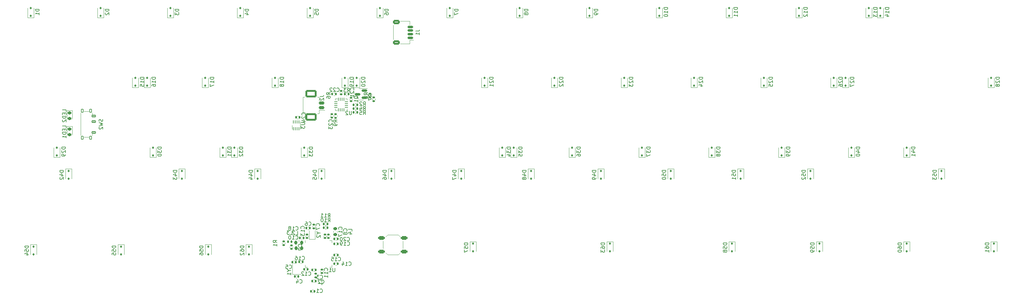
<source format=gbo>
G04 #@! TF.GenerationSoftware,KiCad,Pcbnew,7.0.5*
G04 #@! TF.CreationDate,2024-03-02T17:21:11+09:00*
G04 #@! TF.ProjectId,Hotp4ck60,486f7470-3463-46b3-9630-2e6b69636164,rev?*
G04 #@! TF.SameCoordinates,Original*
G04 #@! TF.FileFunction,Legend,Bot*
G04 #@! TF.FilePolarity,Positive*
%FSLAX46Y46*%
G04 Gerber Fmt 4.6, Leading zero omitted, Abs format (unit mm)*
G04 Created by KiCad (PCBNEW 7.0.5) date 2024-03-02 17:21:11*
%MOMM*%
%LPD*%
G01*
G04 APERTURE LIST*
G04 Aperture macros list*
%AMRoundRect*
0 Rectangle with rounded corners*
0 $1 Rounding radius*
0 $2 $3 $4 $5 $6 $7 $8 $9 X,Y pos of 4 corners*
0 Add a 4 corners polygon primitive as box body*
4,1,4,$2,$3,$4,$5,$6,$7,$8,$9,$2,$3,0*
0 Add four circle primitives for the rounded corners*
1,1,$1+$1,$2,$3*
1,1,$1+$1,$4,$5*
1,1,$1+$1,$6,$7*
1,1,$1+$1,$8,$9*
0 Add four rect primitives between the rounded corners*
20,1,$1+$1,$2,$3,$4,$5,0*
20,1,$1+$1,$4,$5,$6,$7,0*
20,1,$1+$1,$6,$7,$8,$9,0*
20,1,$1+$1,$8,$9,$2,$3,0*%
G04 Aperture macros list end*
%ADD10C,0.150000*%
%ADD11C,0.120000*%
%ADD12C,2.501900*%
%ADD13C,1.750000*%
%ADD14C,4.000000*%
%ADD15C,2.250000*%
%ADD16C,3.048000*%
%ADD17C,3.987800*%
%ADD18R,1.700000X1.700000*%
%ADD19O,1.700000X1.700000*%
%ADD20C,7.001300*%
%ADD21C,7.000240*%
%ADD22RoundRect,0.140000X-0.140000X-0.170000X0.140000X-0.170000X0.140000X0.170000X-0.140000X0.170000X0*%
%ADD23RoundRect,0.112500X-0.112500X0.187500X-0.112500X-0.187500X0.112500X-0.187500X0.112500X0.187500X0*%
%ADD24RoundRect,0.140000X0.170000X-0.140000X0.170000X0.140000X-0.170000X0.140000X-0.170000X-0.140000X0*%
%ADD25RoundRect,0.140000X0.140000X0.170000X-0.140000X0.170000X-0.140000X-0.170000X0.140000X-0.170000X0*%
%ADD26RoundRect,0.112500X0.112500X-0.187500X0.112500X0.187500X-0.112500X0.187500X-0.112500X-0.187500X0*%
%ADD27RoundRect,0.218750X-0.256250X0.218750X-0.256250X-0.218750X0.256250X-0.218750X0.256250X0.218750X0*%
%ADD28RoundRect,0.150000X0.587500X0.150000X-0.587500X0.150000X-0.587500X-0.150000X0.587500X-0.150000X0*%
%ADD29R,1.100000X0.600000*%
%ADD30RoundRect,0.135000X-0.135000X-0.185000X0.135000X-0.185000X0.135000X0.185000X-0.135000X0.185000X0*%
%ADD31RoundRect,0.135000X0.185000X-0.135000X0.185000X0.135000X-0.185000X0.135000X-0.185000X-0.135000X0*%
%ADD32RoundRect,0.225000X0.225000X0.250000X-0.225000X0.250000X-0.225000X-0.250000X0.225000X-0.250000X0*%
%ADD33RoundRect,0.147500X0.172500X-0.147500X0.172500X0.147500X-0.172500X0.147500X-0.172500X-0.147500X0*%
%ADD34RoundRect,0.062500X-0.062500X0.325000X-0.062500X-0.325000X0.062500X-0.325000X0.062500X0.325000X0*%
%ADD35R,1.300000X0.700000*%
%ADD36R,0.800000X0.900000*%
%ADD37C,0.850000*%
%ADD38RoundRect,0.090000X0.535000X-0.210000X0.535000X0.210000X-0.535000X0.210000X-0.535000X-0.210000X0*%
%ADD39RoundRect,0.105000X-0.245000X-0.445000X0.245000X-0.445000X0.245000X0.445000X-0.245000X0.445000X0*%
%ADD40RoundRect,0.140000X-0.170000X0.140000X-0.170000X-0.140000X0.170000X-0.140000X0.170000X0.140000X0*%
%ADD41RoundRect,0.062500X0.062500X-0.375000X0.062500X0.375000X-0.062500X0.375000X-0.062500X-0.375000X0*%
%ADD42RoundRect,0.062500X0.375000X-0.062500X0.375000X0.062500X-0.375000X0.062500X-0.375000X-0.062500X0*%
%ADD43R,1.600000X1.600000*%
%ADD44RoundRect,0.147500X0.147500X0.172500X-0.147500X0.172500X-0.147500X-0.172500X0.147500X-0.172500X0*%
%ADD45RoundRect,0.218750X0.218750X0.256250X-0.218750X0.256250X-0.218750X-0.256250X0.218750X-0.256250X0*%
%ADD46RoundRect,0.200000X0.600000X-0.200000X0.600000X0.200000X-0.600000X0.200000X-0.600000X-0.200000X0*%
%ADD47RoundRect,0.250001X1.249999X-0.799999X1.249999X0.799999X-1.249999X0.799999X-1.249999X-0.799999X0*%
%ADD48RoundRect,0.275000X0.625000X0.275000X-0.625000X0.275000X-0.625000X-0.275000X0.625000X-0.275000X0*%
%ADD49RoundRect,0.135000X0.135000X0.185000X-0.135000X0.185000X-0.135000X-0.185000X0.135000X-0.185000X0*%
%ADD50RoundRect,0.218750X0.256250X-0.218750X0.256250X0.218750X-0.256250X0.218750X-0.256250X-0.218750X0*%
%ADD51RoundRect,0.150000X0.625000X-0.150000X0.625000X0.150000X-0.625000X0.150000X-0.625000X-0.150000X0*%
%ADD52RoundRect,0.250000X0.650000X-0.350000X0.650000X0.350000X-0.650000X0.350000X-0.650000X-0.350000X0*%
%ADD53C,0.250000*%
%ADD54R,4.850000X4.850000*%
G04 APERTURE END LIST*
D10*
X172812857Y-178169580D02*
X172860476Y-178217200D01*
X172860476Y-178217200D02*
X173003333Y-178264819D01*
X173003333Y-178264819D02*
X173098571Y-178264819D01*
X173098571Y-178264819D02*
X173241428Y-178217200D01*
X173241428Y-178217200D02*
X173336666Y-178121961D01*
X173336666Y-178121961D02*
X173384285Y-178026723D01*
X173384285Y-178026723D02*
X173431904Y-177836247D01*
X173431904Y-177836247D02*
X173431904Y-177693390D01*
X173431904Y-177693390D02*
X173384285Y-177502914D01*
X173384285Y-177502914D02*
X173336666Y-177407676D01*
X173336666Y-177407676D02*
X173241428Y-177312438D01*
X173241428Y-177312438D02*
X173098571Y-177264819D01*
X173098571Y-177264819D02*
X173003333Y-177264819D01*
X173003333Y-177264819D02*
X172860476Y-177312438D01*
X172860476Y-177312438D02*
X172812857Y-177360057D01*
X171860476Y-178264819D02*
X172431904Y-178264819D01*
X172146190Y-178264819D02*
X172146190Y-177264819D01*
X172146190Y-177264819D02*
X172241428Y-177407676D01*
X172241428Y-177407676D02*
X172336666Y-177502914D01*
X172336666Y-177502914D02*
X172431904Y-177550533D01*
X170955714Y-177264819D02*
X171431904Y-177264819D01*
X171431904Y-177264819D02*
X171479523Y-177741009D01*
X171479523Y-177741009D02*
X171431904Y-177693390D01*
X171431904Y-177693390D02*
X171336666Y-177645771D01*
X171336666Y-177645771D02*
X171098571Y-177645771D01*
X171098571Y-177645771D02*
X171003333Y-177693390D01*
X171003333Y-177693390D02*
X170955714Y-177741009D01*
X170955714Y-177741009D02*
X170908095Y-177836247D01*
X170908095Y-177836247D02*
X170908095Y-178074342D01*
X170908095Y-178074342D02*
X170955714Y-178169580D01*
X170955714Y-178169580D02*
X171003333Y-178217200D01*
X171003333Y-178217200D02*
X171098571Y-178264819D01*
X171098571Y-178264819D02*
X171336666Y-178264819D01*
X171336666Y-178264819D02*
X171431904Y-178217200D01*
X171431904Y-178217200D02*
X171479523Y-178169580D01*
X88298569Y-174204464D02*
X87298569Y-174204464D01*
X87298569Y-174204464D02*
X87298569Y-174442559D01*
X87298569Y-174442559D02*
X87346188Y-174585416D01*
X87346188Y-174585416D02*
X87441426Y-174680654D01*
X87441426Y-174680654D02*
X87536664Y-174728273D01*
X87536664Y-174728273D02*
X87727140Y-174775892D01*
X87727140Y-174775892D02*
X87869997Y-174775892D01*
X87869997Y-174775892D02*
X88060473Y-174728273D01*
X88060473Y-174728273D02*
X88155711Y-174680654D01*
X88155711Y-174680654D02*
X88250950Y-174585416D01*
X88250950Y-174585416D02*
X88298569Y-174442559D01*
X88298569Y-174442559D02*
X88298569Y-174204464D01*
X87298569Y-175680654D02*
X87298569Y-175204464D01*
X87298569Y-175204464D02*
X87774759Y-175156845D01*
X87774759Y-175156845D02*
X87727140Y-175204464D01*
X87727140Y-175204464D02*
X87679521Y-175299702D01*
X87679521Y-175299702D02*
X87679521Y-175537797D01*
X87679521Y-175537797D02*
X87727140Y-175633035D01*
X87727140Y-175633035D02*
X87774759Y-175680654D01*
X87774759Y-175680654D02*
X87869997Y-175728273D01*
X87869997Y-175728273D02*
X88108092Y-175728273D01*
X88108092Y-175728273D02*
X88203330Y-175680654D01*
X88203330Y-175680654D02*
X88250950Y-175633035D01*
X88250950Y-175633035D02*
X88298569Y-175537797D01*
X88298569Y-175537797D02*
X88298569Y-175299702D01*
X88298569Y-175299702D02*
X88250950Y-175204464D01*
X88250950Y-175204464D02*
X88203330Y-175156845D01*
X87631902Y-176585416D02*
X88298569Y-176585416D01*
X87250950Y-176347321D02*
X87965235Y-176109226D01*
X87965235Y-176109226D02*
X87965235Y-176728273D01*
X167609580Y-168713333D02*
X167657200Y-168665714D01*
X167657200Y-168665714D02*
X167704819Y-168522857D01*
X167704819Y-168522857D02*
X167704819Y-168427619D01*
X167704819Y-168427619D02*
X167657200Y-168284762D01*
X167657200Y-168284762D02*
X167561961Y-168189524D01*
X167561961Y-168189524D02*
X167466723Y-168141905D01*
X167466723Y-168141905D02*
X167276247Y-168094286D01*
X167276247Y-168094286D02*
X167133390Y-168094286D01*
X167133390Y-168094286D02*
X166942914Y-168141905D01*
X166942914Y-168141905D02*
X166847676Y-168189524D01*
X166847676Y-168189524D02*
X166752438Y-168284762D01*
X166752438Y-168284762D02*
X166704819Y-168427619D01*
X166704819Y-168427619D02*
X166704819Y-168522857D01*
X166704819Y-168522857D02*
X166752438Y-168665714D01*
X166752438Y-168665714D02*
X166800057Y-168713333D01*
X166704819Y-169046667D02*
X166704819Y-169713333D01*
X166704819Y-169713333D02*
X167704819Y-169284762D01*
X161192857Y-169789580D02*
X161240476Y-169837200D01*
X161240476Y-169837200D02*
X161383333Y-169884819D01*
X161383333Y-169884819D02*
X161478571Y-169884819D01*
X161478571Y-169884819D02*
X161621428Y-169837200D01*
X161621428Y-169837200D02*
X161716666Y-169741961D01*
X161716666Y-169741961D02*
X161764285Y-169646723D01*
X161764285Y-169646723D02*
X161811904Y-169456247D01*
X161811904Y-169456247D02*
X161811904Y-169313390D01*
X161811904Y-169313390D02*
X161764285Y-169122914D01*
X161764285Y-169122914D02*
X161716666Y-169027676D01*
X161716666Y-169027676D02*
X161621428Y-168932438D01*
X161621428Y-168932438D02*
X161478571Y-168884819D01*
X161478571Y-168884819D02*
X161383333Y-168884819D01*
X161383333Y-168884819D02*
X161240476Y-168932438D01*
X161240476Y-168932438D02*
X161192857Y-168980057D01*
X160240476Y-169884819D02*
X160811904Y-169884819D01*
X160526190Y-169884819D02*
X160526190Y-168884819D01*
X160526190Y-168884819D02*
X160621428Y-169027676D01*
X160621428Y-169027676D02*
X160716666Y-169122914D01*
X160716666Y-169122914D02*
X160811904Y-169170533D01*
X159669047Y-169313390D02*
X159764285Y-169265771D01*
X159764285Y-169265771D02*
X159811904Y-169218152D01*
X159811904Y-169218152D02*
X159859523Y-169122914D01*
X159859523Y-169122914D02*
X159859523Y-169075295D01*
X159859523Y-169075295D02*
X159811904Y-168980057D01*
X159811904Y-168980057D02*
X159764285Y-168932438D01*
X159764285Y-168932438D02*
X159669047Y-168884819D01*
X159669047Y-168884819D02*
X159478571Y-168884819D01*
X159478571Y-168884819D02*
X159383333Y-168932438D01*
X159383333Y-168932438D02*
X159335714Y-168980057D01*
X159335714Y-168980057D02*
X159288095Y-169075295D01*
X159288095Y-169075295D02*
X159288095Y-169122914D01*
X159288095Y-169122914D02*
X159335714Y-169218152D01*
X159335714Y-169218152D02*
X159383333Y-169265771D01*
X159383333Y-169265771D02*
X159478571Y-169313390D01*
X159478571Y-169313390D02*
X159669047Y-169313390D01*
X159669047Y-169313390D02*
X159764285Y-169361009D01*
X159764285Y-169361009D02*
X159811904Y-169408628D01*
X159811904Y-169408628D02*
X159859523Y-169503866D01*
X159859523Y-169503866D02*
X159859523Y-169694342D01*
X159859523Y-169694342D02*
X159811904Y-169789580D01*
X159811904Y-169789580D02*
X159764285Y-169837200D01*
X159764285Y-169837200D02*
X159669047Y-169884819D01*
X159669047Y-169884819D02*
X159478571Y-169884819D01*
X159478571Y-169884819D02*
X159383333Y-169837200D01*
X159383333Y-169837200D02*
X159335714Y-169789580D01*
X159335714Y-169789580D02*
X159288095Y-169694342D01*
X159288095Y-169694342D02*
X159288095Y-169503866D01*
X159288095Y-169503866D02*
X159335714Y-169408628D01*
X159335714Y-169408628D02*
X159383333Y-169361009D01*
X159383333Y-169361009D02*
X159478571Y-169313390D01*
X129304819Y-109593155D02*
X128304819Y-109593155D01*
X128304819Y-109593155D02*
X128304819Y-109831250D01*
X128304819Y-109831250D02*
X128352438Y-109974107D01*
X128352438Y-109974107D02*
X128447676Y-110069345D01*
X128447676Y-110069345D02*
X128542914Y-110116964D01*
X128542914Y-110116964D02*
X128733390Y-110164583D01*
X128733390Y-110164583D02*
X128876247Y-110164583D01*
X128876247Y-110164583D02*
X129066723Y-110116964D01*
X129066723Y-110116964D02*
X129161961Y-110069345D01*
X129161961Y-110069345D02*
X129257200Y-109974107D01*
X129257200Y-109974107D02*
X129304819Y-109831250D01*
X129304819Y-109831250D02*
X129304819Y-109593155D01*
X128304819Y-110497917D02*
X128304819Y-111116964D01*
X128304819Y-111116964D02*
X128685771Y-110783631D01*
X128685771Y-110783631D02*
X128685771Y-110926488D01*
X128685771Y-110926488D02*
X128733390Y-111021726D01*
X128733390Y-111021726D02*
X128781009Y-111069345D01*
X128781009Y-111069345D02*
X128876247Y-111116964D01*
X128876247Y-111116964D02*
X129114342Y-111116964D01*
X129114342Y-111116964D02*
X129209580Y-111069345D01*
X129209580Y-111069345D02*
X129257200Y-111021726D01*
X129257200Y-111021726D02*
X129304819Y-110926488D01*
X129304819Y-110926488D02*
X129304819Y-110640774D01*
X129304819Y-110640774D02*
X129257200Y-110545536D01*
X129257200Y-110545536D02*
X129209580Y-110497917D01*
X219792319Y-147216964D02*
X218792319Y-147216964D01*
X218792319Y-147216964D02*
X218792319Y-147455059D01*
X218792319Y-147455059D02*
X218839938Y-147597916D01*
X218839938Y-147597916D02*
X218935176Y-147693154D01*
X218935176Y-147693154D02*
X219030414Y-147740773D01*
X219030414Y-147740773D02*
X219220890Y-147788392D01*
X219220890Y-147788392D02*
X219363747Y-147788392D01*
X219363747Y-147788392D02*
X219554223Y-147740773D01*
X219554223Y-147740773D02*
X219649461Y-147693154D01*
X219649461Y-147693154D02*
X219744700Y-147597916D01*
X219744700Y-147597916D02*
X219792319Y-147455059D01*
X219792319Y-147455059D02*
X219792319Y-147216964D01*
X218792319Y-148121726D02*
X218792319Y-148740773D01*
X218792319Y-148740773D02*
X219173271Y-148407440D01*
X219173271Y-148407440D02*
X219173271Y-148550297D01*
X219173271Y-148550297D02*
X219220890Y-148645535D01*
X219220890Y-148645535D02*
X219268509Y-148693154D01*
X219268509Y-148693154D02*
X219363747Y-148740773D01*
X219363747Y-148740773D02*
X219601842Y-148740773D01*
X219601842Y-148740773D02*
X219697080Y-148693154D01*
X219697080Y-148693154D02*
X219744700Y-148645535D01*
X219744700Y-148645535D02*
X219792319Y-148550297D01*
X219792319Y-148550297D02*
X219792319Y-148264583D01*
X219792319Y-148264583D02*
X219744700Y-148169345D01*
X219744700Y-148169345D02*
X219697080Y-148121726D01*
X219125652Y-149597916D02*
X219792319Y-149597916D01*
X218744700Y-149359821D02*
X219458985Y-149121726D01*
X219458985Y-149121726D02*
X219458985Y-149740773D01*
X98544819Y-141950952D02*
X98544819Y-141474762D01*
X98544819Y-141474762D02*
X97544819Y-141474762D01*
X98021009Y-142284286D02*
X98021009Y-142617619D01*
X98544819Y-142760476D02*
X98544819Y-142284286D01*
X98544819Y-142284286D02*
X97544819Y-142284286D01*
X97544819Y-142284286D02*
X97544819Y-142760476D01*
X98544819Y-143189048D02*
X97544819Y-143189048D01*
X97544819Y-143189048D02*
X97544819Y-143427143D01*
X97544819Y-143427143D02*
X97592438Y-143570000D01*
X97592438Y-143570000D02*
X97687676Y-143665238D01*
X97687676Y-143665238D02*
X97782914Y-143712857D01*
X97782914Y-143712857D02*
X97973390Y-143760476D01*
X97973390Y-143760476D02*
X98116247Y-143760476D01*
X98116247Y-143760476D02*
X98306723Y-143712857D01*
X98306723Y-143712857D02*
X98401961Y-143665238D01*
X98401961Y-143665238D02*
X98497200Y-143570000D01*
X98497200Y-143570000D02*
X98544819Y-143427143D01*
X98544819Y-143427143D02*
X98544819Y-143189048D01*
X98544819Y-144712857D02*
X98544819Y-144141429D01*
X98544819Y-144427143D02*
X97544819Y-144427143D01*
X97544819Y-144427143D02*
X97687676Y-144331905D01*
X97687676Y-144331905D02*
X97782914Y-144236667D01*
X97782914Y-144236667D02*
X97830533Y-144141429D01*
X215029819Y-128166964D02*
X214029819Y-128166964D01*
X214029819Y-128166964D02*
X214029819Y-128405059D01*
X214029819Y-128405059D02*
X214077438Y-128547916D01*
X214077438Y-128547916D02*
X214172676Y-128643154D01*
X214172676Y-128643154D02*
X214267914Y-128690773D01*
X214267914Y-128690773D02*
X214458390Y-128738392D01*
X214458390Y-128738392D02*
X214601247Y-128738392D01*
X214601247Y-128738392D02*
X214791723Y-128690773D01*
X214791723Y-128690773D02*
X214886961Y-128643154D01*
X214886961Y-128643154D02*
X214982200Y-128547916D01*
X214982200Y-128547916D02*
X215029819Y-128405059D01*
X215029819Y-128405059D02*
X215029819Y-128166964D01*
X214125057Y-129119345D02*
X214077438Y-129166964D01*
X214077438Y-129166964D02*
X214029819Y-129262202D01*
X214029819Y-129262202D02*
X214029819Y-129500297D01*
X214029819Y-129500297D02*
X214077438Y-129595535D01*
X214077438Y-129595535D02*
X214125057Y-129643154D01*
X214125057Y-129643154D02*
X214220295Y-129690773D01*
X214220295Y-129690773D02*
X214315533Y-129690773D01*
X214315533Y-129690773D02*
X214458390Y-129643154D01*
X214458390Y-129643154D02*
X215029819Y-129071726D01*
X215029819Y-129071726D02*
X215029819Y-129690773D01*
X215029819Y-130643154D02*
X215029819Y-130071726D01*
X215029819Y-130357440D02*
X214029819Y-130357440D01*
X214029819Y-130357440D02*
X214172676Y-130262202D01*
X214172676Y-130262202D02*
X214267914Y-130166964D01*
X214267914Y-130166964D02*
X214315533Y-130071726D01*
X178240057Y-134004761D02*
X178192438Y-133909523D01*
X178192438Y-133909523D02*
X178097200Y-133814285D01*
X178097200Y-133814285D02*
X177954342Y-133671428D01*
X177954342Y-133671428D02*
X177906723Y-133576190D01*
X177906723Y-133576190D02*
X177906723Y-133480952D01*
X178144819Y-133528571D02*
X178097200Y-133433333D01*
X178097200Y-133433333D02*
X178001961Y-133338095D01*
X178001961Y-133338095D02*
X177811485Y-133290476D01*
X177811485Y-133290476D02*
X177478152Y-133290476D01*
X177478152Y-133290476D02*
X177287676Y-133338095D01*
X177287676Y-133338095D02*
X177192438Y-133433333D01*
X177192438Y-133433333D02*
X177144819Y-133528571D01*
X177144819Y-133528571D02*
X177144819Y-133719047D01*
X177144819Y-133719047D02*
X177192438Y-133814285D01*
X177192438Y-133814285D02*
X177287676Y-133909523D01*
X177287676Y-133909523D02*
X177478152Y-133957142D01*
X177478152Y-133957142D02*
X177811485Y-133957142D01*
X177811485Y-133957142D02*
X178001961Y-133909523D01*
X178001961Y-133909523D02*
X178097200Y-133814285D01*
X178097200Y-133814285D02*
X178144819Y-133719047D01*
X178144819Y-133719047D02*
X178144819Y-133528571D01*
X178144819Y-134909523D02*
X178144819Y-134338095D01*
X178144819Y-134623809D02*
X177144819Y-134623809D01*
X177144819Y-134623809D02*
X177287676Y-134528571D01*
X177287676Y-134528571D02*
X177382914Y-134433333D01*
X177382914Y-134433333D02*
X177430533Y-134338095D01*
X112111069Y-174204464D02*
X111111069Y-174204464D01*
X111111069Y-174204464D02*
X111111069Y-174442559D01*
X111111069Y-174442559D02*
X111158688Y-174585416D01*
X111158688Y-174585416D02*
X111253926Y-174680654D01*
X111253926Y-174680654D02*
X111349164Y-174728273D01*
X111349164Y-174728273D02*
X111539640Y-174775892D01*
X111539640Y-174775892D02*
X111682497Y-174775892D01*
X111682497Y-174775892D02*
X111872973Y-174728273D01*
X111872973Y-174728273D02*
X111968211Y-174680654D01*
X111968211Y-174680654D02*
X112063450Y-174585416D01*
X112063450Y-174585416D02*
X112111069Y-174442559D01*
X112111069Y-174442559D02*
X112111069Y-174204464D01*
X111111069Y-175680654D02*
X111111069Y-175204464D01*
X111111069Y-175204464D02*
X111587259Y-175156845D01*
X111587259Y-175156845D02*
X111539640Y-175204464D01*
X111539640Y-175204464D02*
X111492021Y-175299702D01*
X111492021Y-175299702D02*
X111492021Y-175537797D01*
X111492021Y-175537797D02*
X111539640Y-175633035D01*
X111539640Y-175633035D02*
X111587259Y-175680654D01*
X111587259Y-175680654D02*
X111682497Y-175728273D01*
X111682497Y-175728273D02*
X111920592Y-175728273D01*
X111920592Y-175728273D02*
X112015830Y-175680654D01*
X112015830Y-175680654D02*
X112063450Y-175633035D01*
X112063450Y-175633035D02*
X112111069Y-175537797D01*
X112111069Y-175537797D02*
X112111069Y-175299702D01*
X112111069Y-175299702D02*
X112063450Y-175204464D01*
X112063450Y-175204464D02*
X112015830Y-175156845D01*
X111111069Y-176633035D02*
X111111069Y-176156845D01*
X111111069Y-176156845D02*
X111587259Y-176109226D01*
X111587259Y-176109226D02*
X111539640Y-176156845D01*
X111539640Y-176156845D02*
X111492021Y-176252083D01*
X111492021Y-176252083D02*
X111492021Y-176490178D01*
X111492021Y-176490178D02*
X111539640Y-176585416D01*
X111539640Y-176585416D02*
X111587259Y-176633035D01*
X111587259Y-176633035D02*
X111682497Y-176680654D01*
X111682497Y-176680654D02*
X111920592Y-176680654D01*
X111920592Y-176680654D02*
X112015830Y-176633035D01*
X112015830Y-176633035D02*
X112063450Y-176585416D01*
X112063450Y-176585416D02*
X112111069Y-176490178D01*
X112111069Y-176490178D02*
X112111069Y-176252083D01*
X112111069Y-176252083D02*
X112063450Y-176156845D01*
X112063450Y-176156845D02*
X112015830Y-176109226D01*
X173759580Y-169657142D02*
X173807200Y-169609523D01*
X173807200Y-169609523D02*
X173854819Y-169466666D01*
X173854819Y-169466666D02*
X173854819Y-169371428D01*
X173854819Y-169371428D02*
X173807200Y-169228571D01*
X173807200Y-169228571D02*
X173711961Y-169133333D01*
X173711961Y-169133333D02*
X173616723Y-169085714D01*
X173616723Y-169085714D02*
X173426247Y-169038095D01*
X173426247Y-169038095D02*
X173283390Y-169038095D01*
X173283390Y-169038095D02*
X173092914Y-169085714D01*
X173092914Y-169085714D02*
X172997676Y-169133333D01*
X172997676Y-169133333D02*
X172902438Y-169228571D01*
X172902438Y-169228571D02*
X172854819Y-169371428D01*
X172854819Y-169371428D02*
X172854819Y-169466666D01*
X172854819Y-169466666D02*
X172902438Y-169609523D01*
X172902438Y-169609523D02*
X172950057Y-169657142D01*
X173854819Y-170609523D02*
X173854819Y-170038095D01*
X173854819Y-170323809D02*
X172854819Y-170323809D01*
X172854819Y-170323809D02*
X172997676Y-170228571D01*
X172997676Y-170228571D02*
X173092914Y-170133333D01*
X173092914Y-170133333D02*
X173140533Y-170038095D01*
X172854819Y-170942857D02*
X172854819Y-171609523D01*
X172854819Y-171609523D02*
X173854819Y-171180952D01*
X98348569Y-147216964D02*
X97348569Y-147216964D01*
X97348569Y-147216964D02*
X97348569Y-147455059D01*
X97348569Y-147455059D02*
X97396188Y-147597916D01*
X97396188Y-147597916D02*
X97491426Y-147693154D01*
X97491426Y-147693154D02*
X97586664Y-147740773D01*
X97586664Y-147740773D02*
X97777140Y-147788392D01*
X97777140Y-147788392D02*
X97919997Y-147788392D01*
X97919997Y-147788392D02*
X98110473Y-147740773D01*
X98110473Y-147740773D02*
X98205711Y-147693154D01*
X98205711Y-147693154D02*
X98300950Y-147597916D01*
X98300950Y-147597916D02*
X98348569Y-147455059D01*
X98348569Y-147455059D02*
X98348569Y-147216964D01*
X97443807Y-148169345D02*
X97396188Y-148216964D01*
X97396188Y-148216964D02*
X97348569Y-148312202D01*
X97348569Y-148312202D02*
X97348569Y-148550297D01*
X97348569Y-148550297D02*
X97396188Y-148645535D01*
X97396188Y-148645535D02*
X97443807Y-148693154D01*
X97443807Y-148693154D02*
X97539045Y-148740773D01*
X97539045Y-148740773D02*
X97634283Y-148740773D01*
X97634283Y-148740773D02*
X97777140Y-148693154D01*
X97777140Y-148693154D02*
X98348569Y-148121726D01*
X98348569Y-148121726D02*
X98348569Y-148740773D01*
X98348569Y-149216964D02*
X98348569Y-149407440D01*
X98348569Y-149407440D02*
X98300950Y-149502678D01*
X98300950Y-149502678D02*
X98253330Y-149550297D01*
X98253330Y-149550297D02*
X98110473Y-149645535D01*
X98110473Y-149645535D02*
X97919997Y-149693154D01*
X97919997Y-149693154D02*
X97539045Y-149693154D01*
X97539045Y-149693154D02*
X97443807Y-149645535D01*
X97443807Y-149645535D02*
X97396188Y-149597916D01*
X97396188Y-149597916D02*
X97348569Y-149502678D01*
X97348569Y-149502678D02*
X97348569Y-149312202D01*
X97348569Y-149312202D02*
X97396188Y-149216964D01*
X97396188Y-149216964D02*
X97443807Y-149169345D01*
X97443807Y-149169345D02*
X97539045Y-149121726D01*
X97539045Y-149121726D02*
X97777140Y-149121726D01*
X97777140Y-149121726D02*
X97872378Y-149169345D01*
X97872378Y-149169345D02*
X97919997Y-149216964D01*
X97919997Y-149216964D02*
X97967616Y-149312202D01*
X97967616Y-149312202D02*
X97967616Y-149502678D01*
X97967616Y-149502678D02*
X97919997Y-149597916D01*
X97919997Y-149597916D02*
X97872378Y-149645535D01*
X97872378Y-149645535D02*
X97777140Y-149693154D01*
X135923569Y-174204464D02*
X134923569Y-174204464D01*
X134923569Y-174204464D02*
X134923569Y-174442559D01*
X134923569Y-174442559D02*
X134971188Y-174585416D01*
X134971188Y-174585416D02*
X135066426Y-174680654D01*
X135066426Y-174680654D02*
X135161664Y-174728273D01*
X135161664Y-174728273D02*
X135352140Y-174775892D01*
X135352140Y-174775892D02*
X135494997Y-174775892D01*
X135494997Y-174775892D02*
X135685473Y-174728273D01*
X135685473Y-174728273D02*
X135780711Y-174680654D01*
X135780711Y-174680654D02*
X135875950Y-174585416D01*
X135875950Y-174585416D02*
X135923569Y-174442559D01*
X135923569Y-174442559D02*
X135923569Y-174204464D01*
X134923569Y-175680654D02*
X134923569Y-175204464D01*
X134923569Y-175204464D02*
X135399759Y-175156845D01*
X135399759Y-175156845D02*
X135352140Y-175204464D01*
X135352140Y-175204464D02*
X135304521Y-175299702D01*
X135304521Y-175299702D02*
X135304521Y-175537797D01*
X135304521Y-175537797D02*
X135352140Y-175633035D01*
X135352140Y-175633035D02*
X135399759Y-175680654D01*
X135399759Y-175680654D02*
X135494997Y-175728273D01*
X135494997Y-175728273D02*
X135733092Y-175728273D01*
X135733092Y-175728273D02*
X135828330Y-175680654D01*
X135828330Y-175680654D02*
X135875950Y-175633035D01*
X135875950Y-175633035D02*
X135923569Y-175537797D01*
X135923569Y-175537797D02*
X135923569Y-175299702D01*
X135923569Y-175299702D02*
X135875950Y-175204464D01*
X135875950Y-175204464D02*
X135828330Y-175156845D01*
X134923569Y-176585416D02*
X134923569Y-176394940D01*
X134923569Y-176394940D02*
X134971188Y-176299702D01*
X134971188Y-176299702D02*
X135018807Y-176252083D01*
X135018807Y-176252083D02*
X135161664Y-176156845D01*
X135161664Y-176156845D02*
X135352140Y-176109226D01*
X135352140Y-176109226D02*
X135733092Y-176109226D01*
X135733092Y-176109226D02*
X135828330Y-176156845D01*
X135828330Y-176156845D02*
X135875950Y-176204464D01*
X135875950Y-176204464D02*
X135923569Y-176299702D01*
X135923569Y-176299702D02*
X135923569Y-176490178D01*
X135923569Y-176490178D02*
X135875950Y-176585416D01*
X135875950Y-176585416D02*
X135828330Y-176633035D01*
X135828330Y-176633035D02*
X135733092Y-176680654D01*
X135733092Y-176680654D02*
X135494997Y-176680654D01*
X135494997Y-176680654D02*
X135399759Y-176633035D01*
X135399759Y-176633035D02*
X135352140Y-176585416D01*
X135352140Y-176585416D02*
X135304521Y-176490178D01*
X135304521Y-176490178D02*
X135304521Y-176299702D01*
X135304521Y-176299702D02*
X135352140Y-176204464D01*
X135352140Y-176204464D02*
X135399759Y-176156845D01*
X135399759Y-176156845D02*
X135494997Y-176109226D01*
X353142319Y-128166964D02*
X352142319Y-128166964D01*
X352142319Y-128166964D02*
X352142319Y-128405059D01*
X352142319Y-128405059D02*
X352189938Y-128547916D01*
X352189938Y-128547916D02*
X352285176Y-128643154D01*
X352285176Y-128643154D02*
X352380414Y-128690773D01*
X352380414Y-128690773D02*
X352570890Y-128738392D01*
X352570890Y-128738392D02*
X352713747Y-128738392D01*
X352713747Y-128738392D02*
X352904223Y-128690773D01*
X352904223Y-128690773D02*
X352999461Y-128643154D01*
X352999461Y-128643154D02*
X353094700Y-128547916D01*
X353094700Y-128547916D02*
X353142319Y-128405059D01*
X353142319Y-128405059D02*
X353142319Y-128166964D01*
X352237557Y-129119345D02*
X352189938Y-129166964D01*
X352189938Y-129166964D02*
X352142319Y-129262202D01*
X352142319Y-129262202D02*
X352142319Y-129500297D01*
X352142319Y-129500297D02*
X352189938Y-129595535D01*
X352189938Y-129595535D02*
X352237557Y-129643154D01*
X352237557Y-129643154D02*
X352332795Y-129690773D01*
X352332795Y-129690773D02*
X352428033Y-129690773D01*
X352428033Y-129690773D02*
X352570890Y-129643154D01*
X352570890Y-129643154D02*
X353142319Y-129071726D01*
X353142319Y-129071726D02*
X353142319Y-129690773D01*
X352570890Y-130262202D02*
X352523271Y-130166964D01*
X352523271Y-130166964D02*
X352475652Y-130119345D01*
X352475652Y-130119345D02*
X352380414Y-130071726D01*
X352380414Y-130071726D02*
X352332795Y-130071726D01*
X352332795Y-130071726D02*
X352237557Y-130119345D01*
X352237557Y-130119345D02*
X352189938Y-130166964D01*
X352189938Y-130166964D02*
X352142319Y-130262202D01*
X352142319Y-130262202D02*
X352142319Y-130452678D01*
X352142319Y-130452678D02*
X352189938Y-130547916D01*
X352189938Y-130547916D02*
X352237557Y-130595535D01*
X352237557Y-130595535D02*
X352332795Y-130643154D01*
X352332795Y-130643154D02*
X352380414Y-130643154D01*
X352380414Y-130643154D02*
X352475652Y-130595535D01*
X352475652Y-130595535D02*
X352523271Y-130547916D01*
X352523271Y-130547916D02*
X352570890Y-130452678D01*
X352570890Y-130452678D02*
X352570890Y-130262202D01*
X352570890Y-130262202D02*
X352618509Y-130166964D01*
X352618509Y-130166964D02*
X352666128Y-130119345D01*
X352666128Y-130119345D02*
X352761366Y-130071726D01*
X352761366Y-130071726D02*
X352951842Y-130071726D01*
X352951842Y-130071726D02*
X353047080Y-130119345D01*
X353047080Y-130119345D02*
X353094700Y-130166964D01*
X353094700Y-130166964D02*
X353142319Y-130262202D01*
X353142319Y-130262202D02*
X353142319Y-130452678D01*
X353142319Y-130452678D02*
X353094700Y-130547916D01*
X353094700Y-130547916D02*
X353047080Y-130595535D01*
X353047080Y-130595535D02*
X352951842Y-130643154D01*
X352951842Y-130643154D02*
X352761366Y-130643154D01*
X352761366Y-130643154D02*
X352666128Y-130595535D01*
X352666128Y-130595535D02*
X352618509Y-130547916D01*
X352618509Y-130547916D02*
X352570890Y-130452678D01*
X335948569Y-153566964D02*
X334948569Y-153566964D01*
X334948569Y-153566964D02*
X334948569Y-153805059D01*
X334948569Y-153805059D02*
X334996188Y-153947916D01*
X334996188Y-153947916D02*
X335091426Y-154043154D01*
X335091426Y-154043154D02*
X335186664Y-154090773D01*
X335186664Y-154090773D02*
X335377140Y-154138392D01*
X335377140Y-154138392D02*
X335519997Y-154138392D01*
X335519997Y-154138392D02*
X335710473Y-154090773D01*
X335710473Y-154090773D02*
X335805711Y-154043154D01*
X335805711Y-154043154D02*
X335900950Y-153947916D01*
X335900950Y-153947916D02*
X335948569Y-153805059D01*
X335948569Y-153805059D02*
X335948569Y-153566964D01*
X334948569Y-155043154D02*
X334948569Y-154566964D01*
X334948569Y-154566964D02*
X335424759Y-154519345D01*
X335424759Y-154519345D02*
X335377140Y-154566964D01*
X335377140Y-154566964D02*
X335329521Y-154662202D01*
X335329521Y-154662202D02*
X335329521Y-154900297D01*
X335329521Y-154900297D02*
X335377140Y-154995535D01*
X335377140Y-154995535D02*
X335424759Y-155043154D01*
X335424759Y-155043154D02*
X335519997Y-155090773D01*
X335519997Y-155090773D02*
X335758092Y-155090773D01*
X335758092Y-155090773D02*
X335853330Y-155043154D01*
X335853330Y-155043154D02*
X335900950Y-154995535D01*
X335900950Y-154995535D02*
X335948569Y-154900297D01*
X335948569Y-154900297D02*
X335948569Y-154662202D01*
X335948569Y-154662202D02*
X335900950Y-154566964D01*
X335900950Y-154566964D02*
X335853330Y-154519345D01*
X334948569Y-155424107D02*
X334948569Y-156043154D01*
X334948569Y-156043154D02*
X335329521Y-155709821D01*
X335329521Y-155709821D02*
X335329521Y-155852678D01*
X335329521Y-155852678D02*
X335377140Y-155947916D01*
X335377140Y-155947916D02*
X335424759Y-155995535D01*
X335424759Y-155995535D02*
X335519997Y-156043154D01*
X335519997Y-156043154D02*
X335758092Y-156043154D01*
X335758092Y-156043154D02*
X335853330Y-155995535D01*
X335853330Y-155995535D02*
X335900950Y-155947916D01*
X335900950Y-155947916D02*
X335948569Y-155852678D01*
X335948569Y-155852678D02*
X335948569Y-155566964D01*
X335948569Y-155566964D02*
X335900950Y-155471726D01*
X335900950Y-155471726D02*
X335853330Y-155424107D01*
X148354819Y-109593155D02*
X147354819Y-109593155D01*
X147354819Y-109593155D02*
X147354819Y-109831250D01*
X147354819Y-109831250D02*
X147402438Y-109974107D01*
X147402438Y-109974107D02*
X147497676Y-110069345D01*
X147497676Y-110069345D02*
X147592914Y-110116964D01*
X147592914Y-110116964D02*
X147783390Y-110164583D01*
X147783390Y-110164583D02*
X147926247Y-110164583D01*
X147926247Y-110164583D02*
X148116723Y-110116964D01*
X148116723Y-110116964D02*
X148211961Y-110069345D01*
X148211961Y-110069345D02*
X148307200Y-109974107D01*
X148307200Y-109974107D02*
X148354819Y-109831250D01*
X148354819Y-109831250D02*
X148354819Y-109593155D01*
X147688152Y-111021726D02*
X148354819Y-111021726D01*
X147307200Y-110783631D02*
X148021485Y-110545536D01*
X148021485Y-110545536D02*
X148021485Y-111164583D01*
X257892319Y-147216964D02*
X256892319Y-147216964D01*
X256892319Y-147216964D02*
X256892319Y-147455059D01*
X256892319Y-147455059D02*
X256939938Y-147597916D01*
X256939938Y-147597916D02*
X257035176Y-147693154D01*
X257035176Y-147693154D02*
X257130414Y-147740773D01*
X257130414Y-147740773D02*
X257320890Y-147788392D01*
X257320890Y-147788392D02*
X257463747Y-147788392D01*
X257463747Y-147788392D02*
X257654223Y-147740773D01*
X257654223Y-147740773D02*
X257749461Y-147693154D01*
X257749461Y-147693154D02*
X257844700Y-147597916D01*
X257844700Y-147597916D02*
X257892319Y-147455059D01*
X257892319Y-147455059D02*
X257892319Y-147216964D01*
X256892319Y-148121726D02*
X256892319Y-148740773D01*
X256892319Y-148740773D02*
X257273271Y-148407440D01*
X257273271Y-148407440D02*
X257273271Y-148550297D01*
X257273271Y-148550297D02*
X257320890Y-148645535D01*
X257320890Y-148645535D02*
X257368509Y-148693154D01*
X257368509Y-148693154D02*
X257463747Y-148740773D01*
X257463747Y-148740773D02*
X257701842Y-148740773D01*
X257701842Y-148740773D02*
X257797080Y-148693154D01*
X257797080Y-148693154D02*
X257844700Y-148645535D01*
X257844700Y-148645535D02*
X257892319Y-148550297D01*
X257892319Y-148550297D02*
X257892319Y-148264583D01*
X257892319Y-148264583D02*
X257844700Y-148169345D01*
X257844700Y-148169345D02*
X257797080Y-148121726D01*
X256892319Y-149074107D02*
X256892319Y-149740773D01*
X256892319Y-149740773D02*
X257892319Y-149312202D01*
X97823569Y-153566964D02*
X96823569Y-153566964D01*
X96823569Y-153566964D02*
X96823569Y-153805059D01*
X96823569Y-153805059D02*
X96871188Y-153947916D01*
X96871188Y-153947916D02*
X96966426Y-154043154D01*
X96966426Y-154043154D02*
X97061664Y-154090773D01*
X97061664Y-154090773D02*
X97252140Y-154138392D01*
X97252140Y-154138392D02*
X97394997Y-154138392D01*
X97394997Y-154138392D02*
X97585473Y-154090773D01*
X97585473Y-154090773D02*
X97680711Y-154043154D01*
X97680711Y-154043154D02*
X97775950Y-153947916D01*
X97775950Y-153947916D02*
X97823569Y-153805059D01*
X97823569Y-153805059D02*
X97823569Y-153566964D01*
X97156902Y-154995535D02*
X97823569Y-154995535D01*
X96775950Y-154757440D02*
X97490235Y-154519345D01*
X97490235Y-154519345D02*
X97490235Y-155138392D01*
X96918807Y-155471726D02*
X96871188Y-155519345D01*
X96871188Y-155519345D02*
X96823569Y-155614583D01*
X96823569Y-155614583D02*
X96823569Y-155852678D01*
X96823569Y-155852678D02*
X96871188Y-155947916D01*
X96871188Y-155947916D02*
X96918807Y-155995535D01*
X96918807Y-155995535D02*
X97014045Y-156043154D01*
X97014045Y-156043154D02*
X97109283Y-156043154D01*
X97109283Y-156043154D02*
X97252140Y-155995535D01*
X97252140Y-155995535D02*
X97823569Y-155424107D01*
X97823569Y-155424107D02*
X97823569Y-156043154D01*
X175099580Y-170133333D02*
X175147200Y-170085714D01*
X175147200Y-170085714D02*
X175194819Y-169942857D01*
X175194819Y-169942857D02*
X175194819Y-169847619D01*
X175194819Y-169847619D02*
X175147200Y-169704762D01*
X175147200Y-169704762D02*
X175051961Y-169609524D01*
X175051961Y-169609524D02*
X174956723Y-169561905D01*
X174956723Y-169561905D02*
X174766247Y-169514286D01*
X174766247Y-169514286D02*
X174623390Y-169514286D01*
X174623390Y-169514286D02*
X174432914Y-169561905D01*
X174432914Y-169561905D02*
X174337676Y-169609524D01*
X174337676Y-169609524D02*
X174242438Y-169704762D01*
X174242438Y-169704762D02*
X174194819Y-169847619D01*
X174194819Y-169847619D02*
X174194819Y-169942857D01*
X174194819Y-169942857D02*
X174242438Y-170085714D01*
X174242438Y-170085714D02*
X174290057Y-170133333D01*
X174623390Y-170704762D02*
X174575771Y-170609524D01*
X174575771Y-170609524D02*
X174528152Y-170561905D01*
X174528152Y-170561905D02*
X174432914Y-170514286D01*
X174432914Y-170514286D02*
X174385295Y-170514286D01*
X174385295Y-170514286D02*
X174290057Y-170561905D01*
X174290057Y-170561905D02*
X174242438Y-170609524D01*
X174242438Y-170609524D02*
X174194819Y-170704762D01*
X174194819Y-170704762D02*
X174194819Y-170895238D01*
X174194819Y-170895238D02*
X174242438Y-170990476D01*
X174242438Y-170990476D02*
X174290057Y-171038095D01*
X174290057Y-171038095D02*
X174385295Y-171085714D01*
X174385295Y-171085714D02*
X174432914Y-171085714D01*
X174432914Y-171085714D02*
X174528152Y-171038095D01*
X174528152Y-171038095D02*
X174575771Y-170990476D01*
X174575771Y-170990476D02*
X174623390Y-170895238D01*
X174623390Y-170895238D02*
X174623390Y-170704762D01*
X174623390Y-170704762D02*
X174671009Y-170609524D01*
X174671009Y-170609524D02*
X174718628Y-170561905D01*
X174718628Y-170561905D02*
X174813866Y-170514286D01*
X174813866Y-170514286D02*
X175004342Y-170514286D01*
X175004342Y-170514286D02*
X175099580Y-170561905D01*
X175099580Y-170561905D02*
X175147200Y-170609524D01*
X175147200Y-170609524D02*
X175194819Y-170704762D01*
X175194819Y-170704762D02*
X175194819Y-170895238D01*
X175194819Y-170895238D02*
X175147200Y-170990476D01*
X175147200Y-170990476D02*
X175099580Y-171038095D01*
X175099580Y-171038095D02*
X175004342Y-171085714D01*
X175004342Y-171085714D02*
X174813866Y-171085714D01*
X174813866Y-171085714D02*
X174718628Y-171038095D01*
X174718628Y-171038095D02*
X174671009Y-170990476D01*
X174671009Y-170990476D02*
X174623390Y-170895238D01*
X168256666Y-184359580D02*
X168304285Y-184407200D01*
X168304285Y-184407200D02*
X168447142Y-184454819D01*
X168447142Y-184454819D02*
X168542380Y-184454819D01*
X168542380Y-184454819D02*
X168685237Y-184407200D01*
X168685237Y-184407200D02*
X168780475Y-184311961D01*
X168780475Y-184311961D02*
X168828094Y-184216723D01*
X168828094Y-184216723D02*
X168875713Y-184026247D01*
X168875713Y-184026247D02*
X168875713Y-183883390D01*
X168875713Y-183883390D02*
X168828094Y-183692914D01*
X168828094Y-183692914D02*
X168780475Y-183597676D01*
X168780475Y-183597676D02*
X168685237Y-183502438D01*
X168685237Y-183502438D02*
X168542380Y-183454819D01*
X168542380Y-183454819D02*
X168447142Y-183454819D01*
X168447142Y-183454819D02*
X168304285Y-183502438D01*
X168304285Y-183502438D02*
X168256666Y-183550057D01*
X167875713Y-183550057D02*
X167828094Y-183502438D01*
X167828094Y-183502438D02*
X167732856Y-183454819D01*
X167732856Y-183454819D02*
X167494761Y-183454819D01*
X167494761Y-183454819D02*
X167399523Y-183502438D01*
X167399523Y-183502438D02*
X167351904Y-183550057D01*
X167351904Y-183550057D02*
X167304285Y-183645295D01*
X167304285Y-183645295D02*
X167304285Y-183740533D01*
X167304285Y-183740533D02*
X167351904Y-183883390D01*
X167351904Y-183883390D02*
X167923332Y-184454819D01*
X167923332Y-184454819D02*
X167304285Y-184454819D01*
X167906666Y-183079580D02*
X167954285Y-183127200D01*
X167954285Y-183127200D02*
X168097142Y-183174819D01*
X168097142Y-183174819D02*
X168192380Y-183174819D01*
X168192380Y-183174819D02*
X168335237Y-183127200D01*
X168335237Y-183127200D02*
X168430475Y-183031961D01*
X168430475Y-183031961D02*
X168478094Y-182936723D01*
X168478094Y-182936723D02*
X168525713Y-182746247D01*
X168525713Y-182746247D02*
X168525713Y-182603390D01*
X168525713Y-182603390D02*
X168478094Y-182412914D01*
X168478094Y-182412914D02*
X168430475Y-182317676D01*
X168430475Y-182317676D02*
X168335237Y-182222438D01*
X168335237Y-182222438D02*
X168192380Y-182174819D01*
X168192380Y-182174819D02*
X168097142Y-182174819D01*
X168097142Y-182174819D02*
X167954285Y-182222438D01*
X167954285Y-182222438D02*
X167906666Y-182270057D01*
X167573332Y-182174819D02*
X166954285Y-182174819D01*
X166954285Y-182174819D02*
X167287618Y-182555771D01*
X167287618Y-182555771D02*
X167144761Y-182555771D01*
X167144761Y-182555771D02*
X167049523Y-182603390D01*
X167049523Y-182603390D02*
X167001904Y-182651009D01*
X167001904Y-182651009D02*
X166954285Y-182746247D01*
X166954285Y-182746247D02*
X166954285Y-182984342D01*
X166954285Y-182984342D02*
X167001904Y-183079580D01*
X167001904Y-183079580D02*
X167049523Y-183127200D01*
X167049523Y-183127200D02*
X167144761Y-183174819D01*
X167144761Y-183174819D02*
X167430475Y-183174819D01*
X167430475Y-183174819D02*
X167525713Y-183127200D01*
X167525713Y-183127200D02*
X167573332Y-183079580D01*
X222967319Y-147216964D02*
X221967319Y-147216964D01*
X221967319Y-147216964D02*
X221967319Y-147455059D01*
X221967319Y-147455059D02*
X222014938Y-147597916D01*
X222014938Y-147597916D02*
X222110176Y-147693154D01*
X222110176Y-147693154D02*
X222205414Y-147740773D01*
X222205414Y-147740773D02*
X222395890Y-147788392D01*
X222395890Y-147788392D02*
X222538747Y-147788392D01*
X222538747Y-147788392D02*
X222729223Y-147740773D01*
X222729223Y-147740773D02*
X222824461Y-147693154D01*
X222824461Y-147693154D02*
X222919700Y-147597916D01*
X222919700Y-147597916D02*
X222967319Y-147455059D01*
X222967319Y-147455059D02*
X222967319Y-147216964D01*
X221967319Y-148121726D02*
X221967319Y-148740773D01*
X221967319Y-148740773D02*
X222348271Y-148407440D01*
X222348271Y-148407440D02*
X222348271Y-148550297D01*
X222348271Y-148550297D02*
X222395890Y-148645535D01*
X222395890Y-148645535D02*
X222443509Y-148693154D01*
X222443509Y-148693154D02*
X222538747Y-148740773D01*
X222538747Y-148740773D02*
X222776842Y-148740773D01*
X222776842Y-148740773D02*
X222872080Y-148693154D01*
X222872080Y-148693154D02*
X222919700Y-148645535D01*
X222919700Y-148645535D02*
X222967319Y-148550297D01*
X222967319Y-148550297D02*
X222967319Y-148264583D01*
X222967319Y-148264583D02*
X222919700Y-148169345D01*
X222919700Y-148169345D02*
X222872080Y-148121726D01*
X221967319Y-149645535D02*
X221967319Y-149169345D01*
X221967319Y-149169345D02*
X222443509Y-149121726D01*
X222443509Y-149121726D02*
X222395890Y-149169345D01*
X222395890Y-149169345D02*
X222348271Y-149264583D01*
X222348271Y-149264583D02*
X222348271Y-149502678D01*
X222348271Y-149502678D02*
X222395890Y-149597916D01*
X222395890Y-149597916D02*
X222443509Y-149645535D01*
X222443509Y-149645535D02*
X222538747Y-149693154D01*
X222538747Y-149693154D02*
X222776842Y-149693154D01*
X222776842Y-149693154D02*
X222872080Y-149645535D01*
X222872080Y-149645535D02*
X222919700Y-149597916D01*
X222919700Y-149597916D02*
X222967319Y-149502678D01*
X222967319Y-149502678D02*
X222967319Y-149264583D01*
X222967319Y-149264583D02*
X222919700Y-149169345D01*
X222919700Y-149169345D02*
X222872080Y-149121726D01*
X310279819Y-128166964D02*
X309279819Y-128166964D01*
X309279819Y-128166964D02*
X309279819Y-128405059D01*
X309279819Y-128405059D02*
X309327438Y-128547916D01*
X309327438Y-128547916D02*
X309422676Y-128643154D01*
X309422676Y-128643154D02*
X309517914Y-128690773D01*
X309517914Y-128690773D02*
X309708390Y-128738392D01*
X309708390Y-128738392D02*
X309851247Y-128738392D01*
X309851247Y-128738392D02*
X310041723Y-128690773D01*
X310041723Y-128690773D02*
X310136961Y-128643154D01*
X310136961Y-128643154D02*
X310232200Y-128547916D01*
X310232200Y-128547916D02*
X310279819Y-128405059D01*
X310279819Y-128405059D02*
X310279819Y-128166964D01*
X309375057Y-129119345D02*
X309327438Y-129166964D01*
X309327438Y-129166964D02*
X309279819Y-129262202D01*
X309279819Y-129262202D02*
X309279819Y-129500297D01*
X309279819Y-129500297D02*
X309327438Y-129595535D01*
X309327438Y-129595535D02*
X309375057Y-129643154D01*
X309375057Y-129643154D02*
X309470295Y-129690773D01*
X309470295Y-129690773D02*
X309565533Y-129690773D01*
X309565533Y-129690773D02*
X309708390Y-129643154D01*
X309708390Y-129643154D02*
X310279819Y-129071726D01*
X310279819Y-129071726D02*
X310279819Y-129690773D01*
X309279819Y-130547916D02*
X309279819Y-130357440D01*
X309279819Y-130357440D02*
X309327438Y-130262202D01*
X309327438Y-130262202D02*
X309375057Y-130214583D01*
X309375057Y-130214583D02*
X309517914Y-130119345D01*
X309517914Y-130119345D02*
X309708390Y-130071726D01*
X309708390Y-130071726D02*
X310089342Y-130071726D01*
X310089342Y-130071726D02*
X310184580Y-130119345D01*
X310184580Y-130119345D02*
X310232200Y-130166964D01*
X310232200Y-130166964D02*
X310279819Y-130262202D01*
X310279819Y-130262202D02*
X310279819Y-130452678D01*
X310279819Y-130452678D02*
X310232200Y-130547916D01*
X310232200Y-130547916D02*
X310184580Y-130595535D01*
X310184580Y-130595535D02*
X310089342Y-130643154D01*
X310089342Y-130643154D02*
X309851247Y-130643154D01*
X309851247Y-130643154D02*
X309756009Y-130595535D01*
X309756009Y-130595535D02*
X309708390Y-130547916D01*
X309708390Y-130547916D02*
X309660771Y-130452678D01*
X309660771Y-130452678D02*
X309660771Y-130262202D01*
X309660771Y-130262202D02*
X309708390Y-130166964D01*
X309708390Y-130166964D02*
X309756009Y-130119345D01*
X309756009Y-130119345D02*
X309851247Y-130071726D01*
X91204819Y-109593155D02*
X90204819Y-109593155D01*
X90204819Y-109593155D02*
X90204819Y-109831250D01*
X90204819Y-109831250D02*
X90252438Y-109974107D01*
X90252438Y-109974107D02*
X90347676Y-110069345D01*
X90347676Y-110069345D02*
X90442914Y-110116964D01*
X90442914Y-110116964D02*
X90633390Y-110164583D01*
X90633390Y-110164583D02*
X90776247Y-110164583D01*
X90776247Y-110164583D02*
X90966723Y-110116964D01*
X90966723Y-110116964D02*
X91061961Y-110069345D01*
X91061961Y-110069345D02*
X91157200Y-109974107D01*
X91157200Y-109974107D02*
X91204819Y-109831250D01*
X91204819Y-109831250D02*
X91204819Y-109593155D01*
X91204819Y-111116964D02*
X91204819Y-110545536D01*
X91204819Y-110831250D02*
X90204819Y-110831250D01*
X90204819Y-110831250D02*
X90347676Y-110736012D01*
X90347676Y-110736012D02*
X90442914Y-110640774D01*
X90442914Y-110640774D02*
X90490533Y-110545536D01*
X167428628Y-170683809D02*
X167904819Y-170683809D01*
X166904819Y-170350476D02*
X167428628Y-170683809D01*
X167428628Y-170683809D02*
X166904819Y-171017142D01*
X167000057Y-171302857D02*
X166952438Y-171350476D01*
X166952438Y-171350476D02*
X166904819Y-171445714D01*
X166904819Y-171445714D02*
X166904819Y-171683809D01*
X166904819Y-171683809D02*
X166952438Y-171779047D01*
X166952438Y-171779047D02*
X167000057Y-171826666D01*
X167000057Y-171826666D02*
X167095295Y-171874285D01*
X167095295Y-171874285D02*
X167190533Y-171874285D01*
X167190533Y-171874285D02*
X167333390Y-171826666D01*
X167333390Y-171826666D02*
X167904819Y-171255238D01*
X167904819Y-171255238D02*
X167904819Y-171874285D01*
X350236069Y-173410714D02*
X349236069Y-173410714D01*
X349236069Y-173410714D02*
X349236069Y-173648809D01*
X349236069Y-173648809D02*
X349283688Y-173791666D01*
X349283688Y-173791666D02*
X349378926Y-173886904D01*
X349378926Y-173886904D02*
X349474164Y-173934523D01*
X349474164Y-173934523D02*
X349664640Y-173982142D01*
X349664640Y-173982142D02*
X349807497Y-173982142D01*
X349807497Y-173982142D02*
X349997973Y-173934523D01*
X349997973Y-173934523D02*
X350093211Y-173886904D01*
X350093211Y-173886904D02*
X350188450Y-173791666D01*
X350188450Y-173791666D02*
X350236069Y-173648809D01*
X350236069Y-173648809D02*
X350236069Y-173410714D01*
X349236069Y-174839285D02*
X349236069Y-174648809D01*
X349236069Y-174648809D02*
X349283688Y-174553571D01*
X349283688Y-174553571D02*
X349331307Y-174505952D01*
X349331307Y-174505952D02*
X349474164Y-174410714D01*
X349474164Y-174410714D02*
X349664640Y-174363095D01*
X349664640Y-174363095D02*
X350045592Y-174363095D01*
X350045592Y-174363095D02*
X350140830Y-174410714D01*
X350140830Y-174410714D02*
X350188450Y-174458333D01*
X350188450Y-174458333D02*
X350236069Y-174553571D01*
X350236069Y-174553571D02*
X350236069Y-174744047D01*
X350236069Y-174744047D02*
X350188450Y-174839285D01*
X350188450Y-174839285D02*
X350140830Y-174886904D01*
X350140830Y-174886904D02*
X350045592Y-174934523D01*
X350045592Y-174934523D02*
X349807497Y-174934523D01*
X349807497Y-174934523D02*
X349712259Y-174886904D01*
X349712259Y-174886904D02*
X349664640Y-174839285D01*
X349664640Y-174839285D02*
X349617021Y-174744047D01*
X349617021Y-174744047D02*
X349617021Y-174553571D01*
X349617021Y-174553571D02*
X349664640Y-174458333D01*
X349664640Y-174458333D02*
X349712259Y-174410714D01*
X349712259Y-174410714D02*
X349807497Y-174363095D01*
X350236069Y-175886904D02*
X350236069Y-175315476D01*
X350236069Y-175601190D02*
X349236069Y-175601190D01*
X349236069Y-175601190D02*
X349378926Y-175505952D01*
X349378926Y-175505952D02*
X349474164Y-175410714D01*
X349474164Y-175410714D02*
X349521783Y-175315476D01*
X179576666Y-138334819D02*
X179909999Y-137858628D01*
X180148094Y-138334819D02*
X180148094Y-137334819D01*
X180148094Y-137334819D02*
X179767142Y-137334819D01*
X179767142Y-137334819D02*
X179671904Y-137382438D01*
X179671904Y-137382438D02*
X179624285Y-137430057D01*
X179624285Y-137430057D02*
X179576666Y-137525295D01*
X179576666Y-137525295D02*
X179576666Y-137668152D01*
X179576666Y-137668152D02*
X179624285Y-137763390D01*
X179624285Y-137763390D02*
X179671904Y-137811009D01*
X179671904Y-137811009D02*
X179767142Y-137858628D01*
X179767142Y-137858628D02*
X180148094Y-137858628D01*
X178671904Y-137334819D02*
X179148094Y-137334819D01*
X179148094Y-137334819D02*
X179195713Y-137811009D01*
X179195713Y-137811009D02*
X179148094Y-137763390D01*
X179148094Y-137763390D02*
X179052856Y-137715771D01*
X179052856Y-137715771D02*
X178814761Y-137715771D01*
X178814761Y-137715771D02*
X178719523Y-137763390D01*
X178719523Y-137763390D02*
X178671904Y-137811009D01*
X178671904Y-137811009D02*
X178624285Y-137906247D01*
X178624285Y-137906247D02*
X178624285Y-138144342D01*
X178624285Y-138144342D02*
X178671904Y-138239580D01*
X178671904Y-138239580D02*
X178719523Y-138287200D01*
X178719523Y-138287200D02*
X178814761Y-138334819D01*
X178814761Y-138334819D02*
X179052856Y-138334819D01*
X179052856Y-138334819D02*
X179148094Y-138287200D01*
X179148094Y-138287200D02*
X179195713Y-138239580D01*
X147036069Y-174204464D02*
X146036069Y-174204464D01*
X146036069Y-174204464D02*
X146036069Y-174442559D01*
X146036069Y-174442559D02*
X146083688Y-174585416D01*
X146083688Y-174585416D02*
X146178926Y-174680654D01*
X146178926Y-174680654D02*
X146274164Y-174728273D01*
X146274164Y-174728273D02*
X146464640Y-174775892D01*
X146464640Y-174775892D02*
X146607497Y-174775892D01*
X146607497Y-174775892D02*
X146797973Y-174728273D01*
X146797973Y-174728273D02*
X146893211Y-174680654D01*
X146893211Y-174680654D02*
X146988450Y-174585416D01*
X146988450Y-174585416D02*
X147036069Y-174442559D01*
X147036069Y-174442559D02*
X147036069Y-174204464D01*
X146036069Y-175633035D02*
X146036069Y-175442559D01*
X146036069Y-175442559D02*
X146083688Y-175347321D01*
X146083688Y-175347321D02*
X146131307Y-175299702D01*
X146131307Y-175299702D02*
X146274164Y-175204464D01*
X146274164Y-175204464D02*
X146464640Y-175156845D01*
X146464640Y-175156845D02*
X146845592Y-175156845D01*
X146845592Y-175156845D02*
X146940830Y-175204464D01*
X146940830Y-175204464D02*
X146988450Y-175252083D01*
X146988450Y-175252083D02*
X147036069Y-175347321D01*
X147036069Y-175347321D02*
X147036069Y-175537797D01*
X147036069Y-175537797D02*
X146988450Y-175633035D01*
X146988450Y-175633035D02*
X146940830Y-175680654D01*
X146940830Y-175680654D02*
X146845592Y-175728273D01*
X146845592Y-175728273D02*
X146607497Y-175728273D01*
X146607497Y-175728273D02*
X146512259Y-175680654D01*
X146512259Y-175680654D02*
X146464640Y-175633035D01*
X146464640Y-175633035D02*
X146417021Y-175537797D01*
X146417021Y-175537797D02*
X146417021Y-175347321D01*
X146417021Y-175347321D02*
X146464640Y-175252083D01*
X146464640Y-175252083D02*
X146512259Y-175204464D01*
X146512259Y-175204464D02*
X146607497Y-175156845D01*
X146131307Y-176109226D02*
X146083688Y-176156845D01*
X146083688Y-176156845D02*
X146036069Y-176252083D01*
X146036069Y-176252083D02*
X146036069Y-176490178D01*
X146036069Y-176490178D02*
X146083688Y-176585416D01*
X146083688Y-176585416D02*
X146131307Y-176633035D01*
X146131307Y-176633035D02*
X146226545Y-176680654D01*
X146226545Y-176680654D02*
X146321783Y-176680654D01*
X146321783Y-176680654D02*
X146464640Y-176633035D01*
X146464640Y-176633035D02*
X147036069Y-176061607D01*
X147036069Y-176061607D02*
X147036069Y-176680654D01*
X224554819Y-109593155D02*
X223554819Y-109593155D01*
X223554819Y-109593155D02*
X223554819Y-109831250D01*
X223554819Y-109831250D02*
X223602438Y-109974107D01*
X223602438Y-109974107D02*
X223697676Y-110069345D01*
X223697676Y-110069345D02*
X223792914Y-110116964D01*
X223792914Y-110116964D02*
X223983390Y-110164583D01*
X223983390Y-110164583D02*
X224126247Y-110164583D01*
X224126247Y-110164583D02*
X224316723Y-110116964D01*
X224316723Y-110116964D02*
X224411961Y-110069345D01*
X224411961Y-110069345D02*
X224507200Y-109974107D01*
X224507200Y-109974107D02*
X224554819Y-109831250D01*
X224554819Y-109831250D02*
X224554819Y-109593155D01*
X223983390Y-110736012D02*
X223935771Y-110640774D01*
X223935771Y-110640774D02*
X223888152Y-110593155D01*
X223888152Y-110593155D02*
X223792914Y-110545536D01*
X223792914Y-110545536D02*
X223745295Y-110545536D01*
X223745295Y-110545536D02*
X223650057Y-110593155D01*
X223650057Y-110593155D02*
X223602438Y-110640774D01*
X223602438Y-110640774D02*
X223554819Y-110736012D01*
X223554819Y-110736012D02*
X223554819Y-110926488D01*
X223554819Y-110926488D02*
X223602438Y-111021726D01*
X223602438Y-111021726D02*
X223650057Y-111069345D01*
X223650057Y-111069345D02*
X223745295Y-111116964D01*
X223745295Y-111116964D02*
X223792914Y-111116964D01*
X223792914Y-111116964D02*
X223888152Y-111069345D01*
X223888152Y-111069345D02*
X223935771Y-111021726D01*
X223935771Y-111021726D02*
X223983390Y-110926488D01*
X223983390Y-110926488D02*
X223983390Y-110736012D01*
X223983390Y-110736012D02*
X224031009Y-110640774D01*
X224031009Y-110640774D02*
X224078628Y-110593155D01*
X224078628Y-110593155D02*
X224173866Y-110545536D01*
X224173866Y-110545536D02*
X224364342Y-110545536D01*
X224364342Y-110545536D02*
X224459580Y-110593155D01*
X224459580Y-110593155D02*
X224507200Y-110640774D01*
X224507200Y-110640774D02*
X224554819Y-110736012D01*
X224554819Y-110736012D02*
X224554819Y-110926488D01*
X224554819Y-110926488D02*
X224507200Y-111021726D01*
X224507200Y-111021726D02*
X224459580Y-111069345D01*
X224459580Y-111069345D02*
X224364342Y-111116964D01*
X224364342Y-111116964D02*
X224173866Y-111116964D01*
X224173866Y-111116964D02*
X224078628Y-111069345D01*
X224078628Y-111069345D02*
X224031009Y-111021726D01*
X224031009Y-111021726D02*
X223983390Y-110926488D01*
X180820819Y-132997333D02*
X180344628Y-132664000D01*
X180820819Y-132425905D02*
X179820819Y-132425905D01*
X179820819Y-132425905D02*
X179820819Y-132806857D01*
X179820819Y-132806857D02*
X179868438Y-132902095D01*
X179868438Y-132902095D02*
X179916057Y-132949714D01*
X179916057Y-132949714D02*
X180011295Y-132997333D01*
X180011295Y-132997333D02*
X180154152Y-132997333D01*
X180154152Y-132997333D02*
X180249390Y-132949714D01*
X180249390Y-132949714D02*
X180297009Y-132902095D01*
X180297009Y-132902095D02*
X180344628Y-132806857D01*
X180344628Y-132806857D02*
X180344628Y-132425905D01*
X180249390Y-133568762D02*
X180201771Y-133473524D01*
X180201771Y-133473524D02*
X180154152Y-133425905D01*
X180154152Y-133425905D02*
X180058914Y-133378286D01*
X180058914Y-133378286D02*
X180011295Y-133378286D01*
X180011295Y-133378286D02*
X179916057Y-133425905D01*
X179916057Y-133425905D02*
X179868438Y-133473524D01*
X179868438Y-133473524D02*
X179820819Y-133568762D01*
X179820819Y-133568762D02*
X179820819Y-133759238D01*
X179820819Y-133759238D02*
X179868438Y-133854476D01*
X179868438Y-133854476D02*
X179916057Y-133902095D01*
X179916057Y-133902095D02*
X180011295Y-133949714D01*
X180011295Y-133949714D02*
X180058914Y-133949714D01*
X180058914Y-133949714D02*
X180154152Y-133902095D01*
X180154152Y-133902095D02*
X180201771Y-133854476D01*
X180201771Y-133854476D02*
X180249390Y-133759238D01*
X180249390Y-133759238D02*
X180249390Y-133568762D01*
X180249390Y-133568762D02*
X180297009Y-133473524D01*
X180297009Y-133473524D02*
X180344628Y-133425905D01*
X180344628Y-133425905D02*
X180439866Y-133378286D01*
X180439866Y-133378286D02*
X180630342Y-133378286D01*
X180630342Y-133378286D02*
X180725580Y-133425905D01*
X180725580Y-133425905D02*
X180773200Y-133473524D01*
X180773200Y-133473524D02*
X180820819Y-133568762D01*
X180820819Y-133568762D02*
X180820819Y-133759238D01*
X180820819Y-133759238D02*
X180773200Y-133854476D01*
X180773200Y-133854476D02*
X180725580Y-133902095D01*
X180725580Y-133902095D02*
X180630342Y-133949714D01*
X180630342Y-133949714D02*
X180439866Y-133949714D01*
X180439866Y-133949714D02*
X180344628Y-133902095D01*
X180344628Y-133902095D02*
X180297009Y-133854476D01*
X180297009Y-133854476D02*
X180249390Y-133759238D01*
X186454819Y-109593155D02*
X185454819Y-109593155D01*
X185454819Y-109593155D02*
X185454819Y-109831250D01*
X185454819Y-109831250D02*
X185502438Y-109974107D01*
X185502438Y-109974107D02*
X185597676Y-110069345D01*
X185597676Y-110069345D02*
X185692914Y-110116964D01*
X185692914Y-110116964D02*
X185883390Y-110164583D01*
X185883390Y-110164583D02*
X186026247Y-110164583D01*
X186026247Y-110164583D02*
X186216723Y-110116964D01*
X186216723Y-110116964D02*
X186311961Y-110069345D01*
X186311961Y-110069345D02*
X186407200Y-109974107D01*
X186407200Y-109974107D02*
X186454819Y-109831250D01*
X186454819Y-109831250D02*
X186454819Y-109593155D01*
X185454819Y-111021726D02*
X185454819Y-110831250D01*
X185454819Y-110831250D02*
X185502438Y-110736012D01*
X185502438Y-110736012D02*
X185550057Y-110688393D01*
X185550057Y-110688393D02*
X185692914Y-110593155D01*
X185692914Y-110593155D02*
X185883390Y-110545536D01*
X185883390Y-110545536D02*
X186264342Y-110545536D01*
X186264342Y-110545536D02*
X186359580Y-110593155D01*
X186359580Y-110593155D02*
X186407200Y-110640774D01*
X186407200Y-110640774D02*
X186454819Y-110736012D01*
X186454819Y-110736012D02*
X186454819Y-110926488D01*
X186454819Y-110926488D02*
X186407200Y-111021726D01*
X186407200Y-111021726D02*
X186359580Y-111069345D01*
X186359580Y-111069345D02*
X186264342Y-111116964D01*
X186264342Y-111116964D02*
X186026247Y-111116964D01*
X186026247Y-111116964D02*
X185931009Y-111069345D01*
X185931009Y-111069345D02*
X185883390Y-111021726D01*
X185883390Y-111021726D02*
X185835771Y-110926488D01*
X185835771Y-110926488D02*
X185835771Y-110736012D01*
X185835771Y-110736012D02*
X185883390Y-110640774D01*
X185883390Y-110640774D02*
X185931009Y-110593155D01*
X185931009Y-110593155D02*
X186026247Y-110545536D01*
X262129819Y-153566964D02*
X261129819Y-153566964D01*
X261129819Y-153566964D02*
X261129819Y-153805059D01*
X261129819Y-153805059D02*
X261177438Y-153947916D01*
X261177438Y-153947916D02*
X261272676Y-154043154D01*
X261272676Y-154043154D02*
X261367914Y-154090773D01*
X261367914Y-154090773D02*
X261558390Y-154138392D01*
X261558390Y-154138392D02*
X261701247Y-154138392D01*
X261701247Y-154138392D02*
X261891723Y-154090773D01*
X261891723Y-154090773D02*
X261986961Y-154043154D01*
X261986961Y-154043154D02*
X262082200Y-153947916D01*
X262082200Y-153947916D02*
X262129819Y-153805059D01*
X262129819Y-153805059D02*
X262129819Y-153566964D01*
X261129819Y-155043154D02*
X261129819Y-154566964D01*
X261129819Y-154566964D02*
X261606009Y-154519345D01*
X261606009Y-154519345D02*
X261558390Y-154566964D01*
X261558390Y-154566964D02*
X261510771Y-154662202D01*
X261510771Y-154662202D02*
X261510771Y-154900297D01*
X261510771Y-154900297D02*
X261558390Y-154995535D01*
X261558390Y-154995535D02*
X261606009Y-155043154D01*
X261606009Y-155043154D02*
X261701247Y-155090773D01*
X261701247Y-155090773D02*
X261939342Y-155090773D01*
X261939342Y-155090773D02*
X262034580Y-155043154D01*
X262034580Y-155043154D02*
X262082200Y-154995535D01*
X262082200Y-154995535D02*
X262129819Y-154900297D01*
X262129819Y-154900297D02*
X262129819Y-154662202D01*
X262129819Y-154662202D02*
X262082200Y-154566964D01*
X262082200Y-154566964D02*
X262034580Y-154519345D01*
X261129819Y-155709821D02*
X261129819Y-155805059D01*
X261129819Y-155805059D02*
X261177438Y-155900297D01*
X261177438Y-155900297D02*
X261225057Y-155947916D01*
X261225057Y-155947916D02*
X261320295Y-155995535D01*
X261320295Y-155995535D02*
X261510771Y-156043154D01*
X261510771Y-156043154D02*
X261748866Y-156043154D01*
X261748866Y-156043154D02*
X261939342Y-155995535D01*
X261939342Y-155995535D02*
X262034580Y-155947916D01*
X262034580Y-155947916D02*
X262082200Y-155900297D01*
X262082200Y-155900297D02*
X262129819Y-155805059D01*
X262129819Y-155805059D02*
X262129819Y-155709821D01*
X262129819Y-155709821D02*
X262082200Y-155614583D01*
X262082200Y-155614583D02*
X262034580Y-155566964D01*
X262034580Y-155566964D02*
X261939342Y-155519345D01*
X261939342Y-155519345D02*
X261748866Y-155471726D01*
X261748866Y-155471726D02*
X261510771Y-155471726D01*
X261510771Y-155471726D02*
X261320295Y-155519345D01*
X261320295Y-155519345D02*
X261225057Y-155566964D01*
X261225057Y-155566964D02*
X261177438Y-155614583D01*
X261177438Y-155614583D02*
X261129819Y-155709821D01*
X291229819Y-128166964D02*
X290229819Y-128166964D01*
X290229819Y-128166964D02*
X290229819Y-128405059D01*
X290229819Y-128405059D02*
X290277438Y-128547916D01*
X290277438Y-128547916D02*
X290372676Y-128643154D01*
X290372676Y-128643154D02*
X290467914Y-128690773D01*
X290467914Y-128690773D02*
X290658390Y-128738392D01*
X290658390Y-128738392D02*
X290801247Y-128738392D01*
X290801247Y-128738392D02*
X290991723Y-128690773D01*
X290991723Y-128690773D02*
X291086961Y-128643154D01*
X291086961Y-128643154D02*
X291182200Y-128547916D01*
X291182200Y-128547916D02*
X291229819Y-128405059D01*
X291229819Y-128405059D02*
X291229819Y-128166964D01*
X290325057Y-129119345D02*
X290277438Y-129166964D01*
X290277438Y-129166964D02*
X290229819Y-129262202D01*
X290229819Y-129262202D02*
X290229819Y-129500297D01*
X290229819Y-129500297D02*
X290277438Y-129595535D01*
X290277438Y-129595535D02*
X290325057Y-129643154D01*
X290325057Y-129643154D02*
X290420295Y-129690773D01*
X290420295Y-129690773D02*
X290515533Y-129690773D01*
X290515533Y-129690773D02*
X290658390Y-129643154D01*
X290658390Y-129643154D02*
X291229819Y-129071726D01*
X291229819Y-129071726D02*
X291229819Y-129690773D01*
X290229819Y-130595535D02*
X290229819Y-130119345D01*
X290229819Y-130119345D02*
X290706009Y-130071726D01*
X290706009Y-130071726D02*
X290658390Y-130119345D01*
X290658390Y-130119345D02*
X290610771Y-130214583D01*
X290610771Y-130214583D02*
X290610771Y-130452678D01*
X290610771Y-130452678D02*
X290658390Y-130547916D01*
X290658390Y-130547916D02*
X290706009Y-130595535D01*
X290706009Y-130595535D02*
X290801247Y-130643154D01*
X290801247Y-130643154D02*
X291039342Y-130643154D01*
X291039342Y-130643154D02*
X291134580Y-130595535D01*
X291134580Y-130595535D02*
X291182200Y-130547916D01*
X291182200Y-130547916D02*
X291229819Y-130452678D01*
X291229819Y-130452678D02*
X291229819Y-130214583D01*
X291229819Y-130214583D02*
X291182200Y-130119345D01*
X291182200Y-130119345D02*
X291134580Y-130071726D01*
X181984819Y-133413333D02*
X181508628Y-133080000D01*
X181984819Y-132841905D02*
X180984819Y-132841905D01*
X180984819Y-132841905D02*
X180984819Y-133222857D01*
X180984819Y-133222857D02*
X181032438Y-133318095D01*
X181032438Y-133318095D02*
X181080057Y-133365714D01*
X181080057Y-133365714D02*
X181175295Y-133413333D01*
X181175295Y-133413333D02*
X181318152Y-133413333D01*
X181318152Y-133413333D02*
X181413390Y-133365714D01*
X181413390Y-133365714D02*
X181461009Y-133318095D01*
X181461009Y-133318095D02*
X181508628Y-133222857D01*
X181508628Y-133222857D02*
X181508628Y-132841905D01*
X180984819Y-133746667D02*
X180984819Y-134413333D01*
X180984819Y-134413333D02*
X181984819Y-133984762D01*
X313454819Y-128166964D02*
X312454819Y-128166964D01*
X312454819Y-128166964D02*
X312454819Y-128405059D01*
X312454819Y-128405059D02*
X312502438Y-128547916D01*
X312502438Y-128547916D02*
X312597676Y-128643154D01*
X312597676Y-128643154D02*
X312692914Y-128690773D01*
X312692914Y-128690773D02*
X312883390Y-128738392D01*
X312883390Y-128738392D02*
X313026247Y-128738392D01*
X313026247Y-128738392D02*
X313216723Y-128690773D01*
X313216723Y-128690773D02*
X313311961Y-128643154D01*
X313311961Y-128643154D02*
X313407200Y-128547916D01*
X313407200Y-128547916D02*
X313454819Y-128405059D01*
X313454819Y-128405059D02*
X313454819Y-128166964D01*
X312550057Y-129119345D02*
X312502438Y-129166964D01*
X312502438Y-129166964D02*
X312454819Y-129262202D01*
X312454819Y-129262202D02*
X312454819Y-129500297D01*
X312454819Y-129500297D02*
X312502438Y-129595535D01*
X312502438Y-129595535D02*
X312550057Y-129643154D01*
X312550057Y-129643154D02*
X312645295Y-129690773D01*
X312645295Y-129690773D02*
X312740533Y-129690773D01*
X312740533Y-129690773D02*
X312883390Y-129643154D01*
X312883390Y-129643154D02*
X313454819Y-129071726D01*
X313454819Y-129071726D02*
X313454819Y-129690773D01*
X312454819Y-130024107D02*
X312454819Y-130690773D01*
X312454819Y-130690773D02*
X313454819Y-130262202D01*
X161172857Y-172299580D02*
X161220476Y-172347200D01*
X161220476Y-172347200D02*
X161363333Y-172394819D01*
X161363333Y-172394819D02*
X161458571Y-172394819D01*
X161458571Y-172394819D02*
X161601428Y-172347200D01*
X161601428Y-172347200D02*
X161696666Y-172251961D01*
X161696666Y-172251961D02*
X161744285Y-172156723D01*
X161744285Y-172156723D02*
X161791904Y-171966247D01*
X161791904Y-171966247D02*
X161791904Y-171823390D01*
X161791904Y-171823390D02*
X161744285Y-171632914D01*
X161744285Y-171632914D02*
X161696666Y-171537676D01*
X161696666Y-171537676D02*
X161601428Y-171442438D01*
X161601428Y-171442438D02*
X161458571Y-171394819D01*
X161458571Y-171394819D02*
X161363333Y-171394819D01*
X161363333Y-171394819D02*
X161220476Y-171442438D01*
X161220476Y-171442438D02*
X161172857Y-171490057D01*
X160220476Y-172394819D02*
X160791904Y-172394819D01*
X160506190Y-172394819D02*
X160506190Y-171394819D01*
X160506190Y-171394819D02*
X160601428Y-171537676D01*
X160601428Y-171537676D02*
X160696666Y-171632914D01*
X160696666Y-171632914D02*
X160791904Y-171680533D01*
X159601428Y-171394819D02*
X159506190Y-171394819D01*
X159506190Y-171394819D02*
X159410952Y-171442438D01*
X159410952Y-171442438D02*
X159363333Y-171490057D01*
X159363333Y-171490057D02*
X159315714Y-171585295D01*
X159315714Y-171585295D02*
X159268095Y-171775771D01*
X159268095Y-171775771D02*
X159268095Y-172013866D01*
X159268095Y-172013866D02*
X159315714Y-172204342D01*
X159315714Y-172204342D02*
X159363333Y-172299580D01*
X159363333Y-172299580D02*
X159410952Y-172347200D01*
X159410952Y-172347200D02*
X159506190Y-172394819D01*
X159506190Y-172394819D02*
X159601428Y-172394819D01*
X159601428Y-172394819D02*
X159696666Y-172347200D01*
X159696666Y-172347200D02*
X159744285Y-172299580D01*
X159744285Y-172299580D02*
X159791904Y-172204342D01*
X159791904Y-172204342D02*
X159839523Y-172013866D01*
X159839523Y-172013866D02*
X159839523Y-171775771D01*
X159839523Y-171775771D02*
X159791904Y-171585295D01*
X159791904Y-171585295D02*
X159744285Y-171490057D01*
X159744285Y-171490057D02*
X159696666Y-171442438D01*
X159696666Y-171442438D02*
X159601428Y-171394819D01*
X300229819Y-153566964D02*
X299229819Y-153566964D01*
X299229819Y-153566964D02*
X299229819Y-153805059D01*
X299229819Y-153805059D02*
X299277438Y-153947916D01*
X299277438Y-153947916D02*
X299372676Y-154043154D01*
X299372676Y-154043154D02*
X299467914Y-154090773D01*
X299467914Y-154090773D02*
X299658390Y-154138392D01*
X299658390Y-154138392D02*
X299801247Y-154138392D01*
X299801247Y-154138392D02*
X299991723Y-154090773D01*
X299991723Y-154090773D02*
X300086961Y-154043154D01*
X300086961Y-154043154D02*
X300182200Y-153947916D01*
X300182200Y-153947916D02*
X300229819Y-153805059D01*
X300229819Y-153805059D02*
X300229819Y-153566964D01*
X299229819Y-155043154D02*
X299229819Y-154566964D01*
X299229819Y-154566964D02*
X299706009Y-154519345D01*
X299706009Y-154519345D02*
X299658390Y-154566964D01*
X299658390Y-154566964D02*
X299610771Y-154662202D01*
X299610771Y-154662202D02*
X299610771Y-154900297D01*
X299610771Y-154900297D02*
X299658390Y-154995535D01*
X299658390Y-154995535D02*
X299706009Y-155043154D01*
X299706009Y-155043154D02*
X299801247Y-155090773D01*
X299801247Y-155090773D02*
X300039342Y-155090773D01*
X300039342Y-155090773D02*
X300134580Y-155043154D01*
X300134580Y-155043154D02*
X300182200Y-154995535D01*
X300182200Y-154995535D02*
X300229819Y-154900297D01*
X300229819Y-154900297D02*
X300229819Y-154662202D01*
X300229819Y-154662202D02*
X300182200Y-154566964D01*
X300182200Y-154566964D02*
X300134580Y-154519345D01*
X299325057Y-155471726D02*
X299277438Y-155519345D01*
X299277438Y-155519345D02*
X299229819Y-155614583D01*
X299229819Y-155614583D02*
X299229819Y-155852678D01*
X299229819Y-155852678D02*
X299277438Y-155947916D01*
X299277438Y-155947916D02*
X299325057Y-155995535D01*
X299325057Y-155995535D02*
X299420295Y-156043154D01*
X299420295Y-156043154D02*
X299515533Y-156043154D01*
X299515533Y-156043154D02*
X299658390Y-155995535D01*
X299658390Y-155995535D02*
X300229819Y-155424107D01*
X300229819Y-155424107D02*
X300229819Y-156043154D01*
X176979580Y-131647142D02*
X177027200Y-131599523D01*
X177027200Y-131599523D02*
X177074819Y-131456666D01*
X177074819Y-131456666D02*
X177074819Y-131361428D01*
X177074819Y-131361428D02*
X177027200Y-131218571D01*
X177027200Y-131218571D02*
X176931961Y-131123333D01*
X176931961Y-131123333D02*
X176836723Y-131075714D01*
X176836723Y-131075714D02*
X176646247Y-131028095D01*
X176646247Y-131028095D02*
X176503390Y-131028095D01*
X176503390Y-131028095D02*
X176312914Y-131075714D01*
X176312914Y-131075714D02*
X176217676Y-131123333D01*
X176217676Y-131123333D02*
X176122438Y-131218571D01*
X176122438Y-131218571D02*
X176074819Y-131361428D01*
X176074819Y-131361428D02*
X176074819Y-131456666D01*
X176074819Y-131456666D02*
X176122438Y-131599523D01*
X176122438Y-131599523D02*
X176170057Y-131647142D01*
X176170057Y-132028095D02*
X176122438Y-132075714D01*
X176122438Y-132075714D02*
X176074819Y-132170952D01*
X176074819Y-132170952D02*
X176074819Y-132409047D01*
X176074819Y-132409047D02*
X176122438Y-132504285D01*
X176122438Y-132504285D02*
X176170057Y-132551904D01*
X176170057Y-132551904D02*
X176265295Y-132599523D01*
X176265295Y-132599523D02*
X176360533Y-132599523D01*
X176360533Y-132599523D02*
X176503390Y-132551904D01*
X176503390Y-132551904D02*
X177074819Y-131980476D01*
X177074819Y-131980476D02*
X177074819Y-132599523D01*
X177074819Y-133551904D02*
X177074819Y-132980476D01*
X177074819Y-133266190D02*
X176074819Y-133266190D01*
X176074819Y-133266190D02*
X176217676Y-133170952D01*
X176217676Y-133170952D02*
X176312914Y-133075714D01*
X176312914Y-133075714D02*
X176360533Y-132980476D01*
X162952857Y-177909580D02*
X163000476Y-177957200D01*
X163000476Y-177957200D02*
X163143333Y-178004819D01*
X163143333Y-178004819D02*
X163238571Y-178004819D01*
X163238571Y-178004819D02*
X163381428Y-177957200D01*
X163381428Y-177957200D02*
X163476666Y-177861961D01*
X163476666Y-177861961D02*
X163524285Y-177766723D01*
X163524285Y-177766723D02*
X163571904Y-177576247D01*
X163571904Y-177576247D02*
X163571904Y-177433390D01*
X163571904Y-177433390D02*
X163524285Y-177242914D01*
X163524285Y-177242914D02*
X163476666Y-177147676D01*
X163476666Y-177147676D02*
X163381428Y-177052438D01*
X163381428Y-177052438D02*
X163238571Y-177004819D01*
X163238571Y-177004819D02*
X163143333Y-177004819D01*
X163143333Y-177004819D02*
X163000476Y-177052438D01*
X163000476Y-177052438D02*
X162952857Y-177100057D01*
X162000476Y-178004819D02*
X162571904Y-178004819D01*
X162286190Y-178004819D02*
X162286190Y-177004819D01*
X162286190Y-177004819D02*
X162381428Y-177147676D01*
X162381428Y-177147676D02*
X162476666Y-177242914D01*
X162476666Y-177242914D02*
X162571904Y-177290533D01*
X161143333Y-177004819D02*
X161333809Y-177004819D01*
X161333809Y-177004819D02*
X161429047Y-177052438D01*
X161429047Y-177052438D02*
X161476666Y-177100057D01*
X161476666Y-177100057D02*
X161571904Y-177242914D01*
X161571904Y-177242914D02*
X161619523Y-177433390D01*
X161619523Y-177433390D02*
X161619523Y-177814342D01*
X161619523Y-177814342D02*
X161571904Y-177909580D01*
X161571904Y-177909580D02*
X161524285Y-177957200D01*
X161524285Y-177957200D02*
X161429047Y-178004819D01*
X161429047Y-178004819D02*
X161238571Y-178004819D01*
X161238571Y-178004819D02*
X161143333Y-177957200D01*
X161143333Y-177957200D02*
X161095714Y-177909580D01*
X161095714Y-177909580D02*
X161048095Y-177814342D01*
X161048095Y-177814342D02*
X161048095Y-177576247D01*
X161048095Y-177576247D02*
X161095714Y-177481009D01*
X161095714Y-177481009D02*
X161143333Y-177433390D01*
X161143333Y-177433390D02*
X161238571Y-177385771D01*
X161238571Y-177385771D02*
X161429047Y-177385771D01*
X161429047Y-177385771D02*
X161524285Y-177433390D01*
X161524285Y-177433390D02*
X161571904Y-177481009D01*
X161571904Y-177481009D02*
X161619523Y-177576247D01*
X302611069Y-173410714D02*
X301611069Y-173410714D01*
X301611069Y-173410714D02*
X301611069Y-173648809D01*
X301611069Y-173648809D02*
X301658688Y-173791666D01*
X301658688Y-173791666D02*
X301753926Y-173886904D01*
X301753926Y-173886904D02*
X301849164Y-173934523D01*
X301849164Y-173934523D02*
X302039640Y-173982142D01*
X302039640Y-173982142D02*
X302182497Y-173982142D01*
X302182497Y-173982142D02*
X302372973Y-173934523D01*
X302372973Y-173934523D02*
X302468211Y-173886904D01*
X302468211Y-173886904D02*
X302563450Y-173791666D01*
X302563450Y-173791666D02*
X302611069Y-173648809D01*
X302611069Y-173648809D02*
X302611069Y-173410714D01*
X301611069Y-174886904D02*
X301611069Y-174410714D01*
X301611069Y-174410714D02*
X302087259Y-174363095D01*
X302087259Y-174363095D02*
X302039640Y-174410714D01*
X302039640Y-174410714D02*
X301992021Y-174505952D01*
X301992021Y-174505952D02*
X301992021Y-174744047D01*
X301992021Y-174744047D02*
X302039640Y-174839285D01*
X302039640Y-174839285D02*
X302087259Y-174886904D01*
X302087259Y-174886904D02*
X302182497Y-174934523D01*
X302182497Y-174934523D02*
X302420592Y-174934523D01*
X302420592Y-174934523D02*
X302515830Y-174886904D01*
X302515830Y-174886904D02*
X302563450Y-174839285D01*
X302563450Y-174839285D02*
X302611069Y-174744047D01*
X302611069Y-174744047D02*
X302611069Y-174505952D01*
X302611069Y-174505952D02*
X302563450Y-174410714D01*
X302563450Y-174410714D02*
X302515830Y-174363095D01*
X302611069Y-175410714D02*
X302611069Y-175601190D01*
X302611069Y-175601190D02*
X302563450Y-175696428D01*
X302563450Y-175696428D02*
X302515830Y-175744047D01*
X302515830Y-175744047D02*
X302372973Y-175839285D01*
X302372973Y-175839285D02*
X302182497Y-175886904D01*
X302182497Y-175886904D02*
X301801545Y-175886904D01*
X301801545Y-175886904D02*
X301706307Y-175839285D01*
X301706307Y-175839285D02*
X301658688Y-175791666D01*
X301658688Y-175791666D02*
X301611069Y-175696428D01*
X301611069Y-175696428D02*
X301611069Y-175505952D01*
X301611069Y-175505952D02*
X301658688Y-175410714D01*
X301658688Y-175410714D02*
X301706307Y-175363095D01*
X301706307Y-175363095D02*
X301801545Y-175315476D01*
X301801545Y-175315476D02*
X302039640Y-175315476D01*
X302039640Y-175315476D02*
X302134878Y-175363095D01*
X302134878Y-175363095D02*
X302182497Y-175410714D01*
X302182497Y-175410714D02*
X302230116Y-175505952D01*
X302230116Y-175505952D02*
X302230116Y-175696428D01*
X302230116Y-175696428D02*
X302182497Y-175791666D01*
X302182497Y-175791666D02*
X302134878Y-175839285D01*
X302134878Y-175839285D02*
X302039640Y-175886904D01*
X168294819Y-183923333D02*
X168294819Y-183447143D01*
X168294819Y-183447143D02*
X167294819Y-183447143D01*
X168294819Y-184780476D02*
X168294819Y-184209048D01*
X168294819Y-184494762D02*
X167294819Y-184494762D01*
X167294819Y-184494762D02*
X167437676Y-184399524D01*
X167437676Y-184399524D02*
X167532914Y-184304286D01*
X167532914Y-184304286D02*
X167580533Y-184209048D01*
X157879819Y-128166964D02*
X156879819Y-128166964D01*
X156879819Y-128166964D02*
X156879819Y-128405059D01*
X156879819Y-128405059D02*
X156927438Y-128547916D01*
X156927438Y-128547916D02*
X157022676Y-128643154D01*
X157022676Y-128643154D02*
X157117914Y-128690773D01*
X157117914Y-128690773D02*
X157308390Y-128738392D01*
X157308390Y-128738392D02*
X157451247Y-128738392D01*
X157451247Y-128738392D02*
X157641723Y-128690773D01*
X157641723Y-128690773D02*
X157736961Y-128643154D01*
X157736961Y-128643154D02*
X157832200Y-128547916D01*
X157832200Y-128547916D02*
X157879819Y-128405059D01*
X157879819Y-128405059D02*
X157879819Y-128166964D01*
X157879819Y-129690773D02*
X157879819Y-129119345D01*
X157879819Y-129405059D02*
X156879819Y-129405059D01*
X156879819Y-129405059D02*
X157022676Y-129309821D01*
X157022676Y-129309821D02*
X157117914Y-129214583D01*
X157117914Y-129214583D02*
X157165533Y-129119345D01*
X157308390Y-130262202D02*
X157260771Y-130166964D01*
X157260771Y-130166964D02*
X157213152Y-130119345D01*
X157213152Y-130119345D02*
X157117914Y-130071726D01*
X157117914Y-130071726D02*
X157070295Y-130071726D01*
X157070295Y-130071726D02*
X156975057Y-130119345D01*
X156975057Y-130119345D02*
X156927438Y-130166964D01*
X156927438Y-130166964D02*
X156879819Y-130262202D01*
X156879819Y-130262202D02*
X156879819Y-130452678D01*
X156879819Y-130452678D02*
X156927438Y-130547916D01*
X156927438Y-130547916D02*
X156975057Y-130595535D01*
X156975057Y-130595535D02*
X157070295Y-130643154D01*
X157070295Y-130643154D02*
X157117914Y-130643154D01*
X157117914Y-130643154D02*
X157213152Y-130595535D01*
X157213152Y-130595535D02*
X157260771Y-130547916D01*
X157260771Y-130547916D02*
X157308390Y-130452678D01*
X157308390Y-130452678D02*
X157308390Y-130262202D01*
X157308390Y-130262202D02*
X157356009Y-130166964D01*
X157356009Y-130166964D02*
X157403628Y-130119345D01*
X157403628Y-130119345D02*
X157498866Y-130071726D01*
X157498866Y-130071726D02*
X157689342Y-130071726D01*
X157689342Y-130071726D02*
X157784580Y-130119345D01*
X157784580Y-130119345D02*
X157832200Y-130166964D01*
X157832200Y-130166964D02*
X157879819Y-130262202D01*
X157879819Y-130262202D02*
X157879819Y-130452678D01*
X157879819Y-130452678D02*
X157832200Y-130547916D01*
X157832200Y-130547916D02*
X157784580Y-130595535D01*
X157784580Y-130595535D02*
X157689342Y-130643154D01*
X157689342Y-130643154D02*
X157498866Y-130643154D01*
X157498866Y-130643154D02*
X157403628Y-130595535D01*
X157403628Y-130595535D02*
X157356009Y-130547916D01*
X157356009Y-130547916D02*
X157308390Y-130452678D01*
X162644819Y-140538095D02*
X163454342Y-140538095D01*
X163454342Y-140538095D02*
X163549580Y-140585714D01*
X163549580Y-140585714D02*
X163597200Y-140633333D01*
X163597200Y-140633333D02*
X163644819Y-140728571D01*
X163644819Y-140728571D02*
X163644819Y-140919047D01*
X163644819Y-140919047D02*
X163597200Y-141014285D01*
X163597200Y-141014285D02*
X163549580Y-141061904D01*
X163549580Y-141061904D02*
X163454342Y-141109523D01*
X163454342Y-141109523D02*
X162644819Y-141109523D01*
X162644819Y-141490476D02*
X162644819Y-142109523D01*
X162644819Y-142109523D02*
X163025771Y-141776190D01*
X163025771Y-141776190D02*
X163025771Y-141919047D01*
X163025771Y-141919047D02*
X163073390Y-142014285D01*
X163073390Y-142014285D02*
X163121009Y-142061904D01*
X163121009Y-142061904D02*
X163216247Y-142109523D01*
X163216247Y-142109523D02*
X163454342Y-142109523D01*
X163454342Y-142109523D02*
X163549580Y-142061904D01*
X163549580Y-142061904D02*
X163597200Y-142014285D01*
X163597200Y-142014285D02*
X163644819Y-141919047D01*
X163644819Y-141919047D02*
X163644819Y-141633333D01*
X163644819Y-141633333D02*
X163597200Y-141538095D01*
X163597200Y-141538095D02*
X163549580Y-141490476D01*
X165817319Y-147216964D02*
X164817319Y-147216964D01*
X164817319Y-147216964D02*
X164817319Y-147455059D01*
X164817319Y-147455059D02*
X164864938Y-147597916D01*
X164864938Y-147597916D02*
X164960176Y-147693154D01*
X164960176Y-147693154D02*
X165055414Y-147740773D01*
X165055414Y-147740773D02*
X165245890Y-147788392D01*
X165245890Y-147788392D02*
X165388747Y-147788392D01*
X165388747Y-147788392D02*
X165579223Y-147740773D01*
X165579223Y-147740773D02*
X165674461Y-147693154D01*
X165674461Y-147693154D02*
X165769700Y-147597916D01*
X165769700Y-147597916D02*
X165817319Y-147455059D01*
X165817319Y-147455059D02*
X165817319Y-147216964D01*
X164817319Y-148121726D02*
X164817319Y-148740773D01*
X164817319Y-148740773D02*
X165198271Y-148407440D01*
X165198271Y-148407440D02*
X165198271Y-148550297D01*
X165198271Y-148550297D02*
X165245890Y-148645535D01*
X165245890Y-148645535D02*
X165293509Y-148693154D01*
X165293509Y-148693154D02*
X165388747Y-148740773D01*
X165388747Y-148740773D02*
X165626842Y-148740773D01*
X165626842Y-148740773D02*
X165722080Y-148693154D01*
X165722080Y-148693154D02*
X165769700Y-148645535D01*
X165769700Y-148645535D02*
X165817319Y-148550297D01*
X165817319Y-148550297D02*
X165817319Y-148264583D01*
X165817319Y-148264583D02*
X165769700Y-148169345D01*
X165769700Y-148169345D02*
X165722080Y-148121726D01*
X164817319Y-149074107D02*
X164817319Y-149693154D01*
X164817319Y-149693154D02*
X165198271Y-149359821D01*
X165198271Y-149359821D02*
X165198271Y-149502678D01*
X165198271Y-149502678D02*
X165245890Y-149597916D01*
X165245890Y-149597916D02*
X165293509Y-149645535D01*
X165293509Y-149645535D02*
X165388747Y-149693154D01*
X165388747Y-149693154D02*
X165626842Y-149693154D01*
X165626842Y-149693154D02*
X165722080Y-149645535D01*
X165722080Y-149645535D02*
X165769700Y-149597916D01*
X165769700Y-149597916D02*
X165817319Y-149502678D01*
X165817319Y-149502678D02*
X165817319Y-149216964D01*
X165817319Y-149216964D02*
X165769700Y-149121726D01*
X165769700Y-149121726D02*
X165722080Y-149074107D01*
X179586666Y-135884819D02*
X179919999Y-135408628D01*
X180158094Y-135884819D02*
X180158094Y-134884819D01*
X180158094Y-134884819D02*
X179777142Y-134884819D01*
X179777142Y-134884819D02*
X179681904Y-134932438D01*
X179681904Y-134932438D02*
X179634285Y-134980057D01*
X179634285Y-134980057D02*
X179586666Y-135075295D01*
X179586666Y-135075295D02*
X179586666Y-135218152D01*
X179586666Y-135218152D02*
X179634285Y-135313390D01*
X179634285Y-135313390D02*
X179681904Y-135361009D01*
X179681904Y-135361009D02*
X179777142Y-135408628D01*
X179777142Y-135408628D02*
X180158094Y-135408628D01*
X179205713Y-134980057D02*
X179158094Y-134932438D01*
X179158094Y-134932438D02*
X179062856Y-134884819D01*
X179062856Y-134884819D02*
X178824761Y-134884819D01*
X178824761Y-134884819D02*
X178729523Y-134932438D01*
X178729523Y-134932438D02*
X178681904Y-134980057D01*
X178681904Y-134980057D02*
X178634285Y-135075295D01*
X178634285Y-135075295D02*
X178634285Y-135170533D01*
X178634285Y-135170533D02*
X178681904Y-135313390D01*
X178681904Y-135313390D02*
X179253332Y-135884819D01*
X179253332Y-135884819D02*
X178634285Y-135884819D01*
X245461069Y-173410714D02*
X244461069Y-173410714D01*
X244461069Y-173410714D02*
X244461069Y-173648809D01*
X244461069Y-173648809D02*
X244508688Y-173791666D01*
X244508688Y-173791666D02*
X244603926Y-173886904D01*
X244603926Y-173886904D02*
X244699164Y-173934523D01*
X244699164Y-173934523D02*
X244889640Y-173982142D01*
X244889640Y-173982142D02*
X245032497Y-173982142D01*
X245032497Y-173982142D02*
X245222973Y-173934523D01*
X245222973Y-173934523D02*
X245318211Y-173886904D01*
X245318211Y-173886904D02*
X245413450Y-173791666D01*
X245413450Y-173791666D02*
X245461069Y-173648809D01*
X245461069Y-173648809D02*
X245461069Y-173410714D01*
X244461069Y-174839285D02*
X244461069Y-174648809D01*
X244461069Y-174648809D02*
X244508688Y-174553571D01*
X244508688Y-174553571D02*
X244556307Y-174505952D01*
X244556307Y-174505952D02*
X244699164Y-174410714D01*
X244699164Y-174410714D02*
X244889640Y-174363095D01*
X244889640Y-174363095D02*
X245270592Y-174363095D01*
X245270592Y-174363095D02*
X245365830Y-174410714D01*
X245365830Y-174410714D02*
X245413450Y-174458333D01*
X245413450Y-174458333D02*
X245461069Y-174553571D01*
X245461069Y-174553571D02*
X245461069Y-174744047D01*
X245461069Y-174744047D02*
X245413450Y-174839285D01*
X245413450Y-174839285D02*
X245365830Y-174886904D01*
X245365830Y-174886904D02*
X245270592Y-174934523D01*
X245270592Y-174934523D02*
X245032497Y-174934523D01*
X245032497Y-174934523D02*
X244937259Y-174886904D01*
X244937259Y-174886904D02*
X244889640Y-174839285D01*
X244889640Y-174839285D02*
X244842021Y-174744047D01*
X244842021Y-174744047D02*
X244842021Y-174553571D01*
X244842021Y-174553571D02*
X244889640Y-174458333D01*
X244889640Y-174458333D02*
X244937259Y-174410714D01*
X244937259Y-174410714D02*
X245032497Y-174363095D01*
X244461069Y-175267857D02*
X244461069Y-175886904D01*
X244461069Y-175886904D02*
X244842021Y-175553571D01*
X244842021Y-175553571D02*
X244842021Y-175696428D01*
X244842021Y-175696428D02*
X244889640Y-175791666D01*
X244889640Y-175791666D02*
X244937259Y-175839285D01*
X244937259Y-175839285D02*
X245032497Y-175886904D01*
X245032497Y-175886904D02*
X245270592Y-175886904D01*
X245270592Y-175886904D02*
X245365830Y-175839285D01*
X245365830Y-175839285D02*
X245413450Y-175791666D01*
X245413450Y-175791666D02*
X245461069Y-175696428D01*
X245461069Y-175696428D02*
X245461069Y-175410714D01*
X245461069Y-175410714D02*
X245413450Y-175315476D01*
X245413450Y-175315476D02*
X245365830Y-175267857D01*
X166879819Y-153566964D02*
X165879819Y-153566964D01*
X165879819Y-153566964D02*
X165879819Y-153805059D01*
X165879819Y-153805059D02*
X165927438Y-153947916D01*
X165927438Y-153947916D02*
X166022676Y-154043154D01*
X166022676Y-154043154D02*
X166117914Y-154090773D01*
X166117914Y-154090773D02*
X166308390Y-154138392D01*
X166308390Y-154138392D02*
X166451247Y-154138392D01*
X166451247Y-154138392D02*
X166641723Y-154090773D01*
X166641723Y-154090773D02*
X166736961Y-154043154D01*
X166736961Y-154043154D02*
X166832200Y-153947916D01*
X166832200Y-153947916D02*
X166879819Y-153805059D01*
X166879819Y-153805059D02*
X166879819Y-153566964D01*
X166213152Y-154995535D02*
X166879819Y-154995535D01*
X165832200Y-154757440D02*
X166546485Y-154519345D01*
X166546485Y-154519345D02*
X166546485Y-155138392D01*
X165879819Y-155995535D02*
X165879819Y-155519345D01*
X165879819Y-155519345D02*
X166356009Y-155471726D01*
X166356009Y-155471726D02*
X166308390Y-155519345D01*
X166308390Y-155519345D02*
X166260771Y-155614583D01*
X166260771Y-155614583D02*
X166260771Y-155852678D01*
X166260771Y-155852678D02*
X166308390Y-155947916D01*
X166308390Y-155947916D02*
X166356009Y-155995535D01*
X166356009Y-155995535D02*
X166451247Y-156043154D01*
X166451247Y-156043154D02*
X166689342Y-156043154D01*
X166689342Y-156043154D02*
X166784580Y-155995535D01*
X166784580Y-155995535D02*
X166832200Y-155947916D01*
X166832200Y-155947916D02*
X166879819Y-155852678D01*
X166879819Y-155852678D02*
X166879819Y-155614583D01*
X166879819Y-155614583D02*
X166832200Y-155519345D01*
X166832200Y-155519345D02*
X166784580Y-155471726D01*
X122954819Y-128166964D02*
X121954819Y-128166964D01*
X121954819Y-128166964D02*
X121954819Y-128405059D01*
X121954819Y-128405059D02*
X122002438Y-128547916D01*
X122002438Y-128547916D02*
X122097676Y-128643154D01*
X122097676Y-128643154D02*
X122192914Y-128690773D01*
X122192914Y-128690773D02*
X122383390Y-128738392D01*
X122383390Y-128738392D02*
X122526247Y-128738392D01*
X122526247Y-128738392D02*
X122716723Y-128690773D01*
X122716723Y-128690773D02*
X122811961Y-128643154D01*
X122811961Y-128643154D02*
X122907200Y-128547916D01*
X122907200Y-128547916D02*
X122954819Y-128405059D01*
X122954819Y-128405059D02*
X122954819Y-128166964D01*
X122954819Y-129690773D02*
X122954819Y-129119345D01*
X122954819Y-129405059D02*
X121954819Y-129405059D01*
X121954819Y-129405059D02*
X122097676Y-129309821D01*
X122097676Y-129309821D02*
X122192914Y-129214583D01*
X122192914Y-129214583D02*
X122240533Y-129119345D01*
X121954819Y-130547916D02*
X121954819Y-130357440D01*
X121954819Y-130357440D02*
X122002438Y-130262202D01*
X122002438Y-130262202D02*
X122050057Y-130214583D01*
X122050057Y-130214583D02*
X122192914Y-130119345D01*
X122192914Y-130119345D02*
X122383390Y-130071726D01*
X122383390Y-130071726D02*
X122764342Y-130071726D01*
X122764342Y-130071726D02*
X122859580Y-130119345D01*
X122859580Y-130119345D02*
X122907200Y-130166964D01*
X122907200Y-130166964D02*
X122954819Y-130262202D01*
X122954819Y-130262202D02*
X122954819Y-130452678D01*
X122954819Y-130452678D02*
X122907200Y-130547916D01*
X122907200Y-130547916D02*
X122859580Y-130595535D01*
X122859580Y-130595535D02*
X122764342Y-130643154D01*
X122764342Y-130643154D02*
X122526247Y-130643154D01*
X122526247Y-130643154D02*
X122431009Y-130595535D01*
X122431009Y-130595535D02*
X122383390Y-130547916D01*
X122383390Y-130547916D02*
X122335771Y-130452678D01*
X122335771Y-130452678D02*
X122335771Y-130262202D01*
X122335771Y-130262202D02*
X122383390Y-130166964D01*
X122383390Y-130166964D02*
X122431009Y-130119345D01*
X122431009Y-130119345D02*
X122526247Y-130071726D01*
X149417319Y-153566964D02*
X148417319Y-153566964D01*
X148417319Y-153566964D02*
X148417319Y-153805059D01*
X148417319Y-153805059D02*
X148464938Y-153947916D01*
X148464938Y-153947916D02*
X148560176Y-154043154D01*
X148560176Y-154043154D02*
X148655414Y-154090773D01*
X148655414Y-154090773D02*
X148845890Y-154138392D01*
X148845890Y-154138392D02*
X148988747Y-154138392D01*
X148988747Y-154138392D02*
X149179223Y-154090773D01*
X149179223Y-154090773D02*
X149274461Y-154043154D01*
X149274461Y-154043154D02*
X149369700Y-153947916D01*
X149369700Y-153947916D02*
X149417319Y-153805059D01*
X149417319Y-153805059D02*
X149417319Y-153566964D01*
X148750652Y-154995535D02*
X149417319Y-154995535D01*
X148369700Y-154757440D02*
X149083985Y-154519345D01*
X149083985Y-154519345D02*
X149083985Y-155138392D01*
X148750652Y-155947916D02*
X149417319Y-155947916D01*
X148369700Y-155709821D02*
X149083985Y-155471726D01*
X149083985Y-155471726D02*
X149083985Y-156090773D01*
X159378628Y-180913809D02*
X159854819Y-180913809D01*
X158854819Y-180580476D02*
X159378628Y-180913809D01*
X159378628Y-180913809D02*
X158854819Y-181247142D01*
X159854819Y-182104285D02*
X159854819Y-181532857D01*
X159854819Y-181818571D02*
X158854819Y-181818571D01*
X158854819Y-181818571D02*
X158997676Y-181723333D01*
X158997676Y-181723333D02*
X159092914Y-181628095D01*
X159092914Y-181628095D02*
X159140533Y-181532857D01*
X108497200Y-139656667D02*
X108544819Y-139799524D01*
X108544819Y-139799524D02*
X108544819Y-140037619D01*
X108544819Y-140037619D02*
X108497200Y-140132857D01*
X108497200Y-140132857D02*
X108449580Y-140180476D01*
X108449580Y-140180476D02*
X108354342Y-140228095D01*
X108354342Y-140228095D02*
X108259104Y-140228095D01*
X108259104Y-140228095D02*
X108163866Y-140180476D01*
X108163866Y-140180476D02*
X108116247Y-140132857D01*
X108116247Y-140132857D02*
X108068628Y-140037619D01*
X108068628Y-140037619D02*
X108021009Y-139847143D01*
X108021009Y-139847143D02*
X107973390Y-139751905D01*
X107973390Y-139751905D02*
X107925771Y-139704286D01*
X107925771Y-139704286D02*
X107830533Y-139656667D01*
X107830533Y-139656667D02*
X107735295Y-139656667D01*
X107735295Y-139656667D02*
X107640057Y-139704286D01*
X107640057Y-139704286D02*
X107592438Y-139751905D01*
X107592438Y-139751905D02*
X107544819Y-139847143D01*
X107544819Y-139847143D02*
X107544819Y-140085238D01*
X107544819Y-140085238D02*
X107592438Y-140228095D01*
X107544819Y-140561429D02*
X108544819Y-140799524D01*
X108544819Y-140799524D02*
X107830533Y-140990000D01*
X107830533Y-140990000D02*
X108544819Y-141180476D01*
X108544819Y-141180476D02*
X107544819Y-141418572D01*
X107640057Y-141751905D02*
X107592438Y-141799524D01*
X107592438Y-141799524D02*
X107544819Y-141894762D01*
X107544819Y-141894762D02*
X107544819Y-142132857D01*
X107544819Y-142132857D02*
X107592438Y-142228095D01*
X107592438Y-142228095D02*
X107640057Y-142275714D01*
X107640057Y-142275714D02*
X107735295Y-142323333D01*
X107735295Y-142323333D02*
X107830533Y-142323333D01*
X107830533Y-142323333D02*
X107973390Y-142275714D01*
X107973390Y-142275714D02*
X108544819Y-141704286D01*
X108544819Y-141704286D02*
X108544819Y-142323333D01*
X163749580Y-138467142D02*
X163797200Y-138419523D01*
X163797200Y-138419523D02*
X163844819Y-138276666D01*
X163844819Y-138276666D02*
X163844819Y-138181428D01*
X163844819Y-138181428D02*
X163797200Y-138038571D01*
X163797200Y-138038571D02*
X163701961Y-137943333D01*
X163701961Y-137943333D02*
X163606723Y-137895714D01*
X163606723Y-137895714D02*
X163416247Y-137848095D01*
X163416247Y-137848095D02*
X163273390Y-137848095D01*
X163273390Y-137848095D02*
X163082914Y-137895714D01*
X163082914Y-137895714D02*
X162987676Y-137943333D01*
X162987676Y-137943333D02*
X162892438Y-138038571D01*
X162892438Y-138038571D02*
X162844819Y-138181428D01*
X162844819Y-138181428D02*
X162844819Y-138276666D01*
X162844819Y-138276666D02*
X162892438Y-138419523D01*
X162892438Y-138419523D02*
X162940057Y-138467142D01*
X162940057Y-138848095D02*
X162892438Y-138895714D01*
X162892438Y-138895714D02*
X162844819Y-138990952D01*
X162844819Y-138990952D02*
X162844819Y-139229047D01*
X162844819Y-139229047D02*
X162892438Y-139324285D01*
X162892438Y-139324285D02*
X162940057Y-139371904D01*
X162940057Y-139371904D02*
X163035295Y-139419523D01*
X163035295Y-139419523D02*
X163130533Y-139419523D01*
X163130533Y-139419523D02*
X163273390Y-139371904D01*
X163273390Y-139371904D02*
X163844819Y-138800476D01*
X163844819Y-138800476D02*
X163844819Y-139419523D01*
X163178152Y-140276666D02*
X163844819Y-140276666D01*
X162797200Y-140038571D02*
X163511485Y-139800476D01*
X163511485Y-139800476D02*
X163511485Y-140419523D01*
X162306666Y-184259580D02*
X162354285Y-184307200D01*
X162354285Y-184307200D02*
X162497142Y-184354819D01*
X162497142Y-184354819D02*
X162592380Y-184354819D01*
X162592380Y-184354819D02*
X162735237Y-184307200D01*
X162735237Y-184307200D02*
X162830475Y-184211961D01*
X162830475Y-184211961D02*
X162878094Y-184116723D01*
X162878094Y-184116723D02*
X162925713Y-183926247D01*
X162925713Y-183926247D02*
X162925713Y-183783390D01*
X162925713Y-183783390D02*
X162878094Y-183592914D01*
X162878094Y-183592914D02*
X162830475Y-183497676D01*
X162830475Y-183497676D02*
X162735237Y-183402438D01*
X162735237Y-183402438D02*
X162592380Y-183354819D01*
X162592380Y-183354819D02*
X162497142Y-183354819D01*
X162497142Y-183354819D02*
X162354285Y-183402438D01*
X162354285Y-183402438D02*
X162306666Y-183450057D01*
X161449523Y-183688152D02*
X161449523Y-184354819D01*
X161687618Y-183307200D02*
X161925713Y-184021485D01*
X161925713Y-184021485D02*
X161306666Y-184021485D01*
X205504819Y-109593155D02*
X204504819Y-109593155D01*
X204504819Y-109593155D02*
X204504819Y-109831250D01*
X204504819Y-109831250D02*
X204552438Y-109974107D01*
X204552438Y-109974107D02*
X204647676Y-110069345D01*
X204647676Y-110069345D02*
X204742914Y-110116964D01*
X204742914Y-110116964D02*
X204933390Y-110164583D01*
X204933390Y-110164583D02*
X205076247Y-110164583D01*
X205076247Y-110164583D02*
X205266723Y-110116964D01*
X205266723Y-110116964D02*
X205361961Y-110069345D01*
X205361961Y-110069345D02*
X205457200Y-109974107D01*
X205457200Y-109974107D02*
X205504819Y-109831250D01*
X205504819Y-109831250D02*
X205504819Y-109593155D01*
X204504819Y-110497917D02*
X204504819Y-111164583D01*
X204504819Y-111164583D02*
X205504819Y-110736012D01*
X224029819Y-153566964D02*
X223029819Y-153566964D01*
X223029819Y-153566964D02*
X223029819Y-153805059D01*
X223029819Y-153805059D02*
X223077438Y-153947916D01*
X223077438Y-153947916D02*
X223172676Y-154043154D01*
X223172676Y-154043154D02*
X223267914Y-154090773D01*
X223267914Y-154090773D02*
X223458390Y-154138392D01*
X223458390Y-154138392D02*
X223601247Y-154138392D01*
X223601247Y-154138392D02*
X223791723Y-154090773D01*
X223791723Y-154090773D02*
X223886961Y-154043154D01*
X223886961Y-154043154D02*
X223982200Y-153947916D01*
X223982200Y-153947916D02*
X224029819Y-153805059D01*
X224029819Y-153805059D02*
X224029819Y-153566964D01*
X223363152Y-154995535D02*
X224029819Y-154995535D01*
X222982200Y-154757440D02*
X223696485Y-154519345D01*
X223696485Y-154519345D02*
X223696485Y-155138392D01*
X223458390Y-155662202D02*
X223410771Y-155566964D01*
X223410771Y-155566964D02*
X223363152Y-155519345D01*
X223363152Y-155519345D02*
X223267914Y-155471726D01*
X223267914Y-155471726D02*
X223220295Y-155471726D01*
X223220295Y-155471726D02*
X223125057Y-155519345D01*
X223125057Y-155519345D02*
X223077438Y-155566964D01*
X223077438Y-155566964D02*
X223029819Y-155662202D01*
X223029819Y-155662202D02*
X223029819Y-155852678D01*
X223029819Y-155852678D02*
X223077438Y-155947916D01*
X223077438Y-155947916D02*
X223125057Y-155995535D01*
X223125057Y-155995535D02*
X223220295Y-156043154D01*
X223220295Y-156043154D02*
X223267914Y-156043154D01*
X223267914Y-156043154D02*
X223363152Y-155995535D01*
X223363152Y-155995535D02*
X223410771Y-155947916D01*
X223410771Y-155947916D02*
X223458390Y-155852678D01*
X223458390Y-155852678D02*
X223458390Y-155662202D01*
X223458390Y-155662202D02*
X223506009Y-155566964D01*
X223506009Y-155566964D02*
X223553628Y-155519345D01*
X223553628Y-155519345D02*
X223648866Y-155471726D01*
X223648866Y-155471726D02*
X223839342Y-155471726D01*
X223839342Y-155471726D02*
X223934580Y-155519345D01*
X223934580Y-155519345D02*
X223982200Y-155566964D01*
X223982200Y-155566964D02*
X224029819Y-155662202D01*
X224029819Y-155662202D02*
X224029819Y-155852678D01*
X224029819Y-155852678D02*
X223982200Y-155947916D01*
X223982200Y-155947916D02*
X223934580Y-155995535D01*
X223934580Y-155995535D02*
X223839342Y-156043154D01*
X223839342Y-156043154D02*
X223648866Y-156043154D01*
X223648866Y-156043154D02*
X223553628Y-155995535D01*
X223553628Y-155995535D02*
X223506009Y-155947916D01*
X223506009Y-155947916D02*
X223458390Y-155852678D01*
X171099580Y-140347142D02*
X171147200Y-140299523D01*
X171147200Y-140299523D02*
X171194819Y-140156666D01*
X171194819Y-140156666D02*
X171194819Y-140061428D01*
X171194819Y-140061428D02*
X171147200Y-139918571D01*
X171147200Y-139918571D02*
X171051961Y-139823333D01*
X171051961Y-139823333D02*
X170956723Y-139775714D01*
X170956723Y-139775714D02*
X170766247Y-139728095D01*
X170766247Y-139728095D02*
X170623390Y-139728095D01*
X170623390Y-139728095D02*
X170432914Y-139775714D01*
X170432914Y-139775714D02*
X170337676Y-139823333D01*
X170337676Y-139823333D02*
X170242438Y-139918571D01*
X170242438Y-139918571D02*
X170194819Y-140061428D01*
X170194819Y-140061428D02*
X170194819Y-140156666D01*
X170194819Y-140156666D02*
X170242438Y-140299523D01*
X170242438Y-140299523D02*
X170290057Y-140347142D01*
X170290057Y-140728095D02*
X170242438Y-140775714D01*
X170242438Y-140775714D02*
X170194819Y-140870952D01*
X170194819Y-140870952D02*
X170194819Y-141109047D01*
X170194819Y-141109047D02*
X170242438Y-141204285D01*
X170242438Y-141204285D02*
X170290057Y-141251904D01*
X170290057Y-141251904D02*
X170385295Y-141299523D01*
X170385295Y-141299523D02*
X170480533Y-141299523D01*
X170480533Y-141299523D02*
X170623390Y-141251904D01*
X170623390Y-141251904D02*
X171194819Y-140680476D01*
X171194819Y-140680476D02*
X171194819Y-141299523D01*
X170194819Y-141632857D02*
X170194819Y-142251904D01*
X170194819Y-142251904D02*
X170575771Y-141918571D01*
X170575771Y-141918571D02*
X170575771Y-142061428D01*
X170575771Y-142061428D02*
X170623390Y-142156666D01*
X170623390Y-142156666D02*
X170671009Y-142204285D01*
X170671009Y-142204285D02*
X170766247Y-142251904D01*
X170766247Y-142251904D02*
X171004342Y-142251904D01*
X171004342Y-142251904D02*
X171099580Y-142204285D01*
X171099580Y-142204285D02*
X171147200Y-142156666D01*
X171147200Y-142156666D02*
X171194819Y-142061428D01*
X171194819Y-142061428D02*
X171194819Y-141775714D01*
X171194819Y-141775714D02*
X171147200Y-141680476D01*
X171147200Y-141680476D02*
X171099580Y-141632857D01*
X315042319Y-147216964D02*
X314042319Y-147216964D01*
X314042319Y-147216964D02*
X314042319Y-147455059D01*
X314042319Y-147455059D02*
X314089938Y-147597916D01*
X314089938Y-147597916D02*
X314185176Y-147693154D01*
X314185176Y-147693154D02*
X314280414Y-147740773D01*
X314280414Y-147740773D02*
X314470890Y-147788392D01*
X314470890Y-147788392D02*
X314613747Y-147788392D01*
X314613747Y-147788392D02*
X314804223Y-147740773D01*
X314804223Y-147740773D02*
X314899461Y-147693154D01*
X314899461Y-147693154D02*
X314994700Y-147597916D01*
X314994700Y-147597916D02*
X315042319Y-147455059D01*
X315042319Y-147455059D02*
X315042319Y-147216964D01*
X314375652Y-148645535D02*
X315042319Y-148645535D01*
X313994700Y-148407440D02*
X314708985Y-148169345D01*
X314708985Y-148169345D02*
X314708985Y-148788392D01*
X314042319Y-149359821D02*
X314042319Y-149455059D01*
X314042319Y-149455059D02*
X314089938Y-149550297D01*
X314089938Y-149550297D02*
X314137557Y-149597916D01*
X314137557Y-149597916D02*
X314232795Y-149645535D01*
X314232795Y-149645535D02*
X314423271Y-149693154D01*
X314423271Y-149693154D02*
X314661366Y-149693154D01*
X314661366Y-149693154D02*
X314851842Y-149645535D01*
X314851842Y-149645535D02*
X314947080Y-149597916D01*
X314947080Y-149597916D02*
X314994700Y-149550297D01*
X314994700Y-149550297D02*
X315042319Y-149455059D01*
X315042319Y-149455059D02*
X315042319Y-149359821D01*
X315042319Y-149359821D02*
X314994700Y-149264583D01*
X314994700Y-149264583D02*
X314947080Y-149216964D01*
X314947080Y-149216964D02*
X314851842Y-149169345D01*
X314851842Y-149169345D02*
X314661366Y-149121726D01*
X314661366Y-149121726D02*
X314423271Y-149121726D01*
X314423271Y-149121726D02*
X314232795Y-149169345D01*
X314232795Y-149169345D02*
X314137557Y-149216964D01*
X314137557Y-149216964D02*
X314089938Y-149264583D01*
X314089938Y-149264583D02*
X314042319Y-149359821D01*
X208154819Y-173410714D02*
X207154819Y-173410714D01*
X207154819Y-173410714D02*
X207154819Y-173648809D01*
X207154819Y-173648809D02*
X207202438Y-173791666D01*
X207202438Y-173791666D02*
X207297676Y-173886904D01*
X207297676Y-173886904D02*
X207392914Y-173934523D01*
X207392914Y-173934523D02*
X207583390Y-173982142D01*
X207583390Y-173982142D02*
X207726247Y-173982142D01*
X207726247Y-173982142D02*
X207916723Y-173934523D01*
X207916723Y-173934523D02*
X208011961Y-173886904D01*
X208011961Y-173886904D02*
X208107200Y-173791666D01*
X208107200Y-173791666D02*
X208154819Y-173648809D01*
X208154819Y-173648809D02*
X208154819Y-173410714D01*
X207154819Y-174886904D02*
X207154819Y-174410714D01*
X207154819Y-174410714D02*
X207631009Y-174363095D01*
X207631009Y-174363095D02*
X207583390Y-174410714D01*
X207583390Y-174410714D02*
X207535771Y-174505952D01*
X207535771Y-174505952D02*
X207535771Y-174744047D01*
X207535771Y-174744047D02*
X207583390Y-174839285D01*
X207583390Y-174839285D02*
X207631009Y-174886904D01*
X207631009Y-174886904D02*
X207726247Y-174934523D01*
X207726247Y-174934523D02*
X207964342Y-174934523D01*
X207964342Y-174934523D02*
X208059580Y-174886904D01*
X208059580Y-174886904D02*
X208107200Y-174839285D01*
X208107200Y-174839285D02*
X208154819Y-174744047D01*
X208154819Y-174744047D02*
X208154819Y-174505952D01*
X208154819Y-174505952D02*
X208107200Y-174410714D01*
X208107200Y-174410714D02*
X208059580Y-174363095D01*
X207154819Y-175267857D02*
X207154819Y-175934523D01*
X207154819Y-175934523D02*
X208154819Y-175505952D01*
X162759580Y-174353333D02*
X162807200Y-174305714D01*
X162807200Y-174305714D02*
X162854819Y-174162857D01*
X162854819Y-174162857D02*
X162854819Y-174067619D01*
X162854819Y-174067619D02*
X162807200Y-173924762D01*
X162807200Y-173924762D02*
X162711961Y-173829524D01*
X162711961Y-173829524D02*
X162616723Y-173781905D01*
X162616723Y-173781905D02*
X162426247Y-173734286D01*
X162426247Y-173734286D02*
X162283390Y-173734286D01*
X162283390Y-173734286D02*
X162092914Y-173781905D01*
X162092914Y-173781905D02*
X161997676Y-173829524D01*
X161997676Y-173829524D02*
X161902438Y-173924762D01*
X161902438Y-173924762D02*
X161854819Y-174067619D01*
X161854819Y-174067619D02*
X161854819Y-174162857D01*
X161854819Y-174162857D02*
X161902438Y-174305714D01*
X161902438Y-174305714D02*
X161950057Y-174353333D01*
X162854819Y-174829524D02*
X162854819Y-175020000D01*
X162854819Y-175020000D02*
X162807200Y-175115238D01*
X162807200Y-175115238D02*
X162759580Y-175162857D01*
X162759580Y-175162857D02*
X162616723Y-175258095D01*
X162616723Y-175258095D02*
X162426247Y-175305714D01*
X162426247Y-175305714D02*
X162045295Y-175305714D01*
X162045295Y-175305714D02*
X161950057Y-175258095D01*
X161950057Y-175258095D02*
X161902438Y-175210476D01*
X161902438Y-175210476D02*
X161854819Y-175115238D01*
X161854819Y-175115238D02*
X161854819Y-174924762D01*
X161854819Y-174924762D02*
X161902438Y-174829524D01*
X161902438Y-174829524D02*
X161950057Y-174781905D01*
X161950057Y-174781905D02*
X162045295Y-174734286D01*
X162045295Y-174734286D02*
X162283390Y-174734286D01*
X162283390Y-174734286D02*
X162378628Y-174781905D01*
X162378628Y-174781905D02*
X162426247Y-174829524D01*
X162426247Y-174829524D02*
X162473866Y-174924762D01*
X162473866Y-174924762D02*
X162473866Y-175115238D01*
X162473866Y-175115238D02*
X162426247Y-175210476D01*
X162426247Y-175210476D02*
X162378628Y-175258095D01*
X162378628Y-175258095D02*
X162283390Y-175305714D01*
X175252857Y-173969580D02*
X175300476Y-174017200D01*
X175300476Y-174017200D02*
X175443333Y-174064819D01*
X175443333Y-174064819D02*
X175538571Y-174064819D01*
X175538571Y-174064819D02*
X175681428Y-174017200D01*
X175681428Y-174017200D02*
X175776666Y-173921961D01*
X175776666Y-173921961D02*
X175824285Y-173826723D01*
X175824285Y-173826723D02*
X175871904Y-173636247D01*
X175871904Y-173636247D02*
X175871904Y-173493390D01*
X175871904Y-173493390D02*
X175824285Y-173302914D01*
X175824285Y-173302914D02*
X175776666Y-173207676D01*
X175776666Y-173207676D02*
X175681428Y-173112438D01*
X175681428Y-173112438D02*
X175538571Y-173064819D01*
X175538571Y-173064819D02*
X175443333Y-173064819D01*
X175443333Y-173064819D02*
X175300476Y-173112438D01*
X175300476Y-173112438D02*
X175252857Y-173160057D01*
X174300476Y-174064819D02*
X174871904Y-174064819D01*
X174586190Y-174064819D02*
X174586190Y-173064819D01*
X174586190Y-173064819D02*
X174681428Y-173207676D01*
X174681428Y-173207676D02*
X174776666Y-173302914D01*
X174776666Y-173302914D02*
X174871904Y-173350533D01*
X173824285Y-174064819D02*
X173633809Y-174064819D01*
X173633809Y-174064819D02*
X173538571Y-174017200D01*
X173538571Y-174017200D02*
X173490952Y-173969580D01*
X173490952Y-173969580D02*
X173395714Y-173826723D01*
X173395714Y-173826723D02*
X173348095Y-173636247D01*
X173348095Y-173636247D02*
X173348095Y-173255295D01*
X173348095Y-173255295D02*
X173395714Y-173160057D01*
X173395714Y-173160057D02*
X173443333Y-173112438D01*
X173443333Y-173112438D02*
X173538571Y-173064819D01*
X173538571Y-173064819D02*
X173729047Y-173064819D01*
X173729047Y-173064819D02*
X173824285Y-173112438D01*
X173824285Y-173112438D02*
X173871904Y-173160057D01*
X173871904Y-173160057D02*
X173919523Y-173255295D01*
X173919523Y-173255295D02*
X173919523Y-173493390D01*
X173919523Y-173493390D02*
X173871904Y-173588628D01*
X173871904Y-173588628D02*
X173824285Y-173636247D01*
X173824285Y-173636247D02*
X173729047Y-173683866D01*
X173729047Y-173683866D02*
X173538571Y-173683866D01*
X173538571Y-173683866D02*
X173443333Y-173636247D01*
X173443333Y-173636247D02*
X173395714Y-173588628D01*
X173395714Y-173588628D02*
X173348095Y-173493390D01*
X128779819Y-153566964D02*
X127779819Y-153566964D01*
X127779819Y-153566964D02*
X127779819Y-153805059D01*
X127779819Y-153805059D02*
X127827438Y-153947916D01*
X127827438Y-153947916D02*
X127922676Y-154043154D01*
X127922676Y-154043154D02*
X128017914Y-154090773D01*
X128017914Y-154090773D02*
X128208390Y-154138392D01*
X128208390Y-154138392D02*
X128351247Y-154138392D01*
X128351247Y-154138392D02*
X128541723Y-154090773D01*
X128541723Y-154090773D02*
X128636961Y-154043154D01*
X128636961Y-154043154D02*
X128732200Y-153947916D01*
X128732200Y-153947916D02*
X128779819Y-153805059D01*
X128779819Y-153805059D02*
X128779819Y-153566964D01*
X128113152Y-154995535D02*
X128779819Y-154995535D01*
X127732200Y-154757440D02*
X128446485Y-154519345D01*
X128446485Y-154519345D02*
X128446485Y-155138392D01*
X127779819Y-155424107D02*
X127779819Y-156043154D01*
X127779819Y-156043154D02*
X128160771Y-155709821D01*
X128160771Y-155709821D02*
X128160771Y-155852678D01*
X128160771Y-155852678D02*
X128208390Y-155947916D01*
X128208390Y-155947916D02*
X128256009Y-155995535D01*
X128256009Y-155995535D02*
X128351247Y-156043154D01*
X128351247Y-156043154D02*
X128589342Y-156043154D01*
X128589342Y-156043154D02*
X128684580Y-155995535D01*
X128684580Y-155995535D02*
X128732200Y-155947916D01*
X128732200Y-155947916D02*
X128779819Y-155852678D01*
X128779819Y-155852678D02*
X128779819Y-155566964D01*
X128779819Y-155566964D02*
X128732200Y-155471726D01*
X128732200Y-155471726D02*
X128684580Y-155424107D01*
X179586666Y-137144819D02*
X179919999Y-136668628D01*
X180158094Y-137144819D02*
X180158094Y-136144819D01*
X180158094Y-136144819D02*
X179777142Y-136144819D01*
X179777142Y-136144819D02*
X179681904Y-136192438D01*
X179681904Y-136192438D02*
X179634285Y-136240057D01*
X179634285Y-136240057D02*
X179586666Y-136335295D01*
X179586666Y-136335295D02*
X179586666Y-136478152D01*
X179586666Y-136478152D02*
X179634285Y-136573390D01*
X179634285Y-136573390D02*
X179681904Y-136621009D01*
X179681904Y-136621009D02*
X179777142Y-136668628D01*
X179777142Y-136668628D02*
X180158094Y-136668628D01*
X178729523Y-136478152D02*
X178729523Y-137144819D01*
X178967618Y-136097200D02*
X179205713Y-136811485D01*
X179205713Y-136811485D02*
X178586666Y-136811485D01*
X243604819Y-109593155D02*
X242604819Y-109593155D01*
X242604819Y-109593155D02*
X242604819Y-109831250D01*
X242604819Y-109831250D02*
X242652438Y-109974107D01*
X242652438Y-109974107D02*
X242747676Y-110069345D01*
X242747676Y-110069345D02*
X242842914Y-110116964D01*
X242842914Y-110116964D02*
X243033390Y-110164583D01*
X243033390Y-110164583D02*
X243176247Y-110164583D01*
X243176247Y-110164583D02*
X243366723Y-110116964D01*
X243366723Y-110116964D02*
X243461961Y-110069345D01*
X243461961Y-110069345D02*
X243557200Y-109974107D01*
X243557200Y-109974107D02*
X243604819Y-109831250D01*
X243604819Y-109831250D02*
X243604819Y-109593155D01*
X243604819Y-110640774D02*
X243604819Y-110831250D01*
X243604819Y-110831250D02*
X243557200Y-110926488D01*
X243557200Y-110926488D02*
X243509580Y-110974107D01*
X243509580Y-110974107D02*
X243366723Y-111069345D01*
X243366723Y-111069345D02*
X243176247Y-111116964D01*
X243176247Y-111116964D02*
X242795295Y-111116964D01*
X242795295Y-111116964D02*
X242700057Y-111069345D01*
X242700057Y-111069345D02*
X242652438Y-111021726D01*
X242652438Y-111021726D02*
X242604819Y-110926488D01*
X242604819Y-110926488D02*
X242604819Y-110736012D01*
X242604819Y-110736012D02*
X242652438Y-110640774D01*
X242652438Y-110640774D02*
X242700057Y-110593155D01*
X242700057Y-110593155D02*
X242795295Y-110545536D01*
X242795295Y-110545536D02*
X243033390Y-110545536D01*
X243033390Y-110545536D02*
X243128628Y-110593155D01*
X243128628Y-110593155D02*
X243176247Y-110640774D01*
X243176247Y-110640774D02*
X243223866Y-110736012D01*
X243223866Y-110736012D02*
X243223866Y-110926488D01*
X243223866Y-110926488D02*
X243176247Y-111021726D01*
X243176247Y-111021726D02*
X243128628Y-111069345D01*
X243128628Y-111069345D02*
X243033390Y-111116964D01*
X319804819Y-109116964D02*
X318804819Y-109116964D01*
X318804819Y-109116964D02*
X318804819Y-109355059D01*
X318804819Y-109355059D02*
X318852438Y-109497916D01*
X318852438Y-109497916D02*
X318947676Y-109593154D01*
X318947676Y-109593154D02*
X319042914Y-109640773D01*
X319042914Y-109640773D02*
X319233390Y-109688392D01*
X319233390Y-109688392D02*
X319376247Y-109688392D01*
X319376247Y-109688392D02*
X319566723Y-109640773D01*
X319566723Y-109640773D02*
X319661961Y-109593154D01*
X319661961Y-109593154D02*
X319757200Y-109497916D01*
X319757200Y-109497916D02*
X319804819Y-109355059D01*
X319804819Y-109355059D02*
X319804819Y-109116964D01*
X319804819Y-110640773D02*
X319804819Y-110069345D01*
X319804819Y-110355059D02*
X318804819Y-110355059D01*
X318804819Y-110355059D02*
X318947676Y-110259821D01*
X318947676Y-110259821D02*
X319042914Y-110164583D01*
X319042914Y-110164583D02*
X319090533Y-110069345D01*
X318804819Y-110974107D02*
X318804819Y-111593154D01*
X318804819Y-111593154D02*
X319185771Y-111259821D01*
X319185771Y-111259821D02*
X319185771Y-111402678D01*
X319185771Y-111402678D02*
X319233390Y-111497916D01*
X319233390Y-111497916D02*
X319281009Y-111545535D01*
X319281009Y-111545535D02*
X319376247Y-111593154D01*
X319376247Y-111593154D02*
X319614342Y-111593154D01*
X319614342Y-111593154D02*
X319709580Y-111545535D01*
X319709580Y-111545535D02*
X319757200Y-111497916D01*
X319757200Y-111497916D02*
X319804819Y-111402678D01*
X319804819Y-111402678D02*
X319804819Y-111116964D01*
X319804819Y-111116964D02*
X319757200Y-111021726D01*
X319757200Y-111021726D02*
X319709580Y-110974107D01*
X110254819Y-109593155D02*
X109254819Y-109593155D01*
X109254819Y-109593155D02*
X109254819Y-109831250D01*
X109254819Y-109831250D02*
X109302438Y-109974107D01*
X109302438Y-109974107D02*
X109397676Y-110069345D01*
X109397676Y-110069345D02*
X109492914Y-110116964D01*
X109492914Y-110116964D02*
X109683390Y-110164583D01*
X109683390Y-110164583D02*
X109826247Y-110164583D01*
X109826247Y-110164583D02*
X110016723Y-110116964D01*
X110016723Y-110116964D02*
X110111961Y-110069345D01*
X110111961Y-110069345D02*
X110207200Y-109974107D01*
X110207200Y-109974107D02*
X110254819Y-109831250D01*
X110254819Y-109831250D02*
X110254819Y-109593155D01*
X109350057Y-110545536D02*
X109302438Y-110593155D01*
X109302438Y-110593155D02*
X109254819Y-110688393D01*
X109254819Y-110688393D02*
X109254819Y-110926488D01*
X109254819Y-110926488D02*
X109302438Y-111021726D01*
X109302438Y-111021726D02*
X109350057Y-111069345D01*
X109350057Y-111069345D02*
X109445295Y-111116964D01*
X109445295Y-111116964D02*
X109540533Y-111116964D01*
X109540533Y-111116964D02*
X109683390Y-111069345D01*
X109683390Y-111069345D02*
X110254819Y-110497917D01*
X110254819Y-110497917D02*
X110254819Y-111116964D01*
X180104819Y-128166964D02*
X179104819Y-128166964D01*
X179104819Y-128166964D02*
X179104819Y-128405059D01*
X179104819Y-128405059D02*
X179152438Y-128547916D01*
X179152438Y-128547916D02*
X179247676Y-128643154D01*
X179247676Y-128643154D02*
X179342914Y-128690773D01*
X179342914Y-128690773D02*
X179533390Y-128738392D01*
X179533390Y-128738392D02*
X179676247Y-128738392D01*
X179676247Y-128738392D02*
X179866723Y-128690773D01*
X179866723Y-128690773D02*
X179961961Y-128643154D01*
X179961961Y-128643154D02*
X180057200Y-128547916D01*
X180057200Y-128547916D02*
X180104819Y-128405059D01*
X180104819Y-128405059D02*
X180104819Y-128166964D01*
X179200057Y-129119345D02*
X179152438Y-129166964D01*
X179152438Y-129166964D02*
X179104819Y-129262202D01*
X179104819Y-129262202D02*
X179104819Y-129500297D01*
X179104819Y-129500297D02*
X179152438Y-129595535D01*
X179152438Y-129595535D02*
X179200057Y-129643154D01*
X179200057Y-129643154D02*
X179295295Y-129690773D01*
X179295295Y-129690773D02*
X179390533Y-129690773D01*
X179390533Y-129690773D02*
X179533390Y-129643154D01*
X179533390Y-129643154D02*
X180104819Y-129071726D01*
X180104819Y-129071726D02*
X180104819Y-129690773D01*
X179104819Y-130309821D02*
X179104819Y-130405059D01*
X179104819Y-130405059D02*
X179152438Y-130500297D01*
X179152438Y-130500297D02*
X179200057Y-130547916D01*
X179200057Y-130547916D02*
X179295295Y-130595535D01*
X179295295Y-130595535D02*
X179485771Y-130643154D01*
X179485771Y-130643154D02*
X179723866Y-130643154D01*
X179723866Y-130643154D02*
X179914342Y-130595535D01*
X179914342Y-130595535D02*
X180009580Y-130547916D01*
X180009580Y-130547916D02*
X180057200Y-130500297D01*
X180057200Y-130500297D02*
X180104819Y-130405059D01*
X180104819Y-130405059D02*
X180104819Y-130309821D01*
X180104819Y-130309821D02*
X180057200Y-130214583D01*
X180057200Y-130214583D02*
X180009580Y-130166964D01*
X180009580Y-130166964D02*
X179914342Y-130119345D01*
X179914342Y-130119345D02*
X179723866Y-130071726D01*
X179723866Y-130071726D02*
X179485771Y-130071726D01*
X179485771Y-130071726D02*
X179295295Y-130119345D01*
X179295295Y-130119345D02*
X179200057Y-130166964D01*
X179200057Y-130166964D02*
X179152438Y-130214583D01*
X179152438Y-130214583D02*
X179104819Y-130309821D01*
X119779819Y-128166964D02*
X118779819Y-128166964D01*
X118779819Y-128166964D02*
X118779819Y-128405059D01*
X118779819Y-128405059D02*
X118827438Y-128547916D01*
X118827438Y-128547916D02*
X118922676Y-128643154D01*
X118922676Y-128643154D02*
X119017914Y-128690773D01*
X119017914Y-128690773D02*
X119208390Y-128738392D01*
X119208390Y-128738392D02*
X119351247Y-128738392D01*
X119351247Y-128738392D02*
X119541723Y-128690773D01*
X119541723Y-128690773D02*
X119636961Y-128643154D01*
X119636961Y-128643154D02*
X119732200Y-128547916D01*
X119732200Y-128547916D02*
X119779819Y-128405059D01*
X119779819Y-128405059D02*
X119779819Y-128166964D01*
X119779819Y-129690773D02*
X119779819Y-129119345D01*
X119779819Y-129405059D02*
X118779819Y-129405059D01*
X118779819Y-129405059D02*
X118922676Y-129309821D01*
X118922676Y-129309821D02*
X119017914Y-129214583D01*
X119017914Y-129214583D02*
X119065533Y-129119345D01*
X118779819Y-130595535D02*
X118779819Y-130119345D01*
X118779819Y-130119345D02*
X119256009Y-130071726D01*
X119256009Y-130071726D02*
X119208390Y-130119345D01*
X119208390Y-130119345D02*
X119160771Y-130214583D01*
X119160771Y-130214583D02*
X119160771Y-130452678D01*
X119160771Y-130452678D02*
X119208390Y-130547916D01*
X119208390Y-130547916D02*
X119256009Y-130595535D01*
X119256009Y-130595535D02*
X119351247Y-130643154D01*
X119351247Y-130643154D02*
X119589342Y-130643154D01*
X119589342Y-130643154D02*
X119684580Y-130595535D01*
X119684580Y-130595535D02*
X119732200Y-130547916D01*
X119732200Y-130547916D02*
X119779819Y-130452678D01*
X119779819Y-130452678D02*
X119779819Y-130214583D01*
X119779819Y-130214583D02*
X119732200Y-130119345D01*
X119732200Y-130119345D02*
X119684580Y-130071726D01*
X175212857Y-172729580D02*
X175260476Y-172777200D01*
X175260476Y-172777200D02*
X175403333Y-172824819D01*
X175403333Y-172824819D02*
X175498571Y-172824819D01*
X175498571Y-172824819D02*
X175641428Y-172777200D01*
X175641428Y-172777200D02*
X175736666Y-172681961D01*
X175736666Y-172681961D02*
X175784285Y-172586723D01*
X175784285Y-172586723D02*
X175831904Y-172396247D01*
X175831904Y-172396247D02*
X175831904Y-172253390D01*
X175831904Y-172253390D02*
X175784285Y-172062914D01*
X175784285Y-172062914D02*
X175736666Y-171967676D01*
X175736666Y-171967676D02*
X175641428Y-171872438D01*
X175641428Y-171872438D02*
X175498571Y-171824819D01*
X175498571Y-171824819D02*
X175403333Y-171824819D01*
X175403333Y-171824819D02*
X175260476Y-171872438D01*
X175260476Y-171872438D02*
X175212857Y-171920057D01*
X174831904Y-171920057D02*
X174784285Y-171872438D01*
X174784285Y-171872438D02*
X174689047Y-171824819D01*
X174689047Y-171824819D02*
X174450952Y-171824819D01*
X174450952Y-171824819D02*
X174355714Y-171872438D01*
X174355714Y-171872438D02*
X174308095Y-171920057D01*
X174308095Y-171920057D02*
X174260476Y-172015295D01*
X174260476Y-172015295D02*
X174260476Y-172110533D01*
X174260476Y-172110533D02*
X174308095Y-172253390D01*
X174308095Y-172253390D02*
X174879523Y-172824819D01*
X174879523Y-172824819D02*
X174260476Y-172824819D01*
X173641428Y-171824819D02*
X173546190Y-171824819D01*
X173546190Y-171824819D02*
X173450952Y-171872438D01*
X173450952Y-171872438D02*
X173403333Y-171920057D01*
X173403333Y-171920057D02*
X173355714Y-172015295D01*
X173355714Y-172015295D02*
X173308095Y-172205771D01*
X173308095Y-172205771D02*
X173308095Y-172443866D01*
X173308095Y-172443866D02*
X173355714Y-172634342D01*
X173355714Y-172634342D02*
X173403333Y-172729580D01*
X173403333Y-172729580D02*
X173450952Y-172777200D01*
X173450952Y-172777200D02*
X173546190Y-172824819D01*
X173546190Y-172824819D02*
X173641428Y-172824819D01*
X173641428Y-172824819D02*
X173736666Y-172777200D01*
X173736666Y-172777200D02*
X173784285Y-172729580D01*
X173784285Y-172729580D02*
X173831904Y-172634342D01*
X173831904Y-172634342D02*
X173879523Y-172443866D01*
X173879523Y-172443866D02*
X173879523Y-172205771D01*
X173879523Y-172205771D02*
X173831904Y-172015295D01*
X173831904Y-172015295D02*
X173784285Y-171920057D01*
X173784285Y-171920057D02*
X173736666Y-171872438D01*
X173736666Y-171872438D02*
X173641428Y-171824819D01*
X176401904Y-137404819D02*
X176401904Y-138214342D01*
X176401904Y-138214342D02*
X176354285Y-138309580D01*
X176354285Y-138309580D02*
X176306666Y-138357200D01*
X176306666Y-138357200D02*
X176211428Y-138404819D01*
X176211428Y-138404819D02*
X176020952Y-138404819D01*
X176020952Y-138404819D02*
X175925714Y-138357200D01*
X175925714Y-138357200D02*
X175878095Y-138309580D01*
X175878095Y-138309580D02*
X175830476Y-138214342D01*
X175830476Y-138214342D02*
X175830476Y-137404819D01*
X175401904Y-137500057D02*
X175354285Y-137452438D01*
X175354285Y-137452438D02*
X175259047Y-137404819D01*
X175259047Y-137404819D02*
X175020952Y-137404819D01*
X175020952Y-137404819D02*
X174925714Y-137452438D01*
X174925714Y-137452438D02*
X174878095Y-137500057D01*
X174878095Y-137500057D02*
X174830476Y-137595295D01*
X174830476Y-137595295D02*
X174830476Y-137690533D01*
X174830476Y-137690533D02*
X174878095Y-137833390D01*
X174878095Y-137833390D02*
X175449523Y-138404819D01*
X175449523Y-138404819D02*
X174830476Y-138404819D01*
X159706666Y-171054819D02*
X160182856Y-171054819D01*
X160182856Y-171054819D02*
X160182856Y-170054819D01*
X159468570Y-170054819D02*
X158849523Y-170054819D01*
X158849523Y-170054819D02*
X159182856Y-170435771D01*
X159182856Y-170435771D02*
X159039999Y-170435771D01*
X159039999Y-170435771D02*
X158944761Y-170483390D01*
X158944761Y-170483390D02*
X158897142Y-170531009D01*
X158897142Y-170531009D02*
X158849523Y-170626247D01*
X158849523Y-170626247D02*
X158849523Y-170864342D01*
X158849523Y-170864342D02*
X158897142Y-170959580D01*
X158897142Y-170959580D02*
X158944761Y-171007200D01*
X158944761Y-171007200D02*
X159039999Y-171054819D01*
X159039999Y-171054819D02*
X159325713Y-171054819D01*
X159325713Y-171054819D02*
X159420951Y-171007200D01*
X159420951Y-171007200D02*
X159468570Y-170959580D01*
X175682857Y-179439580D02*
X175730476Y-179487200D01*
X175730476Y-179487200D02*
X175873333Y-179534819D01*
X175873333Y-179534819D02*
X175968571Y-179534819D01*
X175968571Y-179534819D02*
X176111428Y-179487200D01*
X176111428Y-179487200D02*
X176206666Y-179391961D01*
X176206666Y-179391961D02*
X176254285Y-179296723D01*
X176254285Y-179296723D02*
X176301904Y-179106247D01*
X176301904Y-179106247D02*
X176301904Y-178963390D01*
X176301904Y-178963390D02*
X176254285Y-178772914D01*
X176254285Y-178772914D02*
X176206666Y-178677676D01*
X176206666Y-178677676D02*
X176111428Y-178582438D01*
X176111428Y-178582438D02*
X175968571Y-178534819D01*
X175968571Y-178534819D02*
X175873333Y-178534819D01*
X175873333Y-178534819D02*
X175730476Y-178582438D01*
X175730476Y-178582438D02*
X175682857Y-178630057D01*
X174730476Y-179534819D02*
X175301904Y-179534819D01*
X175016190Y-179534819D02*
X175016190Y-178534819D01*
X175016190Y-178534819D02*
X175111428Y-178677676D01*
X175111428Y-178677676D02*
X175206666Y-178772914D01*
X175206666Y-178772914D02*
X175301904Y-178820533D01*
X173873333Y-178868152D02*
X173873333Y-179534819D01*
X174111428Y-178487200D02*
X174349523Y-179201485D01*
X174349523Y-179201485D02*
X173730476Y-179201485D01*
X278798569Y-173410714D02*
X277798569Y-173410714D01*
X277798569Y-173410714D02*
X277798569Y-173648809D01*
X277798569Y-173648809D02*
X277846188Y-173791666D01*
X277846188Y-173791666D02*
X277941426Y-173886904D01*
X277941426Y-173886904D02*
X278036664Y-173934523D01*
X278036664Y-173934523D02*
X278227140Y-173982142D01*
X278227140Y-173982142D02*
X278369997Y-173982142D01*
X278369997Y-173982142D02*
X278560473Y-173934523D01*
X278560473Y-173934523D02*
X278655711Y-173886904D01*
X278655711Y-173886904D02*
X278750950Y-173791666D01*
X278750950Y-173791666D02*
X278798569Y-173648809D01*
X278798569Y-173648809D02*
X278798569Y-173410714D01*
X277798569Y-174886904D02*
X277798569Y-174410714D01*
X277798569Y-174410714D02*
X278274759Y-174363095D01*
X278274759Y-174363095D02*
X278227140Y-174410714D01*
X278227140Y-174410714D02*
X278179521Y-174505952D01*
X278179521Y-174505952D02*
X278179521Y-174744047D01*
X278179521Y-174744047D02*
X278227140Y-174839285D01*
X278227140Y-174839285D02*
X278274759Y-174886904D01*
X278274759Y-174886904D02*
X278369997Y-174934523D01*
X278369997Y-174934523D02*
X278608092Y-174934523D01*
X278608092Y-174934523D02*
X278703330Y-174886904D01*
X278703330Y-174886904D02*
X278750950Y-174839285D01*
X278750950Y-174839285D02*
X278798569Y-174744047D01*
X278798569Y-174744047D02*
X278798569Y-174505952D01*
X278798569Y-174505952D02*
X278750950Y-174410714D01*
X278750950Y-174410714D02*
X278703330Y-174363095D01*
X278227140Y-175505952D02*
X278179521Y-175410714D01*
X278179521Y-175410714D02*
X278131902Y-175363095D01*
X278131902Y-175363095D02*
X278036664Y-175315476D01*
X278036664Y-175315476D02*
X277989045Y-175315476D01*
X277989045Y-175315476D02*
X277893807Y-175363095D01*
X277893807Y-175363095D02*
X277846188Y-175410714D01*
X277846188Y-175410714D02*
X277798569Y-175505952D01*
X277798569Y-175505952D02*
X277798569Y-175696428D01*
X277798569Y-175696428D02*
X277846188Y-175791666D01*
X277846188Y-175791666D02*
X277893807Y-175839285D01*
X277893807Y-175839285D02*
X277989045Y-175886904D01*
X277989045Y-175886904D02*
X278036664Y-175886904D01*
X278036664Y-175886904D02*
X278131902Y-175839285D01*
X278131902Y-175839285D02*
X278179521Y-175791666D01*
X278179521Y-175791666D02*
X278227140Y-175696428D01*
X278227140Y-175696428D02*
X278227140Y-175505952D01*
X278227140Y-175505952D02*
X278274759Y-175410714D01*
X278274759Y-175410714D02*
X278322378Y-175363095D01*
X278322378Y-175363095D02*
X278417616Y-175315476D01*
X278417616Y-175315476D02*
X278608092Y-175315476D01*
X278608092Y-175315476D02*
X278703330Y-175363095D01*
X278703330Y-175363095D02*
X278750950Y-175410714D01*
X278750950Y-175410714D02*
X278798569Y-175505952D01*
X278798569Y-175505952D02*
X278798569Y-175696428D01*
X278798569Y-175696428D02*
X278750950Y-175791666D01*
X278750950Y-175791666D02*
X278703330Y-175839285D01*
X278703330Y-175839285D02*
X278608092Y-175886904D01*
X278608092Y-175886904D02*
X278417616Y-175886904D01*
X278417616Y-175886904D02*
X278322378Y-175839285D01*
X278322378Y-175839285D02*
X278274759Y-175791666D01*
X278274759Y-175791666D02*
X278227140Y-175696428D01*
X161226666Y-171154819D02*
X161702856Y-171154819D01*
X161702856Y-171154819D02*
X161702856Y-170154819D01*
X160940951Y-170250057D02*
X160893332Y-170202438D01*
X160893332Y-170202438D02*
X160798094Y-170154819D01*
X160798094Y-170154819D02*
X160559999Y-170154819D01*
X160559999Y-170154819D02*
X160464761Y-170202438D01*
X160464761Y-170202438D02*
X160417142Y-170250057D01*
X160417142Y-170250057D02*
X160369523Y-170345295D01*
X160369523Y-170345295D02*
X160369523Y-170440533D01*
X160369523Y-170440533D02*
X160417142Y-170583390D01*
X160417142Y-170583390D02*
X160988570Y-171154819D01*
X160988570Y-171154819D02*
X160369523Y-171154819D01*
X138829819Y-128166964D02*
X137829819Y-128166964D01*
X137829819Y-128166964D02*
X137829819Y-128405059D01*
X137829819Y-128405059D02*
X137877438Y-128547916D01*
X137877438Y-128547916D02*
X137972676Y-128643154D01*
X137972676Y-128643154D02*
X138067914Y-128690773D01*
X138067914Y-128690773D02*
X138258390Y-128738392D01*
X138258390Y-128738392D02*
X138401247Y-128738392D01*
X138401247Y-128738392D02*
X138591723Y-128690773D01*
X138591723Y-128690773D02*
X138686961Y-128643154D01*
X138686961Y-128643154D02*
X138782200Y-128547916D01*
X138782200Y-128547916D02*
X138829819Y-128405059D01*
X138829819Y-128405059D02*
X138829819Y-128166964D01*
X138829819Y-129690773D02*
X138829819Y-129119345D01*
X138829819Y-129405059D02*
X137829819Y-129405059D01*
X137829819Y-129405059D02*
X137972676Y-129309821D01*
X137972676Y-129309821D02*
X138067914Y-129214583D01*
X138067914Y-129214583D02*
X138115533Y-129119345D01*
X137829819Y-130024107D02*
X137829819Y-130690773D01*
X137829819Y-130690773D02*
X138829819Y-130262202D01*
X167834819Y-133426666D02*
X168549104Y-133426666D01*
X168549104Y-133426666D02*
X168691961Y-133379047D01*
X168691961Y-133379047D02*
X168787200Y-133283809D01*
X168787200Y-133283809D02*
X168834819Y-133140952D01*
X168834819Y-133140952D02*
X168834819Y-133045714D01*
X167930057Y-133855238D02*
X167882438Y-133902857D01*
X167882438Y-133902857D02*
X167834819Y-133998095D01*
X167834819Y-133998095D02*
X167834819Y-134236190D01*
X167834819Y-134236190D02*
X167882438Y-134331428D01*
X167882438Y-134331428D02*
X167930057Y-134379047D01*
X167930057Y-134379047D02*
X168025295Y-134426666D01*
X168025295Y-134426666D02*
X168120533Y-134426666D01*
X168120533Y-134426666D02*
X168263390Y-134379047D01*
X168263390Y-134379047D02*
X168834819Y-133807619D01*
X168834819Y-133807619D02*
X168834819Y-134426666D01*
X185929819Y-153566964D02*
X184929819Y-153566964D01*
X184929819Y-153566964D02*
X184929819Y-153805059D01*
X184929819Y-153805059D02*
X184977438Y-153947916D01*
X184977438Y-153947916D02*
X185072676Y-154043154D01*
X185072676Y-154043154D02*
X185167914Y-154090773D01*
X185167914Y-154090773D02*
X185358390Y-154138392D01*
X185358390Y-154138392D02*
X185501247Y-154138392D01*
X185501247Y-154138392D02*
X185691723Y-154090773D01*
X185691723Y-154090773D02*
X185786961Y-154043154D01*
X185786961Y-154043154D02*
X185882200Y-153947916D01*
X185882200Y-153947916D02*
X185929819Y-153805059D01*
X185929819Y-153805059D02*
X185929819Y-153566964D01*
X185263152Y-154995535D02*
X185929819Y-154995535D01*
X184882200Y-154757440D02*
X185596485Y-154519345D01*
X185596485Y-154519345D02*
X185596485Y-155138392D01*
X184929819Y-155947916D02*
X184929819Y-155757440D01*
X184929819Y-155757440D02*
X184977438Y-155662202D01*
X184977438Y-155662202D02*
X185025057Y-155614583D01*
X185025057Y-155614583D02*
X185167914Y-155519345D01*
X185167914Y-155519345D02*
X185358390Y-155471726D01*
X185358390Y-155471726D02*
X185739342Y-155471726D01*
X185739342Y-155471726D02*
X185834580Y-155519345D01*
X185834580Y-155519345D02*
X185882200Y-155566964D01*
X185882200Y-155566964D02*
X185929819Y-155662202D01*
X185929819Y-155662202D02*
X185929819Y-155852678D01*
X185929819Y-155852678D02*
X185882200Y-155947916D01*
X185882200Y-155947916D02*
X185834580Y-155995535D01*
X185834580Y-155995535D02*
X185739342Y-156043154D01*
X185739342Y-156043154D02*
X185501247Y-156043154D01*
X185501247Y-156043154D02*
X185406009Y-155995535D01*
X185406009Y-155995535D02*
X185358390Y-155947916D01*
X185358390Y-155947916D02*
X185310771Y-155852678D01*
X185310771Y-155852678D02*
X185310771Y-155662202D01*
X185310771Y-155662202D02*
X185358390Y-155566964D01*
X185358390Y-155566964D02*
X185406009Y-155519345D01*
X185406009Y-155519345D02*
X185501247Y-155471726D01*
X272179819Y-128166964D02*
X271179819Y-128166964D01*
X271179819Y-128166964D02*
X271179819Y-128405059D01*
X271179819Y-128405059D02*
X271227438Y-128547916D01*
X271227438Y-128547916D02*
X271322676Y-128643154D01*
X271322676Y-128643154D02*
X271417914Y-128690773D01*
X271417914Y-128690773D02*
X271608390Y-128738392D01*
X271608390Y-128738392D02*
X271751247Y-128738392D01*
X271751247Y-128738392D02*
X271941723Y-128690773D01*
X271941723Y-128690773D02*
X272036961Y-128643154D01*
X272036961Y-128643154D02*
X272132200Y-128547916D01*
X272132200Y-128547916D02*
X272179819Y-128405059D01*
X272179819Y-128405059D02*
X272179819Y-128166964D01*
X271275057Y-129119345D02*
X271227438Y-129166964D01*
X271227438Y-129166964D02*
X271179819Y-129262202D01*
X271179819Y-129262202D02*
X271179819Y-129500297D01*
X271179819Y-129500297D02*
X271227438Y-129595535D01*
X271227438Y-129595535D02*
X271275057Y-129643154D01*
X271275057Y-129643154D02*
X271370295Y-129690773D01*
X271370295Y-129690773D02*
X271465533Y-129690773D01*
X271465533Y-129690773D02*
X271608390Y-129643154D01*
X271608390Y-129643154D02*
X272179819Y-129071726D01*
X272179819Y-129071726D02*
X272179819Y-129690773D01*
X271513152Y-130547916D02*
X272179819Y-130547916D01*
X271132200Y-130309821D02*
X271846485Y-130071726D01*
X271846485Y-130071726D02*
X271846485Y-130690773D01*
X124542319Y-147216964D02*
X123542319Y-147216964D01*
X123542319Y-147216964D02*
X123542319Y-147455059D01*
X123542319Y-147455059D02*
X123589938Y-147597916D01*
X123589938Y-147597916D02*
X123685176Y-147693154D01*
X123685176Y-147693154D02*
X123780414Y-147740773D01*
X123780414Y-147740773D02*
X123970890Y-147788392D01*
X123970890Y-147788392D02*
X124113747Y-147788392D01*
X124113747Y-147788392D02*
X124304223Y-147740773D01*
X124304223Y-147740773D02*
X124399461Y-147693154D01*
X124399461Y-147693154D02*
X124494700Y-147597916D01*
X124494700Y-147597916D02*
X124542319Y-147455059D01*
X124542319Y-147455059D02*
X124542319Y-147216964D01*
X123542319Y-148121726D02*
X123542319Y-148740773D01*
X123542319Y-148740773D02*
X123923271Y-148407440D01*
X123923271Y-148407440D02*
X123923271Y-148550297D01*
X123923271Y-148550297D02*
X123970890Y-148645535D01*
X123970890Y-148645535D02*
X124018509Y-148693154D01*
X124018509Y-148693154D02*
X124113747Y-148740773D01*
X124113747Y-148740773D02*
X124351842Y-148740773D01*
X124351842Y-148740773D02*
X124447080Y-148693154D01*
X124447080Y-148693154D02*
X124494700Y-148645535D01*
X124494700Y-148645535D02*
X124542319Y-148550297D01*
X124542319Y-148550297D02*
X124542319Y-148264583D01*
X124542319Y-148264583D02*
X124494700Y-148169345D01*
X124494700Y-148169345D02*
X124447080Y-148121726D01*
X123542319Y-149359821D02*
X123542319Y-149455059D01*
X123542319Y-149455059D02*
X123589938Y-149550297D01*
X123589938Y-149550297D02*
X123637557Y-149597916D01*
X123637557Y-149597916D02*
X123732795Y-149645535D01*
X123732795Y-149645535D02*
X123923271Y-149693154D01*
X123923271Y-149693154D02*
X124161366Y-149693154D01*
X124161366Y-149693154D02*
X124351842Y-149645535D01*
X124351842Y-149645535D02*
X124447080Y-149597916D01*
X124447080Y-149597916D02*
X124494700Y-149550297D01*
X124494700Y-149550297D02*
X124542319Y-149455059D01*
X124542319Y-149455059D02*
X124542319Y-149359821D01*
X124542319Y-149359821D02*
X124494700Y-149264583D01*
X124494700Y-149264583D02*
X124447080Y-149216964D01*
X124447080Y-149216964D02*
X124351842Y-149169345D01*
X124351842Y-149169345D02*
X124161366Y-149121726D01*
X124161366Y-149121726D02*
X123923271Y-149121726D01*
X123923271Y-149121726D02*
X123732795Y-149169345D01*
X123732795Y-149169345D02*
X123637557Y-149216964D01*
X123637557Y-149216964D02*
X123589938Y-149264583D01*
X123589938Y-149264583D02*
X123542319Y-149359821D01*
X167846666Y-186836944D02*
X167894285Y-186884564D01*
X167894285Y-186884564D02*
X168037142Y-186932183D01*
X168037142Y-186932183D02*
X168132380Y-186932183D01*
X168132380Y-186932183D02*
X168275237Y-186884564D01*
X168275237Y-186884564D02*
X168370475Y-186789325D01*
X168370475Y-186789325D02*
X168418094Y-186694087D01*
X168418094Y-186694087D02*
X168465713Y-186503611D01*
X168465713Y-186503611D02*
X168465713Y-186360754D01*
X168465713Y-186360754D02*
X168418094Y-186170278D01*
X168418094Y-186170278D02*
X168370475Y-186075040D01*
X168370475Y-186075040D02*
X168275237Y-185979802D01*
X168275237Y-185979802D02*
X168132380Y-185932183D01*
X168132380Y-185932183D02*
X168037142Y-185932183D01*
X168037142Y-185932183D02*
X167894285Y-185979802D01*
X167894285Y-185979802D02*
X167846666Y-186027421D01*
X166894285Y-186932183D02*
X167465713Y-186932183D01*
X167179999Y-186932183D02*
X167179999Y-185932183D01*
X167179999Y-185932183D02*
X167275237Y-186075040D01*
X167275237Y-186075040D02*
X167370475Y-186170278D01*
X167370475Y-186170278D02*
X167465713Y-186217897D01*
X169982857Y-166344819D02*
X170316190Y-165868628D01*
X170554285Y-166344819D02*
X170554285Y-165344819D01*
X170554285Y-165344819D02*
X170173333Y-165344819D01*
X170173333Y-165344819D02*
X170078095Y-165392438D01*
X170078095Y-165392438D02*
X170030476Y-165440057D01*
X170030476Y-165440057D02*
X169982857Y-165535295D01*
X169982857Y-165535295D02*
X169982857Y-165678152D01*
X169982857Y-165678152D02*
X170030476Y-165773390D01*
X170030476Y-165773390D02*
X170078095Y-165821009D01*
X170078095Y-165821009D02*
X170173333Y-165868628D01*
X170173333Y-165868628D02*
X170554285Y-165868628D01*
X169030476Y-166344819D02*
X169601904Y-166344819D01*
X169316190Y-166344819D02*
X169316190Y-165344819D01*
X169316190Y-165344819D02*
X169411428Y-165487676D01*
X169411428Y-165487676D02*
X169506666Y-165582914D01*
X169506666Y-165582914D02*
X169601904Y-165630533D01*
X168078095Y-166344819D02*
X168649523Y-166344819D01*
X168363809Y-166344819D02*
X168363809Y-165344819D01*
X168363809Y-165344819D02*
X168459047Y-165487676D01*
X168459047Y-165487676D02*
X168554285Y-165582914D01*
X168554285Y-165582914D02*
X168649523Y-165630533D01*
X176504819Y-170133333D02*
X176504819Y-169657143D01*
X176504819Y-169657143D02*
X175504819Y-169657143D01*
X175838152Y-170895238D02*
X176504819Y-170895238D01*
X175457200Y-170657143D02*
X176171485Y-170419048D01*
X176171485Y-170419048D02*
X176171485Y-171038095D01*
X143592319Y-147216964D02*
X142592319Y-147216964D01*
X142592319Y-147216964D02*
X142592319Y-147455059D01*
X142592319Y-147455059D02*
X142639938Y-147597916D01*
X142639938Y-147597916D02*
X142735176Y-147693154D01*
X142735176Y-147693154D02*
X142830414Y-147740773D01*
X142830414Y-147740773D02*
X143020890Y-147788392D01*
X143020890Y-147788392D02*
X143163747Y-147788392D01*
X143163747Y-147788392D02*
X143354223Y-147740773D01*
X143354223Y-147740773D02*
X143449461Y-147693154D01*
X143449461Y-147693154D02*
X143544700Y-147597916D01*
X143544700Y-147597916D02*
X143592319Y-147455059D01*
X143592319Y-147455059D02*
X143592319Y-147216964D01*
X142592319Y-148121726D02*
X142592319Y-148740773D01*
X142592319Y-148740773D02*
X142973271Y-148407440D01*
X142973271Y-148407440D02*
X142973271Y-148550297D01*
X142973271Y-148550297D02*
X143020890Y-148645535D01*
X143020890Y-148645535D02*
X143068509Y-148693154D01*
X143068509Y-148693154D02*
X143163747Y-148740773D01*
X143163747Y-148740773D02*
X143401842Y-148740773D01*
X143401842Y-148740773D02*
X143497080Y-148693154D01*
X143497080Y-148693154D02*
X143544700Y-148645535D01*
X143544700Y-148645535D02*
X143592319Y-148550297D01*
X143592319Y-148550297D02*
X143592319Y-148264583D01*
X143592319Y-148264583D02*
X143544700Y-148169345D01*
X143544700Y-148169345D02*
X143497080Y-148121726D01*
X143592319Y-149693154D02*
X143592319Y-149121726D01*
X143592319Y-149407440D02*
X142592319Y-149407440D01*
X142592319Y-149407440D02*
X142735176Y-149312202D01*
X142735176Y-149312202D02*
X142830414Y-149216964D01*
X142830414Y-149216964D02*
X142878033Y-149121726D01*
X276942319Y-147216964D02*
X275942319Y-147216964D01*
X275942319Y-147216964D02*
X275942319Y-147455059D01*
X275942319Y-147455059D02*
X275989938Y-147597916D01*
X275989938Y-147597916D02*
X276085176Y-147693154D01*
X276085176Y-147693154D02*
X276180414Y-147740773D01*
X276180414Y-147740773D02*
X276370890Y-147788392D01*
X276370890Y-147788392D02*
X276513747Y-147788392D01*
X276513747Y-147788392D02*
X276704223Y-147740773D01*
X276704223Y-147740773D02*
X276799461Y-147693154D01*
X276799461Y-147693154D02*
X276894700Y-147597916D01*
X276894700Y-147597916D02*
X276942319Y-147455059D01*
X276942319Y-147455059D02*
X276942319Y-147216964D01*
X275942319Y-148121726D02*
X275942319Y-148740773D01*
X275942319Y-148740773D02*
X276323271Y-148407440D01*
X276323271Y-148407440D02*
X276323271Y-148550297D01*
X276323271Y-148550297D02*
X276370890Y-148645535D01*
X276370890Y-148645535D02*
X276418509Y-148693154D01*
X276418509Y-148693154D02*
X276513747Y-148740773D01*
X276513747Y-148740773D02*
X276751842Y-148740773D01*
X276751842Y-148740773D02*
X276847080Y-148693154D01*
X276847080Y-148693154D02*
X276894700Y-148645535D01*
X276894700Y-148645535D02*
X276942319Y-148550297D01*
X276942319Y-148550297D02*
X276942319Y-148264583D01*
X276942319Y-148264583D02*
X276894700Y-148169345D01*
X276894700Y-148169345D02*
X276847080Y-148121726D01*
X276370890Y-149312202D02*
X276323271Y-149216964D01*
X276323271Y-149216964D02*
X276275652Y-149169345D01*
X276275652Y-149169345D02*
X276180414Y-149121726D01*
X276180414Y-149121726D02*
X276132795Y-149121726D01*
X276132795Y-149121726D02*
X276037557Y-149169345D01*
X276037557Y-149169345D02*
X275989938Y-149216964D01*
X275989938Y-149216964D02*
X275942319Y-149312202D01*
X275942319Y-149312202D02*
X275942319Y-149502678D01*
X275942319Y-149502678D02*
X275989938Y-149597916D01*
X275989938Y-149597916D02*
X276037557Y-149645535D01*
X276037557Y-149645535D02*
X276132795Y-149693154D01*
X276132795Y-149693154D02*
X276180414Y-149693154D01*
X276180414Y-149693154D02*
X276275652Y-149645535D01*
X276275652Y-149645535D02*
X276323271Y-149597916D01*
X276323271Y-149597916D02*
X276370890Y-149502678D01*
X276370890Y-149502678D02*
X276370890Y-149312202D01*
X276370890Y-149312202D02*
X276418509Y-149216964D01*
X276418509Y-149216964D02*
X276466128Y-149169345D01*
X276466128Y-149169345D02*
X276561366Y-149121726D01*
X276561366Y-149121726D02*
X276751842Y-149121726D01*
X276751842Y-149121726D02*
X276847080Y-149169345D01*
X276847080Y-149169345D02*
X276894700Y-149216964D01*
X276894700Y-149216964D02*
X276942319Y-149312202D01*
X276942319Y-149312202D02*
X276942319Y-149502678D01*
X276942319Y-149502678D02*
X276894700Y-149597916D01*
X276894700Y-149597916D02*
X276847080Y-149645535D01*
X276847080Y-149645535D02*
X276751842Y-149693154D01*
X276751842Y-149693154D02*
X276561366Y-149693154D01*
X276561366Y-149693154D02*
X276466128Y-149645535D01*
X276466128Y-149645535D02*
X276418509Y-149597916D01*
X276418509Y-149597916D02*
X276370890Y-149502678D01*
X281704819Y-109116964D02*
X280704819Y-109116964D01*
X280704819Y-109116964D02*
X280704819Y-109355059D01*
X280704819Y-109355059D02*
X280752438Y-109497916D01*
X280752438Y-109497916D02*
X280847676Y-109593154D01*
X280847676Y-109593154D02*
X280942914Y-109640773D01*
X280942914Y-109640773D02*
X281133390Y-109688392D01*
X281133390Y-109688392D02*
X281276247Y-109688392D01*
X281276247Y-109688392D02*
X281466723Y-109640773D01*
X281466723Y-109640773D02*
X281561961Y-109593154D01*
X281561961Y-109593154D02*
X281657200Y-109497916D01*
X281657200Y-109497916D02*
X281704819Y-109355059D01*
X281704819Y-109355059D02*
X281704819Y-109116964D01*
X281704819Y-110640773D02*
X281704819Y-110069345D01*
X281704819Y-110355059D02*
X280704819Y-110355059D01*
X280704819Y-110355059D02*
X280847676Y-110259821D01*
X280847676Y-110259821D02*
X280942914Y-110164583D01*
X280942914Y-110164583D02*
X280990533Y-110069345D01*
X281704819Y-111593154D02*
X281704819Y-111021726D01*
X281704819Y-111307440D02*
X280704819Y-111307440D01*
X280704819Y-111307440D02*
X280847676Y-111212202D01*
X280847676Y-111212202D02*
X280942914Y-111116964D01*
X280942914Y-111116964D02*
X280990533Y-111021726D01*
X172412857Y-131989580D02*
X172460476Y-132037200D01*
X172460476Y-132037200D02*
X172603333Y-132084819D01*
X172603333Y-132084819D02*
X172698571Y-132084819D01*
X172698571Y-132084819D02*
X172841428Y-132037200D01*
X172841428Y-132037200D02*
X172936666Y-131941961D01*
X172936666Y-131941961D02*
X172984285Y-131846723D01*
X172984285Y-131846723D02*
X173031904Y-131656247D01*
X173031904Y-131656247D02*
X173031904Y-131513390D01*
X173031904Y-131513390D02*
X172984285Y-131322914D01*
X172984285Y-131322914D02*
X172936666Y-131227676D01*
X172936666Y-131227676D02*
X172841428Y-131132438D01*
X172841428Y-131132438D02*
X172698571Y-131084819D01*
X172698571Y-131084819D02*
X172603333Y-131084819D01*
X172603333Y-131084819D02*
X172460476Y-131132438D01*
X172460476Y-131132438D02*
X172412857Y-131180057D01*
X172031904Y-131180057D02*
X171984285Y-131132438D01*
X171984285Y-131132438D02*
X171889047Y-131084819D01*
X171889047Y-131084819D02*
X171650952Y-131084819D01*
X171650952Y-131084819D02*
X171555714Y-131132438D01*
X171555714Y-131132438D02*
X171508095Y-131180057D01*
X171508095Y-131180057D02*
X171460476Y-131275295D01*
X171460476Y-131275295D02*
X171460476Y-131370533D01*
X171460476Y-131370533D02*
X171508095Y-131513390D01*
X171508095Y-131513390D02*
X172079523Y-132084819D01*
X172079523Y-132084819D02*
X171460476Y-132084819D01*
X171079523Y-131180057D02*
X171031904Y-131132438D01*
X171031904Y-131132438D02*
X170936666Y-131084819D01*
X170936666Y-131084819D02*
X170698571Y-131084819D01*
X170698571Y-131084819D02*
X170603333Y-131132438D01*
X170603333Y-131132438D02*
X170555714Y-131180057D01*
X170555714Y-131180057D02*
X170508095Y-131275295D01*
X170508095Y-131275295D02*
X170508095Y-131370533D01*
X170508095Y-131370533D02*
X170555714Y-131513390D01*
X170555714Y-131513390D02*
X171127142Y-132084819D01*
X171127142Y-132084819D02*
X170508095Y-132084819D01*
X98544819Y-137560952D02*
X98544819Y-137084762D01*
X98544819Y-137084762D02*
X97544819Y-137084762D01*
X98021009Y-137894286D02*
X98021009Y-138227619D01*
X98544819Y-138370476D02*
X98544819Y-137894286D01*
X98544819Y-137894286D02*
X97544819Y-137894286D01*
X97544819Y-137894286D02*
X97544819Y-138370476D01*
X98544819Y-138799048D02*
X97544819Y-138799048D01*
X97544819Y-138799048D02*
X97544819Y-139037143D01*
X97544819Y-139037143D02*
X97592438Y-139180000D01*
X97592438Y-139180000D02*
X97687676Y-139275238D01*
X97687676Y-139275238D02*
X97782914Y-139322857D01*
X97782914Y-139322857D02*
X97973390Y-139370476D01*
X97973390Y-139370476D02*
X98116247Y-139370476D01*
X98116247Y-139370476D02*
X98306723Y-139322857D01*
X98306723Y-139322857D02*
X98401961Y-139275238D01*
X98401961Y-139275238D02*
X98497200Y-139180000D01*
X98497200Y-139180000D02*
X98544819Y-139037143D01*
X98544819Y-139037143D02*
X98544819Y-138799048D01*
X97640057Y-139751429D02*
X97592438Y-139799048D01*
X97592438Y-139799048D02*
X97544819Y-139894286D01*
X97544819Y-139894286D02*
X97544819Y-140132381D01*
X97544819Y-140132381D02*
X97592438Y-140227619D01*
X97592438Y-140227619D02*
X97640057Y-140275238D01*
X97640057Y-140275238D02*
X97735295Y-140322857D01*
X97735295Y-140322857D02*
X97830533Y-140322857D01*
X97830533Y-140322857D02*
X97973390Y-140275238D01*
X97973390Y-140275238D02*
X98544819Y-139703810D01*
X98544819Y-139703810D02*
X98544819Y-140322857D01*
X176929819Y-128166964D02*
X175929819Y-128166964D01*
X175929819Y-128166964D02*
X175929819Y-128405059D01*
X175929819Y-128405059D02*
X175977438Y-128547916D01*
X175977438Y-128547916D02*
X176072676Y-128643154D01*
X176072676Y-128643154D02*
X176167914Y-128690773D01*
X176167914Y-128690773D02*
X176358390Y-128738392D01*
X176358390Y-128738392D02*
X176501247Y-128738392D01*
X176501247Y-128738392D02*
X176691723Y-128690773D01*
X176691723Y-128690773D02*
X176786961Y-128643154D01*
X176786961Y-128643154D02*
X176882200Y-128547916D01*
X176882200Y-128547916D02*
X176929819Y-128405059D01*
X176929819Y-128405059D02*
X176929819Y-128166964D01*
X176929819Y-129690773D02*
X176929819Y-129119345D01*
X176929819Y-129405059D02*
X175929819Y-129405059D01*
X175929819Y-129405059D02*
X176072676Y-129309821D01*
X176072676Y-129309821D02*
X176167914Y-129214583D01*
X176167914Y-129214583D02*
X176215533Y-129119345D01*
X176929819Y-130166964D02*
X176929819Y-130357440D01*
X176929819Y-130357440D02*
X176882200Y-130452678D01*
X176882200Y-130452678D02*
X176834580Y-130500297D01*
X176834580Y-130500297D02*
X176691723Y-130595535D01*
X176691723Y-130595535D02*
X176501247Y-130643154D01*
X176501247Y-130643154D02*
X176120295Y-130643154D01*
X176120295Y-130643154D02*
X176025057Y-130595535D01*
X176025057Y-130595535D02*
X175977438Y-130547916D01*
X175977438Y-130547916D02*
X175929819Y-130452678D01*
X175929819Y-130452678D02*
X175929819Y-130262202D01*
X175929819Y-130262202D02*
X175977438Y-130166964D01*
X175977438Y-130166964D02*
X176025057Y-130119345D01*
X176025057Y-130119345D02*
X176120295Y-130071726D01*
X176120295Y-130071726D02*
X176358390Y-130071726D01*
X176358390Y-130071726D02*
X176453628Y-130119345D01*
X176453628Y-130119345D02*
X176501247Y-130166964D01*
X176501247Y-130166964D02*
X176548866Y-130262202D01*
X176548866Y-130262202D02*
X176548866Y-130452678D01*
X176548866Y-130452678D02*
X176501247Y-130547916D01*
X176501247Y-130547916D02*
X176453628Y-130595535D01*
X176453628Y-130595535D02*
X176358390Y-130643154D01*
X164736666Y-168539580D02*
X164784285Y-168587200D01*
X164784285Y-168587200D02*
X164927142Y-168634819D01*
X164927142Y-168634819D02*
X165022380Y-168634819D01*
X165022380Y-168634819D02*
X165165237Y-168587200D01*
X165165237Y-168587200D02*
X165260475Y-168491961D01*
X165260475Y-168491961D02*
X165308094Y-168396723D01*
X165308094Y-168396723D02*
X165355713Y-168206247D01*
X165355713Y-168206247D02*
X165355713Y-168063390D01*
X165355713Y-168063390D02*
X165308094Y-167872914D01*
X165308094Y-167872914D02*
X165260475Y-167777676D01*
X165260475Y-167777676D02*
X165165237Y-167682438D01*
X165165237Y-167682438D02*
X165022380Y-167634819D01*
X165022380Y-167634819D02*
X164927142Y-167634819D01*
X164927142Y-167634819D02*
X164784285Y-167682438D01*
X164784285Y-167682438D02*
X164736666Y-167730057D01*
X163879523Y-167634819D02*
X164069999Y-167634819D01*
X164069999Y-167634819D02*
X164165237Y-167682438D01*
X164165237Y-167682438D02*
X164212856Y-167730057D01*
X164212856Y-167730057D02*
X164308094Y-167872914D01*
X164308094Y-167872914D02*
X164355713Y-168063390D01*
X164355713Y-168063390D02*
X164355713Y-168444342D01*
X164355713Y-168444342D02*
X164308094Y-168539580D01*
X164308094Y-168539580D02*
X164260475Y-168587200D01*
X164260475Y-168587200D02*
X164165237Y-168634819D01*
X164165237Y-168634819D02*
X163974761Y-168634819D01*
X163974761Y-168634819D02*
X163879523Y-168587200D01*
X163879523Y-168587200D02*
X163831904Y-168539580D01*
X163831904Y-168539580D02*
X163784285Y-168444342D01*
X163784285Y-168444342D02*
X163784285Y-168206247D01*
X163784285Y-168206247D02*
X163831904Y-168111009D01*
X163831904Y-168111009D02*
X163879523Y-168063390D01*
X163879523Y-168063390D02*
X163974761Y-168015771D01*
X163974761Y-168015771D02*
X164165237Y-168015771D01*
X164165237Y-168015771D02*
X164260475Y-168063390D01*
X164260475Y-168063390D02*
X164308094Y-168111009D01*
X164308094Y-168111009D02*
X164355713Y-168206247D01*
X164682857Y-182149580D02*
X164730476Y-182197200D01*
X164730476Y-182197200D02*
X164873333Y-182244819D01*
X164873333Y-182244819D02*
X164968571Y-182244819D01*
X164968571Y-182244819D02*
X165111428Y-182197200D01*
X165111428Y-182197200D02*
X165206666Y-182101961D01*
X165206666Y-182101961D02*
X165254285Y-182006723D01*
X165254285Y-182006723D02*
X165301904Y-181816247D01*
X165301904Y-181816247D02*
X165301904Y-181673390D01*
X165301904Y-181673390D02*
X165254285Y-181482914D01*
X165254285Y-181482914D02*
X165206666Y-181387676D01*
X165206666Y-181387676D02*
X165111428Y-181292438D01*
X165111428Y-181292438D02*
X164968571Y-181244819D01*
X164968571Y-181244819D02*
X164873333Y-181244819D01*
X164873333Y-181244819D02*
X164730476Y-181292438D01*
X164730476Y-181292438D02*
X164682857Y-181340057D01*
X163730476Y-182244819D02*
X164301904Y-182244819D01*
X164016190Y-182244819D02*
X164016190Y-181244819D01*
X164016190Y-181244819D02*
X164111428Y-181387676D01*
X164111428Y-181387676D02*
X164206666Y-181482914D01*
X164206666Y-181482914D02*
X164301904Y-181530533D01*
X163349523Y-181340057D02*
X163301904Y-181292438D01*
X163301904Y-181292438D02*
X163206666Y-181244819D01*
X163206666Y-181244819D02*
X162968571Y-181244819D01*
X162968571Y-181244819D02*
X162873333Y-181292438D01*
X162873333Y-181292438D02*
X162825714Y-181340057D01*
X162825714Y-181340057D02*
X162778095Y-181435295D01*
X162778095Y-181435295D02*
X162778095Y-181530533D01*
X162778095Y-181530533D02*
X162825714Y-181673390D01*
X162825714Y-181673390D02*
X163397142Y-182244819D01*
X163397142Y-182244819D02*
X162778095Y-182244819D01*
X330123569Y-147216964D02*
X329123569Y-147216964D01*
X329123569Y-147216964D02*
X329123569Y-147455059D01*
X329123569Y-147455059D02*
X329171188Y-147597916D01*
X329171188Y-147597916D02*
X329266426Y-147693154D01*
X329266426Y-147693154D02*
X329361664Y-147740773D01*
X329361664Y-147740773D02*
X329552140Y-147788392D01*
X329552140Y-147788392D02*
X329694997Y-147788392D01*
X329694997Y-147788392D02*
X329885473Y-147740773D01*
X329885473Y-147740773D02*
X329980711Y-147693154D01*
X329980711Y-147693154D02*
X330075950Y-147597916D01*
X330075950Y-147597916D02*
X330123569Y-147455059D01*
X330123569Y-147455059D02*
X330123569Y-147216964D01*
X329456902Y-148645535D02*
X330123569Y-148645535D01*
X329075950Y-148407440D02*
X329790235Y-148169345D01*
X329790235Y-148169345D02*
X329790235Y-148788392D01*
X330123569Y-149693154D02*
X330123569Y-149121726D01*
X330123569Y-149407440D02*
X329123569Y-149407440D01*
X329123569Y-149407440D02*
X329266426Y-149312202D01*
X329266426Y-149312202D02*
X329361664Y-149216964D01*
X329361664Y-149216964D02*
X329409283Y-149121726D01*
X243079819Y-153566964D02*
X242079819Y-153566964D01*
X242079819Y-153566964D02*
X242079819Y-153805059D01*
X242079819Y-153805059D02*
X242127438Y-153947916D01*
X242127438Y-153947916D02*
X242222676Y-154043154D01*
X242222676Y-154043154D02*
X242317914Y-154090773D01*
X242317914Y-154090773D02*
X242508390Y-154138392D01*
X242508390Y-154138392D02*
X242651247Y-154138392D01*
X242651247Y-154138392D02*
X242841723Y-154090773D01*
X242841723Y-154090773D02*
X242936961Y-154043154D01*
X242936961Y-154043154D02*
X243032200Y-153947916D01*
X243032200Y-153947916D02*
X243079819Y-153805059D01*
X243079819Y-153805059D02*
X243079819Y-153566964D01*
X242413152Y-154995535D02*
X243079819Y-154995535D01*
X242032200Y-154757440D02*
X242746485Y-154519345D01*
X242746485Y-154519345D02*
X242746485Y-155138392D01*
X243079819Y-155566964D02*
X243079819Y-155757440D01*
X243079819Y-155757440D02*
X243032200Y-155852678D01*
X243032200Y-155852678D02*
X242984580Y-155900297D01*
X242984580Y-155900297D02*
X242841723Y-155995535D01*
X242841723Y-155995535D02*
X242651247Y-156043154D01*
X242651247Y-156043154D02*
X242270295Y-156043154D01*
X242270295Y-156043154D02*
X242175057Y-155995535D01*
X242175057Y-155995535D02*
X242127438Y-155947916D01*
X242127438Y-155947916D02*
X242079819Y-155852678D01*
X242079819Y-155852678D02*
X242079819Y-155662202D01*
X242079819Y-155662202D02*
X242127438Y-155566964D01*
X242127438Y-155566964D02*
X242175057Y-155519345D01*
X242175057Y-155519345D02*
X242270295Y-155471726D01*
X242270295Y-155471726D02*
X242508390Y-155471726D01*
X242508390Y-155471726D02*
X242603628Y-155519345D01*
X242603628Y-155519345D02*
X242651247Y-155566964D01*
X242651247Y-155566964D02*
X242698866Y-155662202D01*
X242698866Y-155662202D02*
X242698866Y-155852678D01*
X242698866Y-155852678D02*
X242651247Y-155947916D01*
X242651247Y-155947916D02*
X242603628Y-155995535D01*
X242603628Y-155995535D02*
X242508390Y-156043154D01*
X322979819Y-109116964D02*
X321979819Y-109116964D01*
X321979819Y-109116964D02*
X321979819Y-109355059D01*
X321979819Y-109355059D02*
X322027438Y-109497916D01*
X322027438Y-109497916D02*
X322122676Y-109593154D01*
X322122676Y-109593154D02*
X322217914Y-109640773D01*
X322217914Y-109640773D02*
X322408390Y-109688392D01*
X322408390Y-109688392D02*
X322551247Y-109688392D01*
X322551247Y-109688392D02*
X322741723Y-109640773D01*
X322741723Y-109640773D02*
X322836961Y-109593154D01*
X322836961Y-109593154D02*
X322932200Y-109497916D01*
X322932200Y-109497916D02*
X322979819Y-109355059D01*
X322979819Y-109355059D02*
X322979819Y-109116964D01*
X322979819Y-110640773D02*
X322979819Y-110069345D01*
X322979819Y-110355059D02*
X321979819Y-110355059D01*
X321979819Y-110355059D02*
X322122676Y-110259821D01*
X322122676Y-110259821D02*
X322217914Y-110164583D01*
X322217914Y-110164583D02*
X322265533Y-110069345D01*
X322313152Y-111497916D02*
X322979819Y-111497916D01*
X321932200Y-111259821D02*
X322646485Y-111021726D01*
X322646485Y-111021726D02*
X322646485Y-111640773D01*
X172504819Y-140453333D02*
X172028628Y-140120000D01*
X172504819Y-139881905D02*
X171504819Y-139881905D01*
X171504819Y-139881905D02*
X171504819Y-140262857D01*
X171504819Y-140262857D02*
X171552438Y-140358095D01*
X171552438Y-140358095D02*
X171600057Y-140405714D01*
X171600057Y-140405714D02*
X171695295Y-140453333D01*
X171695295Y-140453333D02*
X171838152Y-140453333D01*
X171838152Y-140453333D02*
X171933390Y-140405714D01*
X171933390Y-140405714D02*
X171981009Y-140358095D01*
X171981009Y-140358095D02*
X172028628Y-140262857D01*
X172028628Y-140262857D02*
X172028628Y-139881905D01*
X172504819Y-140929524D02*
X172504819Y-141120000D01*
X172504819Y-141120000D02*
X172457200Y-141215238D01*
X172457200Y-141215238D02*
X172409580Y-141262857D01*
X172409580Y-141262857D02*
X172266723Y-141358095D01*
X172266723Y-141358095D02*
X172076247Y-141405714D01*
X172076247Y-141405714D02*
X171695295Y-141405714D01*
X171695295Y-141405714D02*
X171600057Y-141358095D01*
X171600057Y-141358095D02*
X171552438Y-141310476D01*
X171552438Y-141310476D02*
X171504819Y-141215238D01*
X171504819Y-141215238D02*
X171504819Y-141024762D01*
X171504819Y-141024762D02*
X171552438Y-140929524D01*
X171552438Y-140929524D02*
X171600057Y-140881905D01*
X171600057Y-140881905D02*
X171695295Y-140834286D01*
X171695295Y-140834286D02*
X171933390Y-140834286D01*
X171933390Y-140834286D02*
X172028628Y-140881905D01*
X172028628Y-140881905D02*
X172076247Y-140929524D01*
X172076247Y-140929524D02*
X172123866Y-141024762D01*
X172123866Y-141024762D02*
X172123866Y-141215238D01*
X172123866Y-141215238D02*
X172076247Y-141310476D01*
X172076247Y-141310476D02*
X172028628Y-141358095D01*
X172028628Y-141358095D02*
X171933390Y-141405714D01*
X300754819Y-109116964D02*
X299754819Y-109116964D01*
X299754819Y-109116964D02*
X299754819Y-109355059D01*
X299754819Y-109355059D02*
X299802438Y-109497916D01*
X299802438Y-109497916D02*
X299897676Y-109593154D01*
X299897676Y-109593154D02*
X299992914Y-109640773D01*
X299992914Y-109640773D02*
X300183390Y-109688392D01*
X300183390Y-109688392D02*
X300326247Y-109688392D01*
X300326247Y-109688392D02*
X300516723Y-109640773D01*
X300516723Y-109640773D02*
X300611961Y-109593154D01*
X300611961Y-109593154D02*
X300707200Y-109497916D01*
X300707200Y-109497916D02*
X300754819Y-109355059D01*
X300754819Y-109355059D02*
X300754819Y-109116964D01*
X300754819Y-110640773D02*
X300754819Y-110069345D01*
X300754819Y-110355059D02*
X299754819Y-110355059D01*
X299754819Y-110355059D02*
X299897676Y-110259821D01*
X299897676Y-110259821D02*
X299992914Y-110164583D01*
X299992914Y-110164583D02*
X300040533Y-110069345D01*
X299850057Y-111021726D02*
X299802438Y-111069345D01*
X299802438Y-111069345D02*
X299754819Y-111164583D01*
X299754819Y-111164583D02*
X299754819Y-111402678D01*
X299754819Y-111402678D02*
X299802438Y-111497916D01*
X299802438Y-111497916D02*
X299850057Y-111545535D01*
X299850057Y-111545535D02*
X299945295Y-111593154D01*
X299945295Y-111593154D02*
X300040533Y-111593154D01*
X300040533Y-111593154D02*
X300183390Y-111545535D01*
X300183390Y-111545535D02*
X300754819Y-110974107D01*
X300754819Y-110974107D02*
X300754819Y-111593154D01*
X238842319Y-147216964D02*
X237842319Y-147216964D01*
X237842319Y-147216964D02*
X237842319Y-147455059D01*
X237842319Y-147455059D02*
X237889938Y-147597916D01*
X237889938Y-147597916D02*
X237985176Y-147693154D01*
X237985176Y-147693154D02*
X238080414Y-147740773D01*
X238080414Y-147740773D02*
X238270890Y-147788392D01*
X238270890Y-147788392D02*
X238413747Y-147788392D01*
X238413747Y-147788392D02*
X238604223Y-147740773D01*
X238604223Y-147740773D02*
X238699461Y-147693154D01*
X238699461Y-147693154D02*
X238794700Y-147597916D01*
X238794700Y-147597916D02*
X238842319Y-147455059D01*
X238842319Y-147455059D02*
X238842319Y-147216964D01*
X237842319Y-148121726D02*
X237842319Y-148740773D01*
X237842319Y-148740773D02*
X238223271Y-148407440D01*
X238223271Y-148407440D02*
X238223271Y-148550297D01*
X238223271Y-148550297D02*
X238270890Y-148645535D01*
X238270890Y-148645535D02*
X238318509Y-148693154D01*
X238318509Y-148693154D02*
X238413747Y-148740773D01*
X238413747Y-148740773D02*
X238651842Y-148740773D01*
X238651842Y-148740773D02*
X238747080Y-148693154D01*
X238747080Y-148693154D02*
X238794700Y-148645535D01*
X238794700Y-148645535D02*
X238842319Y-148550297D01*
X238842319Y-148550297D02*
X238842319Y-148264583D01*
X238842319Y-148264583D02*
X238794700Y-148169345D01*
X238794700Y-148169345D02*
X238747080Y-148121726D01*
X237842319Y-149597916D02*
X237842319Y-149407440D01*
X237842319Y-149407440D02*
X237889938Y-149312202D01*
X237889938Y-149312202D02*
X237937557Y-149264583D01*
X237937557Y-149264583D02*
X238080414Y-149169345D01*
X238080414Y-149169345D02*
X238270890Y-149121726D01*
X238270890Y-149121726D02*
X238651842Y-149121726D01*
X238651842Y-149121726D02*
X238747080Y-149169345D01*
X238747080Y-149169345D02*
X238794700Y-149216964D01*
X238794700Y-149216964D02*
X238842319Y-149312202D01*
X238842319Y-149312202D02*
X238842319Y-149502678D01*
X238842319Y-149502678D02*
X238794700Y-149597916D01*
X238794700Y-149597916D02*
X238747080Y-149645535D01*
X238747080Y-149645535D02*
X238651842Y-149693154D01*
X238651842Y-149693154D02*
X238413747Y-149693154D01*
X238413747Y-149693154D02*
X238318509Y-149645535D01*
X238318509Y-149645535D02*
X238270890Y-149597916D01*
X238270890Y-149597916D02*
X238223271Y-149502678D01*
X238223271Y-149502678D02*
X238223271Y-149312202D01*
X238223271Y-149312202D02*
X238270890Y-149216964D01*
X238270890Y-149216964D02*
X238318509Y-149169345D01*
X238318509Y-149169345D02*
X238413747Y-149121726D01*
X167404819Y-109593155D02*
X166404819Y-109593155D01*
X166404819Y-109593155D02*
X166404819Y-109831250D01*
X166404819Y-109831250D02*
X166452438Y-109974107D01*
X166452438Y-109974107D02*
X166547676Y-110069345D01*
X166547676Y-110069345D02*
X166642914Y-110116964D01*
X166642914Y-110116964D02*
X166833390Y-110164583D01*
X166833390Y-110164583D02*
X166976247Y-110164583D01*
X166976247Y-110164583D02*
X167166723Y-110116964D01*
X167166723Y-110116964D02*
X167261961Y-110069345D01*
X167261961Y-110069345D02*
X167357200Y-109974107D01*
X167357200Y-109974107D02*
X167404819Y-109831250D01*
X167404819Y-109831250D02*
X167404819Y-109593155D01*
X166404819Y-111069345D02*
X166404819Y-110593155D01*
X166404819Y-110593155D02*
X166881009Y-110545536D01*
X166881009Y-110545536D02*
X166833390Y-110593155D01*
X166833390Y-110593155D02*
X166785771Y-110688393D01*
X166785771Y-110688393D02*
X166785771Y-110926488D01*
X166785771Y-110926488D02*
X166833390Y-111021726D01*
X166833390Y-111021726D02*
X166881009Y-111069345D01*
X166881009Y-111069345D02*
X166976247Y-111116964D01*
X166976247Y-111116964D02*
X167214342Y-111116964D01*
X167214342Y-111116964D02*
X167309580Y-111069345D01*
X167309580Y-111069345D02*
X167357200Y-111021726D01*
X167357200Y-111021726D02*
X167404819Y-110926488D01*
X167404819Y-110926488D02*
X167404819Y-110688393D01*
X167404819Y-110688393D02*
X167357200Y-110593155D01*
X167357200Y-110593155D02*
X167309580Y-110545536D01*
X281179819Y-153566964D02*
X280179819Y-153566964D01*
X280179819Y-153566964D02*
X280179819Y-153805059D01*
X280179819Y-153805059D02*
X280227438Y-153947916D01*
X280227438Y-153947916D02*
X280322676Y-154043154D01*
X280322676Y-154043154D02*
X280417914Y-154090773D01*
X280417914Y-154090773D02*
X280608390Y-154138392D01*
X280608390Y-154138392D02*
X280751247Y-154138392D01*
X280751247Y-154138392D02*
X280941723Y-154090773D01*
X280941723Y-154090773D02*
X281036961Y-154043154D01*
X281036961Y-154043154D02*
X281132200Y-153947916D01*
X281132200Y-153947916D02*
X281179819Y-153805059D01*
X281179819Y-153805059D02*
X281179819Y-153566964D01*
X280179819Y-155043154D02*
X280179819Y-154566964D01*
X280179819Y-154566964D02*
X280656009Y-154519345D01*
X280656009Y-154519345D02*
X280608390Y-154566964D01*
X280608390Y-154566964D02*
X280560771Y-154662202D01*
X280560771Y-154662202D02*
X280560771Y-154900297D01*
X280560771Y-154900297D02*
X280608390Y-154995535D01*
X280608390Y-154995535D02*
X280656009Y-155043154D01*
X280656009Y-155043154D02*
X280751247Y-155090773D01*
X280751247Y-155090773D02*
X280989342Y-155090773D01*
X280989342Y-155090773D02*
X281084580Y-155043154D01*
X281084580Y-155043154D02*
X281132200Y-154995535D01*
X281132200Y-154995535D02*
X281179819Y-154900297D01*
X281179819Y-154900297D02*
X281179819Y-154662202D01*
X281179819Y-154662202D02*
X281132200Y-154566964D01*
X281132200Y-154566964D02*
X281084580Y-154519345D01*
X281179819Y-156043154D02*
X281179819Y-155471726D01*
X281179819Y-155757440D02*
X280179819Y-155757440D01*
X280179819Y-155757440D02*
X280322676Y-155662202D01*
X280322676Y-155662202D02*
X280417914Y-155566964D01*
X280417914Y-155566964D02*
X280465533Y-155471726D01*
X169829580Y-180897142D02*
X169877200Y-180849523D01*
X169877200Y-180849523D02*
X169924819Y-180706666D01*
X169924819Y-180706666D02*
X169924819Y-180611428D01*
X169924819Y-180611428D02*
X169877200Y-180468571D01*
X169877200Y-180468571D02*
X169781961Y-180373333D01*
X169781961Y-180373333D02*
X169686723Y-180325714D01*
X169686723Y-180325714D02*
X169496247Y-180278095D01*
X169496247Y-180278095D02*
X169353390Y-180278095D01*
X169353390Y-180278095D02*
X169162914Y-180325714D01*
X169162914Y-180325714D02*
X169067676Y-180373333D01*
X169067676Y-180373333D02*
X168972438Y-180468571D01*
X168972438Y-180468571D02*
X168924819Y-180611428D01*
X168924819Y-180611428D02*
X168924819Y-180706666D01*
X168924819Y-180706666D02*
X168972438Y-180849523D01*
X168972438Y-180849523D02*
X169020057Y-180897142D01*
X169924819Y-181849523D02*
X169924819Y-181278095D01*
X169924819Y-181563809D02*
X168924819Y-181563809D01*
X168924819Y-181563809D02*
X169067676Y-181468571D01*
X169067676Y-181468571D02*
X169162914Y-181373333D01*
X169162914Y-181373333D02*
X169210533Y-181278095D01*
X169924819Y-182801904D02*
X169924819Y-182230476D01*
X169924819Y-182516190D02*
X168924819Y-182516190D01*
X168924819Y-182516190D02*
X169067676Y-182420952D01*
X169067676Y-182420952D02*
X169162914Y-182325714D01*
X169162914Y-182325714D02*
X169210533Y-182230476D01*
X262654819Y-109116964D02*
X261654819Y-109116964D01*
X261654819Y-109116964D02*
X261654819Y-109355059D01*
X261654819Y-109355059D02*
X261702438Y-109497916D01*
X261702438Y-109497916D02*
X261797676Y-109593154D01*
X261797676Y-109593154D02*
X261892914Y-109640773D01*
X261892914Y-109640773D02*
X262083390Y-109688392D01*
X262083390Y-109688392D02*
X262226247Y-109688392D01*
X262226247Y-109688392D02*
X262416723Y-109640773D01*
X262416723Y-109640773D02*
X262511961Y-109593154D01*
X262511961Y-109593154D02*
X262607200Y-109497916D01*
X262607200Y-109497916D02*
X262654819Y-109355059D01*
X262654819Y-109355059D02*
X262654819Y-109116964D01*
X262654819Y-110640773D02*
X262654819Y-110069345D01*
X262654819Y-110355059D02*
X261654819Y-110355059D01*
X261654819Y-110355059D02*
X261797676Y-110259821D01*
X261797676Y-110259821D02*
X261892914Y-110164583D01*
X261892914Y-110164583D02*
X261940533Y-110069345D01*
X261654819Y-111259821D02*
X261654819Y-111355059D01*
X261654819Y-111355059D02*
X261702438Y-111450297D01*
X261702438Y-111450297D02*
X261750057Y-111497916D01*
X261750057Y-111497916D02*
X261845295Y-111545535D01*
X261845295Y-111545535D02*
X262035771Y-111593154D01*
X262035771Y-111593154D02*
X262273866Y-111593154D01*
X262273866Y-111593154D02*
X262464342Y-111545535D01*
X262464342Y-111545535D02*
X262559580Y-111497916D01*
X262559580Y-111497916D02*
X262607200Y-111450297D01*
X262607200Y-111450297D02*
X262654819Y-111355059D01*
X262654819Y-111355059D02*
X262654819Y-111259821D01*
X262654819Y-111259821D02*
X262607200Y-111164583D01*
X262607200Y-111164583D02*
X262559580Y-111116964D01*
X262559580Y-111116964D02*
X262464342Y-111069345D01*
X262464342Y-111069345D02*
X262273866Y-111021726D01*
X262273866Y-111021726D02*
X262035771Y-111021726D01*
X262035771Y-111021726D02*
X261845295Y-111069345D01*
X261845295Y-111069345D02*
X261750057Y-111116964D01*
X261750057Y-111116964D02*
X261702438Y-111164583D01*
X261702438Y-111164583D02*
X261654819Y-111259821D01*
X170594819Y-132943333D02*
X170118628Y-132610000D01*
X170594819Y-132371905D02*
X169594819Y-132371905D01*
X169594819Y-132371905D02*
X169594819Y-132752857D01*
X169594819Y-132752857D02*
X169642438Y-132848095D01*
X169642438Y-132848095D02*
X169690057Y-132895714D01*
X169690057Y-132895714D02*
X169785295Y-132943333D01*
X169785295Y-132943333D02*
X169928152Y-132943333D01*
X169928152Y-132943333D02*
X170023390Y-132895714D01*
X170023390Y-132895714D02*
X170071009Y-132848095D01*
X170071009Y-132848095D02*
X170118628Y-132752857D01*
X170118628Y-132752857D02*
X170118628Y-132371905D01*
X169594819Y-133800476D02*
X169594819Y-133610000D01*
X169594819Y-133610000D02*
X169642438Y-133514762D01*
X169642438Y-133514762D02*
X169690057Y-133467143D01*
X169690057Y-133467143D02*
X169832914Y-133371905D01*
X169832914Y-133371905D02*
X170023390Y-133324286D01*
X170023390Y-133324286D02*
X170404342Y-133324286D01*
X170404342Y-133324286D02*
X170499580Y-133371905D01*
X170499580Y-133371905D02*
X170547200Y-133419524D01*
X170547200Y-133419524D02*
X170594819Y-133514762D01*
X170594819Y-133514762D02*
X170594819Y-133705238D01*
X170594819Y-133705238D02*
X170547200Y-133800476D01*
X170547200Y-133800476D02*
X170499580Y-133848095D01*
X170499580Y-133848095D02*
X170404342Y-133895714D01*
X170404342Y-133895714D02*
X170166247Y-133895714D01*
X170166247Y-133895714D02*
X170071009Y-133848095D01*
X170071009Y-133848095D02*
X170023390Y-133800476D01*
X170023390Y-133800476D02*
X169975771Y-133705238D01*
X169975771Y-133705238D02*
X169975771Y-133514762D01*
X169975771Y-133514762D02*
X170023390Y-133419524D01*
X170023390Y-133419524D02*
X170071009Y-133371905D01*
X170071009Y-133371905D02*
X170166247Y-133324286D01*
X193924819Y-115576666D02*
X194639104Y-115576666D01*
X194639104Y-115576666D02*
X194781961Y-115529047D01*
X194781961Y-115529047D02*
X194877200Y-115433809D01*
X194877200Y-115433809D02*
X194924819Y-115290952D01*
X194924819Y-115290952D02*
X194924819Y-115195714D01*
X194924819Y-116576666D02*
X194924819Y-116005238D01*
X194924819Y-116290952D02*
X193924819Y-116290952D01*
X193924819Y-116290952D02*
X194067676Y-116195714D01*
X194067676Y-116195714D02*
X194162914Y-116100476D01*
X194162914Y-116100476D02*
X194210533Y-116005238D01*
X171861904Y-180254819D02*
X171861904Y-181064342D01*
X171861904Y-181064342D02*
X171814285Y-181159580D01*
X171814285Y-181159580D02*
X171766666Y-181207200D01*
X171766666Y-181207200D02*
X171671428Y-181254819D01*
X171671428Y-181254819D02*
X171480952Y-181254819D01*
X171480952Y-181254819D02*
X171385714Y-181207200D01*
X171385714Y-181207200D02*
X171338095Y-181159580D01*
X171338095Y-181159580D02*
X171290476Y-181064342D01*
X171290476Y-181064342D02*
X171290476Y-180254819D01*
X170290476Y-181254819D02*
X170861904Y-181254819D01*
X170576190Y-181254819D02*
X170576190Y-180254819D01*
X170576190Y-180254819D02*
X170671428Y-180397676D01*
X170671428Y-180397676D02*
X170766666Y-180492914D01*
X170766666Y-180492914D02*
X170861904Y-180540533D01*
X146767319Y-147216964D02*
X145767319Y-147216964D01*
X145767319Y-147216964D02*
X145767319Y-147455059D01*
X145767319Y-147455059D02*
X145814938Y-147597916D01*
X145814938Y-147597916D02*
X145910176Y-147693154D01*
X145910176Y-147693154D02*
X146005414Y-147740773D01*
X146005414Y-147740773D02*
X146195890Y-147788392D01*
X146195890Y-147788392D02*
X146338747Y-147788392D01*
X146338747Y-147788392D02*
X146529223Y-147740773D01*
X146529223Y-147740773D02*
X146624461Y-147693154D01*
X146624461Y-147693154D02*
X146719700Y-147597916D01*
X146719700Y-147597916D02*
X146767319Y-147455059D01*
X146767319Y-147455059D02*
X146767319Y-147216964D01*
X145767319Y-148121726D02*
X145767319Y-148740773D01*
X145767319Y-148740773D02*
X146148271Y-148407440D01*
X146148271Y-148407440D02*
X146148271Y-148550297D01*
X146148271Y-148550297D02*
X146195890Y-148645535D01*
X146195890Y-148645535D02*
X146243509Y-148693154D01*
X146243509Y-148693154D02*
X146338747Y-148740773D01*
X146338747Y-148740773D02*
X146576842Y-148740773D01*
X146576842Y-148740773D02*
X146672080Y-148693154D01*
X146672080Y-148693154D02*
X146719700Y-148645535D01*
X146719700Y-148645535D02*
X146767319Y-148550297D01*
X146767319Y-148550297D02*
X146767319Y-148264583D01*
X146767319Y-148264583D02*
X146719700Y-148169345D01*
X146719700Y-148169345D02*
X146672080Y-148121726D01*
X145862557Y-149121726D02*
X145814938Y-149169345D01*
X145814938Y-149169345D02*
X145767319Y-149264583D01*
X145767319Y-149264583D02*
X145767319Y-149502678D01*
X145767319Y-149502678D02*
X145814938Y-149597916D01*
X145814938Y-149597916D02*
X145862557Y-149645535D01*
X145862557Y-149645535D02*
X145957795Y-149693154D01*
X145957795Y-149693154D02*
X146053033Y-149693154D01*
X146053033Y-149693154D02*
X146195890Y-149645535D01*
X146195890Y-149645535D02*
X146767319Y-149074107D01*
X146767319Y-149074107D02*
X146767319Y-149693154D01*
X295992319Y-147216964D02*
X294992319Y-147216964D01*
X294992319Y-147216964D02*
X294992319Y-147455059D01*
X294992319Y-147455059D02*
X295039938Y-147597916D01*
X295039938Y-147597916D02*
X295135176Y-147693154D01*
X295135176Y-147693154D02*
X295230414Y-147740773D01*
X295230414Y-147740773D02*
X295420890Y-147788392D01*
X295420890Y-147788392D02*
X295563747Y-147788392D01*
X295563747Y-147788392D02*
X295754223Y-147740773D01*
X295754223Y-147740773D02*
X295849461Y-147693154D01*
X295849461Y-147693154D02*
X295944700Y-147597916D01*
X295944700Y-147597916D02*
X295992319Y-147455059D01*
X295992319Y-147455059D02*
X295992319Y-147216964D01*
X294992319Y-148121726D02*
X294992319Y-148740773D01*
X294992319Y-148740773D02*
X295373271Y-148407440D01*
X295373271Y-148407440D02*
X295373271Y-148550297D01*
X295373271Y-148550297D02*
X295420890Y-148645535D01*
X295420890Y-148645535D02*
X295468509Y-148693154D01*
X295468509Y-148693154D02*
X295563747Y-148740773D01*
X295563747Y-148740773D02*
X295801842Y-148740773D01*
X295801842Y-148740773D02*
X295897080Y-148693154D01*
X295897080Y-148693154D02*
X295944700Y-148645535D01*
X295944700Y-148645535D02*
X295992319Y-148550297D01*
X295992319Y-148550297D02*
X295992319Y-148264583D01*
X295992319Y-148264583D02*
X295944700Y-148169345D01*
X295944700Y-148169345D02*
X295897080Y-148121726D01*
X295992319Y-149216964D02*
X295992319Y-149407440D01*
X295992319Y-149407440D02*
X295944700Y-149502678D01*
X295944700Y-149502678D02*
X295897080Y-149550297D01*
X295897080Y-149550297D02*
X295754223Y-149645535D01*
X295754223Y-149645535D02*
X295563747Y-149693154D01*
X295563747Y-149693154D02*
X295182795Y-149693154D01*
X295182795Y-149693154D02*
X295087557Y-149645535D01*
X295087557Y-149645535D02*
X295039938Y-149597916D01*
X295039938Y-149597916D02*
X294992319Y-149502678D01*
X294992319Y-149502678D02*
X294992319Y-149312202D01*
X294992319Y-149312202D02*
X295039938Y-149216964D01*
X295039938Y-149216964D02*
X295087557Y-149169345D01*
X295087557Y-149169345D02*
X295182795Y-149121726D01*
X295182795Y-149121726D02*
X295420890Y-149121726D01*
X295420890Y-149121726D02*
X295516128Y-149169345D01*
X295516128Y-149169345D02*
X295563747Y-149216964D01*
X295563747Y-149216964D02*
X295611366Y-149312202D01*
X295611366Y-149312202D02*
X295611366Y-149502678D01*
X295611366Y-149502678D02*
X295563747Y-149597916D01*
X295563747Y-149597916D02*
X295516128Y-149645535D01*
X295516128Y-149645535D02*
X295420890Y-149693154D01*
X159416666Y-180289580D02*
X159464285Y-180337200D01*
X159464285Y-180337200D02*
X159607142Y-180384819D01*
X159607142Y-180384819D02*
X159702380Y-180384819D01*
X159702380Y-180384819D02*
X159845237Y-180337200D01*
X159845237Y-180337200D02*
X159940475Y-180241961D01*
X159940475Y-180241961D02*
X159988094Y-180146723D01*
X159988094Y-180146723D02*
X160035713Y-179956247D01*
X160035713Y-179956247D02*
X160035713Y-179813390D01*
X160035713Y-179813390D02*
X159988094Y-179622914D01*
X159988094Y-179622914D02*
X159940475Y-179527676D01*
X159940475Y-179527676D02*
X159845237Y-179432438D01*
X159845237Y-179432438D02*
X159702380Y-179384819D01*
X159702380Y-179384819D02*
X159607142Y-179384819D01*
X159607142Y-179384819D02*
X159464285Y-179432438D01*
X159464285Y-179432438D02*
X159416666Y-179480057D01*
X158511904Y-179384819D02*
X158988094Y-179384819D01*
X158988094Y-179384819D02*
X159035713Y-179861009D01*
X159035713Y-179861009D02*
X158988094Y-179813390D01*
X158988094Y-179813390D02*
X158892856Y-179765771D01*
X158892856Y-179765771D02*
X158654761Y-179765771D01*
X158654761Y-179765771D02*
X158559523Y-179813390D01*
X158559523Y-179813390D02*
X158511904Y-179861009D01*
X158511904Y-179861009D02*
X158464285Y-179956247D01*
X158464285Y-179956247D02*
X158464285Y-180194342D01*
X158464285Y-180194342D02*
X158511904Y-180289580D01*
X158511904Y-180289580D02*
X158559523Y-180337200D01*
X158559523Y-180337200D02*
X158654761Y-180384819D01*
X158654761Y-180384819D02*
X158892856Y-180384819D01*
X158892856Y-180384819D02*
X158988094Y-180337200D01*
X158988094Y-180337200D02*
X159035713Y-180289580D01*
X169982857Y-167634819D02*
X170316190Y-167158628D01*
X170554285Y-167634819D02*
X170554285Y-166634819D01*
X170554285Y-166634819D02*
X170173333Y-166634819D01*
X170173333Y-166634819D02*
X170078095Y-166682438D01*
X170078095Y-166682438D02*
X170030476Y-166730057D01*
X170030476Y-166730057D02*
X169982857Y-166825295D01*
X169982857Y-166825295D02*
X169982857Y-166968152D01*
X169982857Y-166968152D02*
X170030476Y-167063390D01*
X170030476Y-167063390D02*
X170078095Y-167111009D01*
X170078095Y-167111009D02*
X170173333Y-167158628D01*
X170173333Y-167158628D02*
X170554285Y-167158628D01*
X169030476Y-167634819D02*
X169601904Y-167634819D01*
X169316190Y-167634819D02*
X169316190Y-166634819D01*
X169316190Y-166634819D02*
X169411428Y-166777676D01*
X169411428Y-166777676D02*
X169506666Y-166872914D01*
X169506666Y-166872914D02*
X169601904Y-166920533D01*
X168411428Y-166634819D02*
X168316190Y-166634819D01*
X168316190Y-166634819D02*
X168220952Y-166682438D01*
X168220952Y-166682438D02*
X168173333Y-166730057D01*
X168173333Y-166730057D02*
X168125714Y-166825295D01*
X168125714Y-166825295D02*
X168078095Y-167015771D01*
X168078095Y-167015771D02*
X168078095Y-167253866D01*
X168078095Y-167253866D02*
X168125714Y-167444342D01*
X168125714Y-167444342D02*
X168173333Y-167539580D01*
X168173333Y-167539580D02*
X168220952Y-167587200D01*
X168220952Y-167587200D02*
X168316190Y-167634819D01*
X168316190Y-167634819D02*
X168411428Y-167634819D01*
X168411428Y-167634819D02*
X168506666Y-167587200D01*
X168506666Y-167587200D02*
X168554285Y-167539580D01*
X168554285Y-167539580D02*
X168601904Y-167444342D01*
X168601904Y-167444342D02*
X168649523Y-167253866D01*
X168649523Y-167253866D02*
X168649523Y-167015771D01*
X168649523Y-167015771D02*
X168601904Y-166825295D01*
X168601904Y-166825295D02*
X168554285Y-166730057D01*
X168554285Y-166730057D02*
X168506666Y-166682438D01*
X168506666Y-166682438D02*
X168411428Y-166634819D01*
X326423569Y-173410714D02*
X325423569Y-173410714D01*
X325423569Y-173410714D02*
X325423569Y-173648809D01*
X325423569Y-173648809D02*
X325471188Y-173791666D01*
X325471188Y-173791666D02*
X325566426Y-173886904D01*
X325566426Y-173886904D02*
X325661664Y-173934523D01*
X325661664Y-173934523D02*
X325852140Y-173982142D01*
X325852140Y-173982142D02*
X325994997Y-173982142D01*
X325994997Y-173982142D02*
X326185473Y-173934523D01*
X326185473Y-173934523D02*
X326280711Y-173886904D01*
X326280711Y-173886904D02*
X326375950Y-173791666D01*
X326375950Y-173791666D02*
X326423569Y-173648809D01*
X326423569Y-173648809D02*
X326423569Y-173410714D01*
X325423569Y-174839285D02*
X325423569Y-174648809D01*
X325423569Y-174648809D02*
X325471188Y-174553571D01*
X325471188Y-174553571D02*
X325518807Y-174505952D01*
X325518807Y-174505952D02*
X325661664Y-174410714D01*
X325661664Y-174410714D02*
X325852140Y-174363095D01*
X325852140Y-174363095D02*
X326233092Y-174363095D01*
X326233092Y-174363095D02*
X326328330Y-174410714D01*
X326328330Y-174410714D02*
X326375950Y-174458333D01*
X326375950Y-174458333D02*
X326423569Y-174553571D01*
X326423569Y-174553571D02*
X326423569Y-174744047D01*
X326423569Y-174744047D02*
X326375950Y-174839285D01*
X326375950Y-174839285D02*
X326328330Y-174886904D01*
X326328330Y-174886904D02*
X326233092Y-174934523D01*
X326233092Y-174934523D02*
X325994997Y-174934523D01*
X325994997Y-174934523D02*
X325899759Y-174886904D01*
X325899759Y-174886904D02*
X325852140Y-174839285D01*
X325852140Y-174839285D02*
X325804521Y-174744047D01*
X325804521Y-174744047D02*
X325804521Y-174553571D01*
X325804521Y-174553571D02*
X325852140Y-174458333D01*
X325852140Y-174458333D02*
X325899759Y-174410714D01*
X325899759Y-174410714D02*
X325994997Y-174363095D01*
X325423569Y-175553571D02*
X325423569Y-175648809D01*
X325423569Y-175648809D02*
X325471188Y-175744047D01*
X325471188Y-175744047D02*
X325518807Y-175791666D01*
X325518807Y-175791666D02*
X325614045Y-175839285D01*
X325614045Y-175839285D02*
X325804521Y-175886904D01*
X325804521Y-175886904D02*
X326042616Y-175886904D01*
X326042616Y-175886904D02*
X326233092Y-175839285D01*
X326233092Y-175839285D02*
X326328330Y-175791666D01*
X326328330Y-175791666D02*
X326375950Y-175744047D01*
X326375950Y-175744047D02*
X326423569Y-175648809D01*
X326423569Y-175648809D02*
X326423569Y-175553571D01*
X326423569Y-175553571D02*
X326375950Y-175458333D01*
X326375950Y-175458333D02*
X326328330Y-175410714D01*
X326328330Y-175410714D02*
X326233092Y-175363095D01*
X326233092Y-175363095D02*
X326042616Y-175315476D01*
X326042616Y-175315476D02*
X325804521Y-175315476D01*
X325804521Y-175315476D02*
X325614045Y-175363095D01*
X325614045Y-175363095D02*
X325518807Y-175410714D01*
X325518807Y-175410714D02*
X325471188Y-175458333D01*
X325471188Y-175458333D02*
X325423569Y-175553571D01*
X234079819Y-128166964D02*
X233079819Y-128166964D01*
X233079819Y-128166964D02*
X233079819Y-128405059D01*
X233079819Y-128405059D02*
X233127438Y-128547916D01*
X233127438Y-128547916D02*
X233222676Y-128643154D01*
X233222676Y-128643154D02*
X233317914Y-128690773D01*
X233317914Y-128690773D02*
X233508390Y-128738392D01*
X233508390Y-128738392D02*
X233651247Y-128738392D01*
X233651247Y-128738392D02*
X233841723Y-128690773D01*
X233841723Y-128690773D02*
X233936961Y-128643154D01*
X233936961Y-128643154D02*
X234032200Y-128547916D01*
X234032200Y-128547916D02*
X234079819Y-128405059D01*
X234079819Y-128405059D02*
X234079819Y-128166964D01*
X233175057Y-129119345D02*
X233127438Y-129166964D01*
X233127438Y-129166964D02*
X233079819Y-129262202D01*
X233079819Y-129262202D02*
X233079819Y-129500297D01*
X233079819Y-129500297D02*
X233127438Y-129595535D01*
X233127438Y-129595535D02*
X233175057Y-129643154D01*
X233175057Y-129643154D02*
X233270295Y-129690773D01*
X233270295Y-129690773D02*
X233365533Y-129690773D01*
X233365533Y-129690773D02*
X233508390Y-129643154D01*
X233508390Y-129643154D02*
X234079819Y-129071726D01*
X234079819Y-129071726D02*
X234079819Y-129690773D01*
X233175057Y-130071726D02*
X233127438Y-130119345D01*
X233127438Y-130119345D02*
X233079819Y-130214583D01*
X233079819Y-130214583D02*
X233079819Y-130452678D01*
X233079819Y-130452678D02*
X233127438Y-130547916D01*
X233127438Y-130547916D02*
X233175057Y-130595535D01*
X233175057Y-130595535D02*
X233270295Y-130643154D01*
X233270295Y-130643154D02*
X233365533Y-130643154D01*
X233365533Y-130643154D02*
X233508390Y-130595535D01*
X233508390Y-130595535D02*
X234079819Y-130024107D01*
X234079819Y-130024107D02*
X234079819Y-130643154D01*
X163459580Y-169447142D02*
X163507200Y-169399523D01*
X163507200Y-169399523D02*
X163554819Y-169256666D01*
X163554819Y-169256666D02*
X163554819Y-169161428D01*
X163554819Y-169161428D02*
X163507200Y-169018571D01*
X163507200Y-169018571D02*
X163411961Y-168923333D01*
X163411961Y-168923333D02*
X163316723Y-168875714D01*
X163316723Y-168875714D02*
X163126247Y-168828095D01*
X163126247Y-168828095D02*
X162983390Y-168828095D01*
X162983390Y-168828095D02*
X162792914Y-168875714D01*
X162792914Y-168875714D02*
X162697676Y-168923333D01*
X162697676Y-168923333D02*
X162602438Y-169018571D01*
X162602438Y-169018571D02*
X162554819Y-169161428D01*
X162554819Y-169161428D02*
X162554819Y-169256666D01*
X162554819Y-169256666D02*
X162602438Y-169399523D01*
X162602438Y-169399523D02*
X162650057Y-169447142D01*
X163554819Y-170399523D02*
X163554819Y-169828095D01*
X163554819Y-170113809D02*
X162554819Y-170113809D01*
X162554819Y-170113809D02*
X162697676Y-170018571D01*
X162697676Y-170018571D02*
X162792914Y-169923333D01*
X162792914Y-169923333D02*
X162840533Y-169828095D01*
X162554819Y-170732857D02*
X162554819Y-171351904D01*
X162554819Y-171351904D02*
X162935771Y-171018571D01*
X162935771Y-171018571D02*
X162935771Y-171161428D01*
X162935771Y-171161428D02*
X162983390Y-171256666D01*
X162983390Y-171256666D02*
X163031009Y-171304285D01*
X163031009Y-171304285D02*
X163126247Y-171351904D01*
X163126247Y-171351904D02*
X163364342Y-171351904D01*
X163364342Y-171351904D02*
X163459580Y-171304285D01*
X163459580Y-171304285D02*
X163507200Y-171256666D01*
X163507200Y-171256666D02*
X163554819Y-171161428D01*
X163554819Y-171161428D02*
X163554819Y-170875714D01*
X163554819Y-170875714D02*
X163507200Y-170780476D01*
X163507200Y-170780476D02*
X163459580Y-170732857D01*
X175286666Y-132194819D02*
X175619999Y-131718628D01*
X175858094Y-132194819D02*
X175858094Y-131194819D01*
X175858094Y-131194819D02*
X175477142Y-131194819D01*
X175477142Y-131194819D02*
X175381904Y-131242438D01*
X175381904Y-131242438D02*
X175334285Y-131290057D01*
X175334285Y-131290057D02*
X175286666Y-131385295D01*
X175286666Y-131385295D02*
X175286666Y-131528152D01*
X175286666Y-131528152D02*
X175334285Y-131623390D01*
X175334285Y-131623390D02*
X175381904Y-131671009D01*
X175381904Y-131671009D02*
X175477142Y-131718628D01*
X175477142Y-131718628D02*
X175858094Y-131718628D01*
X174953332Y-131194819D02*
X174334285Y-131194819D01*
X174334285Y-131194819D02*
X174667618Y-131575771D01*
X174667618Y-131575771D02*
X174524761Y-131575771D01*
X174524761Y-131575771D02*
X174429523Y-131623390D01*
X174429523Y-131623390D02*
X174381904Y-131671009D01*
X174381904Y-131671009D02*
X174334285Y-131766247D01*
X174334285Y-131766247D02*
X174334285Y-132004342D01*
X174334285Y-132004342D02*
X174381904Y-132099580D01*
X174381904Y-132099580D02*
X174429523Y-132147200D01*
X174429523Y-132147200D02*
X174524761Y-132194819D01*
X174524761Y-132194819D02*
X174810475Y-132194819D01*
X174810475Y-132194819D02*
X174905713Y-132147200D01*
X174905713Y-132147200D02*
X174953332Y-132099580D01*
X204979819Y-153566964D02*
X203979819Y-153566964D01*
X203979819Y-153566964D02*
X203979819Y-153805059D01*
X203979819Y-153805059D02*
X204027438Y-153947916D01*
X204027438Y-153947916D02*
X204122676Y-154043154D01*
X204122676Y-154043154D02*
X204217914Y-154090773D01*
X204217914Y-154090773D02*
X204408390Y-154138392D01*
X204408390Y-154138392D02*
X204551247Y-154138392D01*
X204551247Y-154138392D02*
X204741723Y-154090773D01*
X204741723Y-154090773D02*
X204836961Y-154043154D01*
X204836961Y-154043154D02*
X204932200Y-153947916D01*
X204932200Y-153947916D02*
X204979819Y-153805059D01*
X204979819Y-153805059D02*
X204979819Y-153566964D01*
X204313152Y-154995535D02*
X204979819Y-154995535D01*
X203932200Y-154757440D02*
X204646485Y-154519345D01*
X204646485Y-154519345D02*
X204646485Y-155138392D01*
X203979819Y-155424107D02*
X203979819Y-156090773D01*
X203979819Y-156090773D02*
X204979819Y-155662202D01*
X156064819Y-173303333D02*
X155588628Y-172970000D01*
X156064819Y-172731905D02*
X155064819Y-172731905D01*
X155064819Y-172731905D02*
X155064819Y-173112857D01*
X155064819Y-173112857D02*
X155112438Y-173208095D01*
X155112438Y-173208095D02*
X155160057Y-173255714D01*
X155160057Y-173255714D02*
X155255295Y-173303333D01*
X155255295Y-173303333D02*
X155398152Y-173303333D01*
X155398152Y-173303333D02*
X155493390Y-173255714D01*
X155493390Y-173255714D02*
X155541009Y-173208095D01*
X155541009Y-173208095D02*
X155588628Y-173112857D01*
X155588628Y-173112857D02*
X155588628Y-172731905D01*
X156064819Y-174255714D02*
X156064819Y-173684286D01*
X156064819Y-173970000D02*
X155064819Y-173970000D01*
X155064819Y-173970000D02*
X155207676Y-173874762D01*
X155207676Y-173874762D02*
X155302914Y-173779524D01*
X155302914Y-173779524D02*
X155350533Y-173684286D01*
X253129819Y-128166964D02*
X252129819Y-128166964D01*
X252129819Y-128166964D02*
X252129819Y-128405059D01*
X252129819Y-128405059D02*
X252177438Y-128547916D01*
X252177438Y-128547916D02*
X252272676Y-128643154D01*
X252272676Y-128643154D02*
X252367914Y-128690773D01*
X252367914Y-128690773D02*
X252558390Y-128738392D01*
X252558390Y-128738392D02*
X252701247Y-128738392D01*
X252701247Y-128738392D02*
X252891723Y-128690773D01*
X252891723Y-128690773D02*
X252986961Y-128643154D01*
X252986961Y-128643154D02*
X253082200Y-128547916D01*
X253082200Y-128547916D02*
X253129819Y-128405059D01*
X253129819Y-128405059D02*
X253129819Y-128166964D01*
X252225057Y-129119345D02*
X252177438Y-129166964D01*
X252177438Y-129166964D02*
X252129819Y-129262202D01*
X252129819Y-129262202D02*
X252129819Y-129500297D01*
X252129819Y-129500297D02*
X252177438Y-129595535D01*
X252177438Y-129595535D02*
X252225057Y-129643154D01*
X252225057Y-129643154D02*
X252320295Y-129690773D01*
X252320295Y-129690773D02*
X252415533Y-129690773D01*
X252415533Y-129690773D02*
X252558390Y-129643154D01*
X252558390Y-129643154D02*
X253129819Y-129071726D01*
X253129819Y-129071726D02*
X253129819Y-129690773D01*
X252129819Y-130024107D02*
X252129819Y-130643154D01*
X252129819Y-130643154D02*
X252510771Y-130309821D01*
X252510771Y-130309821D02*
X252510771Y-130452678D01*
X252510771Y-130452678D02*
X252558390Y-130547916D01*
X252558390Y-130547916D02*
X252606009Y-130595535D01*
X252606009Y-130595535D02*
X252701247Y-130643154D01*
X252701247Y-130643154D02*
X252939342Y-130643154D01*
X252939342Y-130643154D02*
X253034580Y-130595535D01*
X253034580Y-130595535D02*
X253082200Y-130547916D01*
X253082200Y-130547916D02*
X253129819Y-130452678D01*
X253129819Y-130452678D02*
X253129819Y-130166964D01*
X253129819Y-130166964D02*
X253082200Y-130071726D01*
X253082200Y-130071726D02*
X253034580Y-130024107D01*
D11*
X172062164Y-176290000D02*
X172277836Y-176290000D01*
X172062164Y-177010000D02*
X172277836Y-177010000D01*
X90543750Y-173808750D02*
X90543750Y-176468750D01*
X88843750Y-173808750D02*
X90543750Y-173808750D01*
X88843750Y-173808750D02*
X88843750Y-176468750D01*
X165730000Y-168987836D02*
X165730000Y-168772164D01*
X166450000Y-168987836D02*
X166450000Y-168772164D01*
X162917836Y-172360000D02*
X162702164Y-172360000D01*
X162917836Y-171640000D02*
X162702164Y-171640000D01*
X126150000Y-111941250D02*
X126150000Y-109281250D01*
X127850000Y-111941250D02*
X126150000Y-111941250D01*
X127850000Y-111941250D02*
X127850000Y-109281250D01*
X216637500Y-150041250D02*
X216637500Y-147381250D01*
X218337500Y-150041250D02*
X216637500Y-150041250D01*
X218337500Y-150041250D02*
X218337500Y-147381250D01*
X100255000Y-141585000D02*
X100255000Y-143870000D01*
X98785000Y-141585000D02*
X100255000Y-141585000D01*
X98785000Y-143870000D02*
X98785000Y-141585000D01*
X211875000Y-130991250D02*
X211875000Y-128331250D01*
X213575000Y-130991250D02*
X211875000Y-130991250D01*
X213575000Y-130991250D02*
X213575000Y-128331250D01*
X179010000Y-134350000D02*
X179660000Y-134350000D01*
X179010000Y-134350000D02*
X178360000Y-134350000D01*
X179010000Y-131230000D02*
X180685000Y-131230000D01*
X179010000Y-131230000D02*
X178360000Y-131230000D01*
X114356250Y-173808750D02*
X114356250Y-176468750D01*
X112656250Y-173808750D02*
X114356250Y-173808750D01*
X112656250Y-173808750D02*
X112656250Y-176468750D01*
X168790000Y-171667836D02*
X168790000Y-171452164D01*
X169510000Y-171667836D02*
X169510000Y-171452164D01*
X95193750Y-150041250D02*
X95193750Y-147381250D01*
X96893750Y-150041250D02*
X95193750Y-150041250D01*
X96893750Y-150041250D02*
X96893750Y-147381250D01*
X138168750Y-173808750D02*
X138168750Y-176468750D01*
X136468750Y-173808750D02*
X138168750Y-173808750D01*
X136468750Y-173808750D02*
X136468750Y-176468750D01*
X349987500Y-130991250D02*
X349987500Y-128331250D01*
X351687500Y-130991250D02*
X349987500Y-130991250D01*
X351687500Y-130991250D02*
X351687500Y-128331250D01*
X338193750Y-153171250D02*
X338193750Y-155831250D01*
X336493750Y-153171250D02*
X338193750Y-153171250D01*
X336493750Y-153171250D02*
X336493750Y-155831250D01*
X145200000Y-111941250D02*
X145200000Y-109281250D01*
X146900000Y-111941250D02*
X145200000Y-111941250D01*
X146900000Y-111941250D02*
X146900000Y-109281250D01*
X254737500Y-150041250D02*
X254737500Y-147381250D01*
X256437500Y-150041250D02*
X254737500Y-150041250D01*
X256437500Y-150041250D02*
X256437500Y-147381250D01*
X100068750Y-153171250D02*
X100068750Y-155831250D01*
X98368750Y-153171250D02*
X100068750Y-153171250D01*
X98368750Y-153171250D02*
X98368750Y-155831250D01*
X169780000Y-171667836D02*
X169780000Y-171452164D01*
X170500000Y-171667836D02*
X170500000Y-171452164D01*
X166052164Y-183400000D02*
X166267836Y-183400000D01*
X166052164Y-184120000D02*
X166267836Y-184120000D01*
X166052164Y-180380000D02*
X166267836Y-180380000D01*
X166052164Y-181100000D02*
X166267836Y-181100000D01*
X219812500Y-150041250D02*
X219812500Y-147381250D01*
X221512500Y-150041250D02*
X219812500Y-150041250D01*
X221512500Y-150041250D02*
X221512500Y-147381250D01*
X307125000Y-130991250D02*
X307125000Y-128331250D01*
X308825000Y-130991250D02*
X307125000Y-130991250D01*
X308825000Y-130991250D02*
X308825000Y-128331250D01*
X88050000Y-111941250D02*
X88050000Y-109281250D01*
X89750000Y-111941250D02*
X88050000Y-111941250D01*
X89750000Y-111941250D02*
X89750000Y-109281250D01*
X164850000Y-172360000D02*
X164850000Y-169960000D01*
X166450000Y-172360000D02*
X164850000Y-172360000D01*
X166450000Y-169960000D02*
X166450000Y-172360000D01*
X352481250Y-173015000D02*
X352481250Y-175675000D01*
X350781250Y-173015000D02*
X352481250Y-173015000D01*
X350781250Y-173015000D02*
X350781250Y-175675000D01*
X177346359Y-137350000D02*
X177653641Y-137350000D01*
X177346359Y-138110000D02*
X177653641Y-138110000D01*
X149281250Y-173808750D02*
X149281250Y-176468750D01*
X147581250Y-173808750D02*
X149281250Y-173808750D01*
X147581250Y-173808750D02*
X147581250Y-176468750D01*
X221400000Y-111941250D02*
X221400000Y-109281250D01*
X223100000Y-111941250D02*
X221400000Y-111941250D01*
X223100000Y-111941250D02*
X223100000Y-109281250D01*
X181100000Y-133317641D02*
X181100000Y-133010359D01*
X181860000Y-133317641D02*
X181860000Y-133010359D01*
X183300000Y-111941250D02*
X183300000Y-109281250D01*
X185000000Y-111941250D02*
X183300000Y-111941250D01*
X185000000Y-111941250D02*
X185000000Y-109281250D01*
X264375000Y-153171250D02*
X264375000Y-155831250D01*
X262675000Y-153171250D02*
X264375000Y-153171250D01*
X262675000Y-153171250D02*
X262675000Y-155831250D01*
X288075000Y-130991250D02*
X288075000Y-128331250D01*
X289775000Y-130991250D02*
X288075000Y-130991250D01*
X289775000Y-130991250D02*
X289775000Y-128331250D01*
X182116000Y-134337641D02*
X182116000Y-134030359D01*
X182876000Y-134337641D02*
X182876000Y-134030359D01*
X310300000Y-130991250D02*
X310300000Y-128331250D01*
X312000000Y-130991250D02*
X310300000Y-130991250D01*
X312000000Y-130991250D02*
X312000000Y-128331250D01*
X162170580Y-175310000D02*
X161889420Y-175310000D01*
X162170580Y-174290000D02*
X161889420Y-174290000D01*
X302475000Y-153171250D02*
X302475000Y-155831250D01*
X300775000Y-153171250D02*
X302475000Y-153171250D01*
X300775000Y-153171250D02*
X300775000Y-155831250D01*
X175940000Y-134322836D02*
X175940000Y-134107164D01*
X176660000Y-134322836D02*
X176660000Y-134107164D01*
X162727836Y-178940000D02*
X162512164Y-178940000D01*
X162727836Y-178220000D02*
X162512164Y-178220000D01*
X304856250Y-173015000D02*
X304856250Y-175675000D01*
X303156250Y-173015000D02*
X304856250Y-173015000D01*
X303156250Y-173015000D02*
X303156250Y-175675000D01*
X154725000Y-130991250D02*
X154725000Y-128331250D01*
X156425000Y-130991250D02*
X154725000Y-130991250D01*
X156425000Y-130991250D02*
X156425000Y-128331250D01*
X162390000Y-140300000D02*
X162390000Y-142300000D01*
X160170000Y-141300000D02*
X160170000Y-142300000D01*
X162662500Y-150041250D02*
X162662500Y-147381250D01*
X164362500Y-150041250D02*
X162662500Y-150041250D01*
X164362500Y-150041250D02*
X164362500Y-147381250D01*
X177346359Y-135280000D02*
X177653641Y-135280000D01*
X177346359Y-136040000D02*
X177653641Y-136040000D01*
X247706250Y-173015000D02*
X247706250Y-175675000D01*
X246006250Y-173015000D02*
X247706250Y-173015000D01*
X246006250Y-173015000D02*
X246006250Y-175675000D01*
X169125000Y-153171250D02*
X169125000Y-155831250D01*
X167425000Y-153171250D02*
X169125000Y-153171250D01*
X167425000Y-153171250D02*
X167425000Y-155831250D01*
X119800000Y-130991250D02*
X119800000Y-128331250D01*
X121500000Y-130991250D02*
X119800000Y-130991250D01*
X121500000Y-130991250D02*
X121500000Y-128331250D01*
X151662500Y-153171250D02*
X151662500Y-155831250D01*
X149962500Y-153171250D02*
X151662500Y-153171250D01*
X149962500Y-153171250D02*
X149962500Y-155831250D01*
X160250000Y-181960000D02*
X160250000Y-179260000D01*
X162550000Y-181960000D02*
X160250000Y-181960000D01*
X103440000Y-137440000D02*
X104740000Y-137440000D01*
X102540000Y-137940000D02*
X102540000Y-144040000D01*
X105640000Y-138290000D02*
X105640000Y-137940000D01*
X105640000Y-144040000D02*
X105640000Y-143690000D01*
X104740000Y-144540000D02*
X103440000Y-144540000D01*
X161652164Y-138750000D02*
X161867836Y-138750000D01*
X161652164Y-139470000D02*
X161867836Y-139470000D01*
X161507836Y-182920000D02*
X161292164Y-182920000D01*
X161507836Y-182200000D02*
X161292164Y-182200000D01*
X202350000Y-111941250D02*
X202350000Y-109281250D01*
X204050000Y-111941250D02*
X202350000Y-111941250D01*
X204050000Y-111941250D02*
X204050000Y-109281250D01*
X226275000Y-153171250D02*
X226275000Y-155831250D01*
X224575000Y-153171250D02*
X226275000Y-153171250D01*
X224575000Y-153171250D02*
X224575000Y-155831250D01*
X171420000Y-138582164D02*
X171420000Y-138797836D01*
X170700000Y-138582164D02*
X170700000Y-138797836D01*
X311887500Y-150041250D02*
X311887500Y-147381250D01*
X313587500Y-150041250D02*
X311887500Y-150041250D01*
X313587500Y-150041250D02*
X313587500Y-147381250D01*
X210400000Y-173015000D02*
X210400000Y-175675000D01*
X208700000Y-173015000D02*
X210400000Y-173015000D01*
X208700000Y-173015000D02*
X208700000Y-175675000D01*
X160360000Y-174412164D02*
X160360000Y-174627836D01*
X159640000Y-174412164D02*
X159640000Y-174627836D01*
X172092164Y-173230000D02*
X172307836Y-173230000D01*
X172092164Y-173950000D02*
X172307836Y-173950000D01*
X131025000Y-153171250D02*
X131025000Y-155831250D01*
X129325000Y-153171250D02*
X131025000Y-153171250D01*
X129325000Y-153171250D02*
X129325000Y-155831250D01*
X177336359Y-136310000D02*
X177643641Y-136310000D01*
X177336359Y-137070000D02*
X177643641Y-137070000D01*
X240450000Y-111941250D02*
X240450000Y-109281250D01*
X242150000Y-111941250D02*
X240450000Y-111941250D01*
X242150000Y-111941250D02*
X242150000Y-109281250D01*
X316650000Y-111941250D02*
X316650000Y-109281250D01*
X318350000Y-111941250D02*
X316650000Y-111941250D01*
X318350000Y-111941250D02*
X318350000Y-109281250D01*
X107100000Y-111941250D02*
X107100000Y-109281250D01*
X108800000Y-111941250D02*
X107100000Y-111941250D01*
X108800000Y-111941250D02*
X108800000Y-109281250D01*
X176950000Y-130991250D02*
X176950000Y-128331250D01*
X178650000Y-130991250D02*
X176950000Y-130991250D01*
X178650000Y-130991250D02*
X178650000Y-128331250D01*
X116625000Y-130991250D02*
X116625000Y-128331250D01*
X118325000Y-130991250D02*
X116625000Y-130991250D01*
X118325000Y-130991250D02*
X118325000Y-128331250D01*
X172082164Y-171910000D02*
X172297836Y-171910000D01*
X172082164Y-172630000D02*
X172297836Y-172630000D01*
X171990000Y-137210000D02*
X172465000Y-137210000D01*
X171990000Y-136735000D02*
X171990000Y-137210000D01*
X175210000Y-136735000D02*
X175210000Y-137210000D01*
X171990000Y-134465000D02*
X171990000Y-133990000D01*
X175210000Y-134465000D02*
X175210000Y-133990000D01*
X171990000Y-133990000D02*
X172465000Y-133990000D01*
X175210000Y-133990000D02*
X174735000Y-133990000D01*
X172062164Y-178720000D02*
X172277836Y-178720000D01*
X172062164Y-179440000D02*
X172277836Y-179440000D01*
X281043750Y-173015000D02*
X281043750Y-175675000D01*
X279343750Y-173015000D02*
X281043750Y-173015000D01*
X279343750Y-173015000D02*
X279343750Y-175675000D01*
X162192779Y-173780000D02*
X161867221Y-173780000D01*
X162192779Y-172760000D02*
X161867221Y-172760000D01*
X135675000Y-130991250D02*
X135675000Y-128331250D01*
X137375000Y-130991250D02*
X135675000Y-130991250D01*
X137375000Y-130991250D02*
X137375000Y-128331250D01*
X163140000Y-138065000D02*
X163140000Y-133595000D01*
X163590000Y-138065000D02*
X163140000Y-138065000D01*
X167110000Y-138065000D02*
X167560000Y-138065000D01*
X167560000Y-138065000D02*
X167560000Y-137115000D01*
X167560000Y-137115000D02*
X169050000Y-137115000D01*
X163140000Y-133595000D02*
X163590000Y-133595000D01*
X167110000Y-133595000D02*
X167560000Y-133595000D01*
X167560000Y-133595000D02*
X167560000Y-134545000D01*
X188175000Y-153171250D02*
X188175000Y-155831250D01*
X186475000Y-153171250D02*
X188175000Y-153171250D01*
X186475000Y-153171250D02*
X186475000Y-155831250D01*
X269025000Y-130991250D02*
X269025000Y-128331250D01*
X270725000Y-130991250D02*
X269025000Y-130991250D01*
X270725000Y-130991250D02*
X270725000Y-128331250D01*
X121387500Y-150041250D02*
X121387500Y-147381250D01*
X123087500Y-150041250D02*
X121387500Y-150041250D01*
X123087500Y-150041250D02*
X123087500Y-147381250D01*
X165702164Y-186197364D02*
X165917836Y-186197364D01*
X165702164Y-186917364D02*
X165917836Y-186917364D01*
X190410000Y-174930000D02*
X190410000Y-172850000D01*
X189140000Y-176610000D02*
X189630000Y-176120000D01*
X189140000Y-176610000D02*
X186240000Y-176610000D01*
X189140000Y-171170000D02*
X189630000Y-171660000D01*
X189140000Y-171170000D02*
X186240000Y-171170000D01*
X186240000Y-176610000D02*
X185750000Y-176120000D01*
X186240000Y-171170000D02*
X185750000Y-171660000D01*
X184970000Y-174930000D02*
X184970000Y-172850000D01*
X169493641Y-168590000D02*
X169186359Y-168590000D01*
X169493641Y-167830000D02*
X169186359Y-167830000D01*
X171480000Y-170462779D02*
X171480000Y-170137221D01*
X172500000Y-170462779D02*
X172500000Y-170137221D01*
X140437500Y-150041250D02*
X140437500Y-147381250D01*
X142137500Y-150041250D02*
X140437500Y-150041250D01*
X142137500Y-150041250D02*
X142137500Y-147381250D01*
X273787500Y-150041250D02*
X273787500Y-147381250D01*
X275487500Y-150041250D02*
X273787500Y-150041250D01*
X275487500Y-150041250D02*
X275487500Y-147381250D01*
X278550000Y-111941250D02*
X278550000Y-109281250D01*
X280250000Y-111941250D02*
X278550000Y-111941250D01*
X280250000Y-111941250D02*
X280250000Y-109281250D01*
X173240000Y-132437836D02*
X173240000Y-132222164D01*
X173960000Y-132437836D02*
X173960000Y-132222164D01*
X100255000Y-137195000D02*
X100255000Y-139480000D01*
X98785000Y-137195000D02*
X100255000Y-137195000D01*
X98785000Y-139480000D02*
X98785000Y-137195000D01*
X173775000Y-130991250D02*
X173775000Y-128331250D01*
X175475000Y-130991250D02*
X173775000Y-130991250D01*
X175475000Y-130991250D02*
X175475000Y-128331250D01*
X164677836Y-169700000D02*
X164462164Y-169700000D01*
X164677836Y-168980000D02*
X164462164Y-168980000D01*
X164077836Y-180970000D02*
X163862164Y-180970000D01*
X164077836Y-180250000D02*
X163862164Y-180250000D01*
X326968750Y-150041250D02*
X326968750Y-147381250D01*
X328668750Y-150041250D02*
X326968750Y-150041250D01*
X328668750Y-150041250D02*
X328668750Y-147381250D01*
X245325000Y-153171250D02*
X245325000Y-155831250D01*
X243625000Y-153171250D02*
X245325000Y-153171250D01*
X243625000Y-153171250D02*
X243625000Y-155831250D01*
X319825000Y-111941250D02*
X319825000Y-109281250D01*
X321525000Y-111941250D02*
X319825000Y-111941250D01*
X321525000Y-111941250D02*
X321525000Y-109281250D01*
X171670000Y-138873641D02*
X171670000Y-138566359D01*
X172430000Y-138873641D02*
X172430000Y-138566359D01*
X297600000Y-111941250D02*
X297600000Y-109281250D01*
X299300000Y-111941250D02*
X297600000Y-111941250D01*
X299300000Y-111941250D02*
X299300000Y-109281250D01*
X235687500Y-150041250D02*
X235687500Y-147381250D01*
X237387500Y-150041250D02*
X235687500Y-150041250D01*
X237387500Y-150041250D02*
X237387500Y-147381250D01*
X164250000Y-111941250D02*
X164250000Y-109281250D01*
X165950000Y-111941250D02*
X164250000Y-111941250D01*
X165950000Y-111941250D02*
X165950000Y-109281250D01*
X283425000Y-153171250D02*
X283425000Y-155831250D01*
X281725000Y-153171250D02*
X283425000Y-153171250D01*
X281725000Y-153171250D02*
X281725000Y-155831250D01*
X168670000Y-181002164D02*
X168670000Y-181217836D01*
X167950000Y-181002164D02*
X167950000Y-181217836D01*
X259500000Y-111941250D02*
X259500000Y-109281250D01*
X261200000Y-111941250D02*
X259500000Y-111941250D01*
X261200000Y-111941250D02*
X261200000Y-109281250D01*
X171506359Y-132400000D02*
X171813641Y-132400000D01*
X171506359Y-133160000D02*
X171813641Y-133160000D01*
X189775000Y-119020000D02*
X192275000Y-119020000D01*
X192275000Y-119020000D02*
X192275000Y-117970000D01*
X192275000Y-117970000D02*
X193265000Y-117970000D01*
X187805000Y-117850000D02*
X187805000Y-113970000D01*
X189775000Y-112800000D02*
X192275000Y-112800000D01*
X192275000Y-112800000D02*
X192275000Y-113850000D01*
X171010000Y-172730000D02*
X170450000Y-172730000D01*
X171010000Y-172730000D02*
X171010000Y-173290000D01*
X163790000Y-172730000D02*
X163790000Y-173290000D01*
X171010000Y-179950000D02*
X171010000Y-179390000D01*
X171010000Y-179950000D02*
X170450000Y-179950000D01*
X163790000Y-179950000D02*
X163790000Y-179390000D01*
X163790000Y-179950000D02*
X164350000Y-179950000D01*
X143612500Y-150041250D02*
X143612500Y-147381250D01*
X145312500Y-150041250D02*
X143612500Y-150041250D01*
X145312500Y-150041250D02*
X145312500Y-147381250D01*
X292837500Y-150041250D02*
X292837500Y-147381250D01*
X294537500Y-150041250D02*
X292837500Y-150041250D01*
X294537500Y-150041250D
... [21742 chars truncated]
</source>
